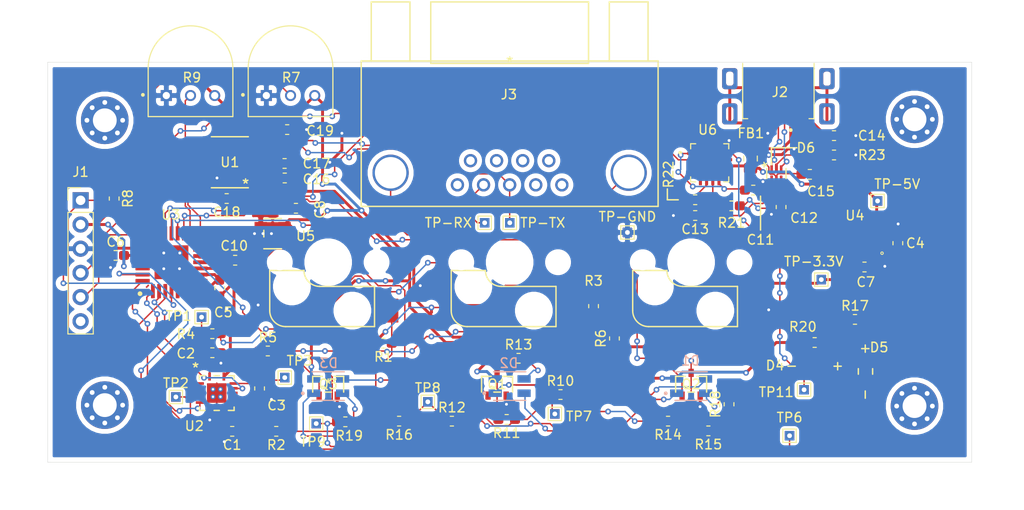
<source format=kicad_pcb>
(kicad_pcb (version 20171130) (host pcbnew 5.1.6-c6e7f7d~87~ubuntu20.04.1)
  (layers (0 Front signal) (1 In1.Cu signal hide) (2 In2.Cu signal hide) (31 Back signal) (34 B.Paste user) (35 F.Paste user hide) (36 B.SilkS user hide) (37 F.SilkS user) (38 B.Mask user hide) (39 F.Mask user) (44 Edge.Cuts user))
  (net 0 "")
  (net 1 GND)
  (net 2 +3V3)
  (net 3 +5V)
  (net 4 "Net-(C11-Pad1)")
  (net 5 "Net-(R1-Pad1)")
  (net 6 "Net-(R3-Pad2)")
  (net 7 "Net-(R5-Pad2)")
  (net 8 "Net-(D2-Pad4)")
  (net 9 "Net-(D3-Pad4)")
  (net 10 "Net-(D3-Pad3)")
  (net 11 "Net-(D2-Pad3)")
  (net 12 "Net-(U2-Pad15)")
  (net 13 "Net-(D2-Pad1)")
  (net 14 "Net-(D3-Pad1)")
  (net 15 "Net-(D5-Pad2)")
  (net 16 "Net-(J1-PadNC)")
  (net 17 "Net-(J2-Pad4)")
  (net 18 "Net-(J3-Pad1)")
  (net 19 "Net-(J3-Pad4)")
  (net 20 "Net-(J3-Pad5)")
  (net 21 "Net-(J3-Pad6)")
  (net 22 "Net-(J3-Pad7)")
  (net 23 "Net-(J3-Pad8)")
  (net 24 "Net-(J3-Pad9)")
  (net 25 "Net-(U2-Pad4)")
  (net 26 "Net-(U2-Pad11)")
  (net 27 "Net-(U3-PadRA2)")
  (net 28 "Net-(U3-PadRA3)")
  (net 29 "Net-(U3-PadRA4)")
  (net 30 "Net-(U4-Pad4)")
  (net 31 "Net-(U3-PadRA1)")
  (net 32 "Net-(U3-PadRB10)")
  (net 33 "Net-(C13-Pad1)")
  (net 34 "Net-(J3-Pad10)")
  (net 35 "Net-(R21-Pad1)")
  (net 36 "Net-(R22-Pad1)")
  (net 37 "Net-(C1-Pad1)")
  (net 38 "Net-(C2-Pad2)")
  (net 39 "Net-(C3-Pad2)")
  (net 40 "Net-(C12-Pad2)")
  (net 41 "/USB to UART/VUSB")
  (net 42 "Net-(C16-Pad2)")
  (net 43 "Net-(C16-Pad1)")
  (net 44 "Net-(C17-Pad2)")
  (net 45 "Net-(C17-Pad1)")
  (net 46 "Net-(C18-Pad1)")
  (net 47 "Net-(C19-Pad1)")
  (net 48 "Net-(D1-Pad4)")
  (net 49 "Net-(D1-Pad3)")
  (net 50 "Net-(D1-Pad1)")
  (net 51 "Net-(D4-Pad+)")
  (net 52 "/USB to UART/3V@20mA")
  (net 53 /Status)
  (net 54 /PGC)
  (net 55 /PGD)
  (net 56 /Brightness)
  (net 57 "Net-(U1-Pad14)")
  (net 58 "Net-(U1-Pad13)")
  (net 59 "Net-(U1-Pad12)")
  (net 60 "Net-(U1-Pad11)")
  (net 61 "Net-(U2-Pad10)")
  (net 62 "Net-(U2-Pad9)")
  (net 63 "Net-(U2-Pad8)")
  (net 64 "Net-(U2-Pad3)")
  (net 65 "Net-(U5-Pad2)")
  (net 66 "Net-(U6-Pad16)")
  (net 67 "Net-(U6-Pad14)")
  (net 68 "Net-(U6-Pad11)")
  (net 69 "Net-(U6-Pad5)")
  (net 70 "Net-(U6-Pad4)")
  (net 71 "/USB to UART/Shield")
  (net 72 "/USB to UART/D-")
  (net 73 "/USB to UART/D+")
  (net 74 /MCLR)
  (net 75 "/TTL to RS232 Converter/RS232-TX")
  (net 76 "/TTL to RS232 Converter/RS232-RX")
  (net 77 /Green)
  (net 78 /Red)
  (net 79 /Blue)
  (net 80 /Hue)
  (net 81 /OSCO)
  (net 82 /Serial-Port-TX)
  (net 83 /RX-Serial-Port)
  (net 84 /S2)
  (net 85 /S1)
  (net 86 /S3)
  (net 87 /UART-TX)
  (net 88 /UART-RX)
  (net 89 /TX-Serial-Port)
  (net 90 /Backlight/2V@60mA)
  (net 91 /Backlight/3.1V@60mA)
  (module footprints:VAOL-S8WR4 (layer Front) (at 172.0535 101.7093 90)
    (fp_text reference D5 (at 2.5223 1.4285 180) (layer F.SilkS))
    (fp_text value LED_VCCLITE_0805_VCC hide)
    (fp_text user + (at 2.3953 -0.0955 90) (layer F.SilkS))
    (fp_text user - (at -2.4307 -0.0955 90) (layer F.SilkS))
    (fp_line (start -0.5461 -0.5715) (end 0.5461 -0.5715) (layer Front) (width 0.1524))
    (fp_line (start 0.5461 -0.5715) (end 0.5461 0.5715) (layer Front) (width 0.1524))
    (fp_line (start 0.5461 0.5715) (end -0.5461 0.5715) (layer Front) (width 0.1524))
    (fp_line (start -0.5461 0.5715) (end -0.5461 -0.5715) (layer Front) (width 0.1524))
    (pad 2 smd rect (at 1.0287 0 90) (size 0.8636 1.2446) (layers Front F.Paste F.Mask) (net 15 "Net-(D5-Pad2)"))
    (pad 1 smd rect (at -1.0287 0 90) (size 0.8636 1.2446) (layers Front F.Paste F.Mask) (net 53 /Status))
  )
  (module footprints:DIOC200X125X110 (layer Front) (at 166.7195 101.087)
    (fp_text reference D4 (at -4.1595 0.005 180) (layer F.SilkS))
    (fp_text value LTST-C171KSKT)
    (fp_text user + (at 2.413 0) (layer F.SilkS))
    (fp_text user - (at -2.413 0) (layer F.SilkS))
    (pad + smd rect (at 1.05 0) (size 1.2 1.2) (layers Front F.Paste F.Mask) (net 51 "Net-(D4-Pad+)"))
    (pad - smd rect (at -1.05 0) (size 1.2 1.2) (layers Front F.Paste F.Mask) (net 52 "/USB to UART/3V@20mA"))
  )
  (module footprints:Nexperia-SOT886-11_2018-0-MFG (layer Front) (at 162.7015 80.934501 270)
    (fp_text reference D6 (at -2.702501 -4.1765 180) (layer F.SilkS) (effects (justify right)))
    (fp_text value PRTR5V0U2F,115 hide)
    (fp_text user * (at -0.924501 0.9035 270) (layer F.SilkS))
    (pad 4 smd rect (at 0.3375 -0.5 270) (size 0.65 0.27) (drill (offset 0.2 0)) (layers Front F.Paste F.Mask) (net 40 "Net-(C12-Pad2)"))
    (pad 5 smd rect (at 0.3375 0 270) (size 0.65 0.27) (drill (offset 0.2 0)) (layers Front F.Paste F.Mask) (net 41 "/USB to UART/VUSB"))
    (pad 6 smd rect (at 0.3375 0.5 270) (size 0.65 0.27) (drill (offset 0.2 0)) (layers Front F.Paste F.Mask) (net 33 "Net-(C13-Pad1)"))
    (pad 1 smd rect (at -0.3375 0.5 270) (size 0.65 0.27) (drill (offset -0.2 0)) (layers Front F.Paste F.Mask) (net 73 "/USB to UART/D+"))
    (pad 2 smd rect (at -0.3375 0 270) (size 0.65 0.27) (drill (offset -0.2 0)) (layers Front F.Paste F.Mask) (net 71 "/USB to UART/Shield"))
    (pad 3 smd rect (at -0.3375 -0.5 270) (size 0.65 0.27) (drill (offset -0.2 0)) (layers Front F.Paste F.Mask) (net 72 "/USB to UART/D-"))
  )
  (module footprints:3-106505-2 (layer Front) (at 134.7015 69.247)
    (fp_text reference J3 (at -0.0815 3.397 180) (layer F.SilkS))
    (fp_text value "Serial Port" hide)
    (fp_text user * (at 0 0) (layer F.SilkS))
    (fp_text user * (at 0 0) (layer F.SilkS))
    (pad 11 thru_hole circle (at 12.4968 11.6078) (size 3.81 3.81) (drill 3.302) (layers *.Cu *.Mask) (net 34 "Net-(J3-Pad10)"))
    (pad 10 thru_hole circle (at -12.4968 11.6078) (size 3.81 3.81) (drill 3.302) (layers *.Cu *.Mask) (net 34 "Net-(J3-Pad10)"))
    (pad 9 thru_hole circle (at 4.109999 10.3378) (size 1.397 1.397) (drill 0.889) (layers *.Cu *.Mask) (net 24 "Net-(J3-Pad9)"))
    (pad 8 thru_hole circle (at 1.37 10.3378) (size 1.397 1.397) (drill 0.889) (layers *.Cu *.Mask) (net 23 "Net-(J3-Pad8)"))
    (pad 7 thru_hole circle (at -1.37 10.3378) (size 1.397 1.397) (drill 0.889) (layers *.Cu *.Mask) (net 22 "Net-(J3-Pad7)"))
    (pad 6 thru_hole circle (at -4.109999 10.3378) (size 1.397 1.397) (drill 0.889) (layers *.Cu *.Mask) (net 21 "Net-(J3-Pad6)"))
    (pad 5 thru_hole circle (at 5.479999 12.8778) (size 1.397 1.397) (drill 0.889) (layers *.Cu *.Mask) (net 20 "Net-(J3-Pad5)"))
    (pad 4 thru_hole circle (at 2.74 12.8778) (size 1.397 1.397) (drill 0.889) (layers *.Cu *.Mask) (net 19 "Net-(J3-Pad4)"))
    (pad 3 thru_hole circle (at 0 12.8778) (size 1.397 1.397) (drill 0.889) (layers *.Cu *.Mask) (net 75 "/TTL to RS232 Converter/RS232-TX"))
    (pad 2 thru_hole circle (at -2.74 12.8778) (size 1.397 1.397) (drill 0.889) (layers *.Cu *.Mask) (net 76 "/TTL to RS232 Converter/RS232-RX"))
    (pad 1 thru_hole circle (at -5.479999 12.8778) (size 1.397 1.397) (drill 0.889) (layers *.Cu *.Mask) (net 18 "Net-(J3-Pad1)"))
  )
  (module footprints:AMPHENOL_10103593-0001LF (layer Front) (at 162.9095 69.375 180)
    (fp_text reference J2 (at -0.1585 -3.015) (layer F.SilkS))
    (fp_text value 10103593-0001LF)
    (fp_poly (pts (xy 5.5 -1.6) (xy 5.5 -2.05) (xy 5.499589 -2.065701) (xy 5.498357 -2.081359) (xy 5.496307 -2.09693) (xy 5.493444 -2.112374) (xy 5.489778 -2.127646) (xy 5.485317 -2.142705) (xy 5.480074 -2.15751) (xy 5.474064 -2.172021) (xy 5.467302 -2.186197) (xy 5.459808 -2.2) (xy 5.451601 -2.213392) (xy 5.442705 -2.226336) (xy 5.433144 -2.238796) (xy 5.422943 -2.250739) (xy 5.412132 -2.262132) (xy 5.400739 -2.272943) (xy 5.388796 -2.283144) (xy 5.376336 -2.292705) (xy 5.363392 -2.301601) (xy 5.35 -2.309808) (xy 5.336197 -2.317302) (xy 5.322021 -2.324064) (xy 5.30751 -2.330074) (xy 5.292705 -2.335317) (xy 5.277646 -2.339778) (xy 5.262374 -2.343444) (xy 5.24693 -2.346307) (xy 5.231359 -2.348357) (xy 5.215701 -2.349589) (xy 5.2 -2.35) (xy 5 -2.35) (xy 4.984299 -2.349589) (xy 4.968641 -2.348357) (xy 4.95307 -2.346307) (xy 4.937626 -2.343444) (xy 4.922354 -2.339778) (xy 4.907295 -2.335317) (xy 4.89249 -2.330074) (xy 4.877979 -2.324064) (xy 4.863803 -2.317302) (xy 4.85 -2.309808) (xy 4.836608 -2.301601) (xy 4.823664 -2.292705) (xy 4.811204 -2.283144) (xy 4.799261 -2.272943) (xy 4.787868 -2.262132) (xy 4.777057 -2.250739) (xy 4.766856 -2.238796) (xy 4.757295 -2.226336) (xy 4.748399 -2.213392) (xy 4.740192 -2.2) (xy 4.732698 -2.186197) (xy 4.725936 -2.172021) (xy 4.719926 -2.15751) (xy 4.714683 -2.142705) (xy 4.710222 -2.127646) (xy 4.706556 -2.112374) (xy 4.703693 -2.09693) (xy 4.701643 -2.081359) (xy 4.700411 -2.065701) (xy 4.7 -2.05) (xy 4.7 -1.15) (xy 4.700411 -1.134299) (xy 4.701643 -1.118641) (xy 4.703693 -1.10307) (xy 4.706556 -1.087626) (xy 4.710222 -1.072354) (xy 4.714683 -1.057295) (xy 4.719926 -1.04249) (xy 4.725936 -1.027979) (xy 4.732698 -1.013803) (xy 4.740192 -1) (xy 4.748399 -0.986608) (xy 4.757295 -0.973664) (xy 4.766856 -0.961204) (xy 4.777057 -0.949261) (xy 4.787868 -0.937868) (xy 4.799261 -0.927057) (xy 4.811204 -0.916856) (xy 4.823664 -0.907295) (xy 4.836608 -0.898399) (xy 4.85 -0.890192) (xy 4.863803 -0.882698) (xy 4.877979 -0.875936) (xy 4.89249 -0.869926) (xy 4.907295 -0.864683) (xy 4.922354 -0.860222) (xy 4.937626 -0.856556) (xy 4.95307 -0.853693) (xy 4.968641 -0.851643) (xy 4.984299 -0.850411) (xy 5 -0.85) (xy 5.2 -0.85) (xy 5.215701 -0.850411) (xy 5.231359 -0.851643) (xy 5.24693 -0.853693) (xy 5.262374 -0.856556) (xy 5.277646 -0.860222) (xy 5.292705 -0.864683) (xy 5.30751 -0.869926) (xy 5.322021 -0.875936) (xy 5.336197 -0.882698) (xy 5.35 -0.890192) (xy 5.363392 -0.898399) (xy 5.376336 -0.907295) (xy 5.388796 -0.916856) (xy 5.400739 -0.927057) (xy 5.412132 -0.937868) (xy 5.422943 -0.949261) (xy 5.433144 -0.961204) (xy 5.442705 -0.973664) (xy 5.451601 -0.986608) (xy 5.459808 -1) (xy 5.467302 -1.013803) (xy 5.474064 -1.027979) (xy 5.480074 -1.04249) (xy 5.485317 -1.057295) (xy 5.489778 -1.072354) (xy 5.493444 -1.087626) (xy 5.496307 -1.10307) (xy 5.498357 -1.118641) (xy 5.499589 -1.134299) (xy 5.5 -1.15) (xy 5.5 -1.59) (xy 5.9 -1.59) (xy 5.9 -0.8) (xy 5.899589 -0.784299) (xy 5.898357 -0.768641) (xy 5.896307 -0.75307) (xy 5.893444 -0.737626) (xy 5.889778 -0.722354) (xy 5.885317 -0.707295) (xy 5.880074 -0.69249) (xy 5.874064 -0.677979) (xy 5.867302 -0.663803) (xy 5.859808 -0.65) (xy 5.851601 -0.636608) (xy 5.842705 -0.623664) (xy 5.833144 -0.611204) (xy 5.822943 -0.599261) (xy 5.812132 -0.587868) (xy 5.800739 -0.577057) (xy 5.788796 -0.566856) (xy 5.776336 -0.557295) (xy 5.763392 -0.548399) (xy 5.75 -0.540192) (xy 5.736197 -0.532698) (xy 5.722021 -0.525936) (xy 5.70751 -0.519926) (xy 5.692705 -0.514683) (xy 5.677646 -0.510222) (xy 5.662374 -0.506556) (xy 5.64693 -0.503693) (xy 5.631359 -0.501643) (xy 5.615701 -0.500411) (xy 5.6 -0.5) (xy 4.6 -0.5) (xy 4.584299 -0.500411) (xy 4.568641 -0.501643) (xy 4.55307 -0.503693) (xy 4.537626 -0.506556) (xy 4.522354 -0.510222) (xy 4.507295 -0.514683) (xy 4.49249 -0.519926) (xy 4.477979 -0.525936) (xy 4.463803 -0.532698) (xy 4.45 -0.540192) (xy 4.436608 -0.548399) (xy 4.423664 -0.557295) (xy 4.411204 -0.566856) (xy 4.399261 -0.577057) (xy 4.387868 -0.587868) (xy 4.377057 -0.599261) (xy 4.366856 -0.611204) (xy 4.357295 -0.623664) (xy 4.348399 -0.636608) (xy 4.340192 -0.65) (xy 4.332698 -0.663803) (xy 4.325936 -0.677979) (xy 4.319926 -0.69249) (xy 4.314683 -0.707295) (xy 4.310222 -0.722354) (xy 4.306556 -0.737626) (xy 4.303693 -0.75307) (xy 4.301643 -0.768641) (xy 4.300411 -0.784299) (xy 4.3 -0.8) (xy 4.3 -2.4) (xy 4.300411 -2.415701) (xy 4.301643 -2.431359) (xy 4.303693 -2.44693) (xy 4.306556 -2.462374) (xy 4.310222 -2.477646) (xy 4.314683 -2.492705) (xy 4.319926 -2.50751) (xy 4.325936 -2.522021) (xy 4.332698 -2.536197) (xy 4.340192 -2.55) (xy 4.348399 -2.563392) (xy 4.357295 -2.576336) (xy 4.366856 -2.588796) (xy 4.377057 -2.600739) (xy 4.387868 -2.612132) (xy 4.399261 -2.622943) (xy 4.411204 -2.633144) (xy 4.423664 -2.642705) (xy 4.436608 -2.651601) (xy 4.45 -2.659808) (xy 4.463803 -2.667302) (xy 4.477979 -2.674064) (xy 4.49249 -2.680074) (xy 4.507295 -2.685317) (xy 4.522354 -2.689778) (xy 4.537626 -2.693444) (xy 4.55307 -2.696307) (xy 4.568641 -2.698357) (xy 4.584299 -2.699589) (xy 4.6 -2.7) (xy 5.6 -2.7) (xy 5.615701 -2.699589) (xy 5.631359 -2.698357) (xy 5.64693 -2.696307) (xy 5.662374 -2.693444) (xy 5.677646 -2.689778) (xy 5.692705 -2.685317) (xy 5.70751 -2.680074) (xy 5.722021 -2.674064) (xy 5.736197 -2.667302) (xy 5.75 -2.659808) (xy 5.763392 -2.651601) (xy 5.776336 -2.642705) (xy 5.788796 -2.633144) (xy 5.800739 -2.622943) (xy 5.812132 -2.612132) (xy 5.822943 -2.600739) (xy 5.833144 -2.588796) (xy 5.842705 -2.576336) (xy 5.851601 -2.563392) (xy 5.859808 -2.55) (xy 5.867302 -2.536197) (xy 5.874064 -2.522021) (xy 5.880074 -2.50751) (xy 5.885317 -2.492705) (xy 5.889778 -2.477646) (xy 5.893444 -2.462374) (xy 5.896307 -2.44693) (xy 5.898357 -2.431359) (xy 5.899589 -2.415701) (xy 5.9 -2.4) (xy 5.9 -1.6) (xy 5.5 -1.6)) (layer Back) (width 0.01))
    (fp_poly (pts (xy 5.5 -1.6) (xy 5.5 -2.05) (xy 5.499589 -2.065701) (xy 5.498357 -2.081359) (xy 5.496307 -2.09693) (xy 5.493444 -2.112374) (xy 5.489778 -2.127646) (xy 5.485317 -2.142705) (xy 5.480074 -2.15751) (xy 5.474064 -2.172021) (xy 5.467302 -2.186197) (xy 5.459808 -2.2) (xy 5.451601 -2.213392) (xy 5.442705 -2.226336) (xy 5.433144 -2.238796) (xy 5.422943 -2.250739) (xy 5.412132 -2.262132) (xy 5.400739 -2.272943) (xy 5.388796 -2.283144) (xy 5.376336 -2.292705) (xy 5.363392 -2.301601) (xy 5.35 -2.309808) (xy 5.336197 -2.317302) (xy 5.322021 -2.324064) (xy 5.30751 -2.330074) (xy 5.292705 -2.335317) (xy 5.277646 -2.339778) (xy 5.262374 -2.343444) (xy 5.24693 -2.346307) (xy 5.231359 -2.348357) (xy 5.215701 -2.349589) (xy 5.2 -2.35) (xy 5 -2.35) (xy 4.984299 -2.349589) (xy 4.968641 -2.348357) (xy 4.95307 -2.346307) (xy 4.937626 -2.343444) (xy 4.922354 -2.339778) (xy 4.907295 -2.335317) (xy 4.89249 -2.330074) (xy 4.877979 -2.324064) (xy 4.863803 -2.317302) (xy 4.85 -2.309808) (xy 4.836608 -2.301601) (xy 4.823664 -2.292705) (xy 4.811204 -2.283144) (xy 4.799261 -2.272943) (xy 4.787868 -2.262132) (xy 4.777057 -2.250739) (xy 4.766856 -2.238796) (xy 4.757295 -2.226336) (xy 4.748399 -2.213392) (xy 4.740192 -2.2) (xy 4.732698 -2.186197) (xy 4.725936 -2.172021) (xy 4.719926 -2.15751) (xy 4.714683 -2.142705) (xy 4.710222 -2.127646) (xy 4.706556 -2.112374) (xy 4.703693 -2.09693) (xy 4.701643 -2.081359) (xy 4.700411 -2.065701) (xy 4.7 -2.05) (xy 4.7 -1.15) (xy 4.700411 -1.134299) (xy 4.701643 -1.118641) (xy 4.703693 -1.10307) (xy 4.706556 -1.087626) (xy 4.710222 -1.072354) (xy 4.714683 -1.057295) (xy 4.719926 -1.04249) (xy 4.725936 -1.027979) (xy 4.732698 -1.013803) (xy 4.740192 -1) (xy 4.748399 -0.986608) (xy 4.757295 -0.973664) (xy 4.766856 -0.961204) (xy 4.777057 -0.949261) (xy 4.787868 -0.937868) (xy 4.799261 -0.927057) (xy 4.811204 -0.916856) (xy 4.823664 -0.907295) (xy 4.836608 -0.898399) (xy 4.85 -0.890192) (xy 4.863803 -0.882698) (xy 4.877979 -0.875936) (xy 4.89249 -0.869926) (xy 4.907295 -0.864683) (xy 4.922354 -0.860222) (xy 4.937626 -0.856556) (xy 4.95307 -0.853693) (xy 4.968641 -0.851643) (xy 4.984299 -0.850411) (xy 5 -0.85) (xy 5.2 -0.85) (xy 5.215701 -0.850411) (xy 5.231359 -0.851643) (xy 5.24693 -0.853693) (xy 5.262374 -0.856556) (xy 5.277646 -0.860222) (xy 5.292705 -0.864683) (xy 5.30751 -0.869926) (xy 5.322021 -0.875936) (xy 5.336197 -0.882698) (xy 5.35 -0.890192) (xy 5.363392 -0.898399) (xy 5.376336 -0.907295) (xy 5.388796 -0.916856) (xy 5.400739 -0.927057) (xy 5.412132 -0.937868) (xy 5.422943 -0.949261) (xy 5.433144 -0.961204) (xy 5.442705 -0.973664) (xy 5.451601 -0.986608) (xy 5.459808 -1) (xy 5.467302 -1.013803) (xy 5.474064 -1.027979) (xy 5.480074 -1.04249) (xy 5.485317 -1.057295) (xy 5.489778 -1.072354) (xy 5.493444 -1.087626) (xy 5.496307 -1.10307) (xy 5.498357 -1.118641) (xy 5.499589 -1.134299) (xy 5.5 -1.15) (xy 5.5 -1.59) (xy 5.9 -1.59) (xy 5.9 -0.8) (xy 5.899589 -0.784299) (xy 5.898357 -0.768641) (xy 5.896307 -0.75307) (xy 5.893444 -0.737626) (xy 5.889778 -0.722354) (xy 5.885317 -0.707295) (xy 5.880074 -0.69249) (xy 5.874064 -0.677979) (xy 5.867302 -0.663803) (xy 5.859808 -0.65) (xy 5.851601 -0.636608) (xy 5.842705 -0.623664) (xy 5.833144 -0.611204) (xy 5.822943 -0.599261) (xy 5.812132 -0.587868) (xy 5.800739 -0.577057) (xy 5.788796 -0.566856) (xy 5.776336 -0.557295) (xy 5.763392 -0.548399) (xy 5.75 -0.540192) (xy 5.736197 -0.532698) (xy 5.722021 -0.525936) (xy 5.70751 -0.519926) (xy 5.692705 -0.514683) (xy 5.677646 -0.510222) (xy 5.662374 -0.506556) (xy 5.64693 -0.503693) (xy 5.631359 -0.501643) (xy 5.615701 -0.500411) (xy 5.6 -0.5) (xy 4.6 -0.5) (xy 4.584299 -0.500411) (xy 4.568641 -0.501643) (xy 4.55307 -0.503693) (xy 4.537626 -0.506556) (xy 4.522354 -0.510222) (xy 4.507295 -0.514683) (xy 4.49249 -0.519926) (xy 4.477979 -0.525936) (xy 4.463803 -0.532698) (xy 4.45 -0.540192) (xy 4.436608 -0.548399) (xy 4.423664 -0.557295) (xy 4.411204 -0.566856) (xy 4.399261 -0.577057) (xy 4.387868 -0.587868) (xy 4.377057 -0.599261) (xy 4.366856 -0.611204) (xy 4.357295 -0.623664) (xy 4.348399 -0.636608) (xy 4.340192 -0.65) (xy 4.332698 -0.663803) (xy 4.325936 -0.677979) (xy 4.319926 -0.69249) (xy 4.314683 -0.707295) (xy 4.310222 -0.722354) (xy 4.306556 -0.737626) (xy 4.303693 -0.75307) (xy 4.301643 -0.768641) (xy 4.300411 -0.784299) (xy 4.3 -0.8) (xy 4.3 -2.4) (xy 4.300411 -2.415701) (xy 4.301643 -2.431359) (xy 4.303693 -2.44693) (xy 4.306556 -2.462374) (xy 4.310222 -2.477646) (xy 4.314683 -2.492705) (xy 4.319926 -2.50751) (xy 4.325936 -2.522021) (xy 4.332698 -2.536197) (xy 4.340192 -2.55) (xy 4.348399 -2.563392) (xy 4.357295 -2.576336) (xy 4.366856 -2.588796) (xy 4.377057 -2.600739) (xy 4.387868 -2.612132) (xy 4.399261 -2.622943) (xy 4.411204 -2.633144) (xy 4.423664 -2.642705) (xy 4.436608 -2.651601) (xy 4.45 -2.659808) (xy 4.463803 -2.667302) (xy 4.477979 -2.674064) (xy 4.49249 -2.680074) (xy 4.507295 -2.685317) (xy 4.522354 -2.689778) (xy 4.537626 -2.693444) (xy 4.55307 -2.696307) (xy 4.568641 -2.698357) (xy 4.584299 -2.699589) (xy 4.6 -2.7) (xy 5.6 -2.7) (xy 5.615701 -2.699589) (xy 5.631359 -2.698357) (xy 5.64693 -2.696307) (xy 5.662374 -2.693444) (xy 5.677646 -2.689778) (xy 5.692705 -2.685317) (xy 5.70751 -2.680074) (xy 5.722021 -2.674064) (xy 5.736197 -2.667302) (xy 5.75 -2.659808) (xy 5.763392 -2.651601) (xy 5.776336 -2.642705) (xy 5.788796 -2.633144) (xy 5.800739 -2.622943) (xy 5.812132 -2.612132) (xy 5.822943 -2.600739) (xy 5.833144 -2.588796) (xy 5.842705 -2.576336) (xy 5.851601 -2.563392) (xy 5.859808 -2.55) (xy 5.867302 -2.536197) (xy 5.874064 -2.522021) (xy 5.880074 -2.50751) (xy 5.885317 -2.492705) (xy 5.889778 -2.477646) (xy 5.893444 -2.462374) (xy 5.896307 -2.44693) (xy 5.898357 -2.431359) (xy 5.899589 -2.415701) (xy 5.9 -2.4) (xy 5.9 -1.6) (xy 5.5 -1.6)) (layer Front) (width 0.01))
    (fp_poly (pts (xy -4.7 -1.6) (xy -4.7 -2.05) (xy -4.700411 -2.065701) (xy -4.701643 -2.081359) (xy -4.703693 -2.09693) (xy -4.706556 -2.112374) (xy -4.710222 -2.127646) (xy -4.714683 -2.142705) (xy -4.719926 -2.15751) (xy -4.725936 -2.172021) (xy -4.732698 -2.186197) (xy -4.740192 -2.2) (xy -4.748399 -2.213392) (xy -4.757295 -2.226336) (xy -4.766856 -2.238796) (xy -4.777057 -2.250739) (xy -4.787868 -2.262132) (xy -4.799261 -2.272943) (xy -4.811204 -2.283144) (xy -4.823664 -2.292705) (xy -4.836608 -2.301601) (xy -4.85 -2.309808) (xy -4.863803 -2.317302) (xy -4.877979 -2.324064) (xy -4.89249 -2.330074) (xy -4.907295 -2.335317) (xy -4.922354 -2.339778) (xy -4.937626 -2.343444) (xy -4.95307 -2.346307) (xy -4.968641 -2.348357) (xy -4.984299 -2.349589) (xy -5 -2.35) (xy -5.2 -2.35) (xy -5.215701 -2.349589) (xy -5.231359 -2.348357) (xy -5.24693 -2.346307) (xy -5.262374 -2.343444) (xy -5.277646 -2.339778) (xy -5.292705 -2.335317) (xy -5.30751 -2.330074) (xy -5.322021 -2.324064) (xy -5.336197 -2.317302) (xy -5.35 -2.309808) (xy -5.363392 -2.301601) (xy -5.376336 -2.292705) (xy -5.388796 -2.283144) (xy -5.400739 -2.272943) (xy -5.412132 -2.262132) (xy -5.422943 -2.250739) (xy -5.433144 -2.238796) (xy -5.442705 -2.226336) (xy -5.451601 -2.213392) (xy -5.459808 -2.2) (xy -5.467302 -2.186197) (xy -5.474064 -2.172021) (xy -5.480074 -2.15751) (xy -5.485317 -2.142705) (xy -5.489778 -2.127646) (xy -5.493444 -2.112374) (xy -5.496307 -2.09693) (xy -5.498357 -2.081359) (xy -5.499589 -2.065701) (xy -5.5 -2.05) (xy -5.5 -1.15) (xy -5.499589 -1.134299) (xy -5.498357 -1.118641) (xy -5.496307 -1.10307) (xy -5.493444 -1.087626) (xy -5.489778 -1.072354) (xy -5.485317 -1.057295) (xy -5.480074 -1.04249) (xy -5.474064 -1.027979) (xy -5.467302 -1.013803) (xy -5.459808 -1) (xy -5.451601 -0.986608) (xy -5.442705 -0.973664) (xy -5.433144 -0.961204) (xy -5.422943 -0.949261) (xy -5.412132 -0.937868) (xy -5.400739 -0.927057) (xy -5.388796 -0.916856) (xy -5.376336 -0.907295) (xy -5.363392 -0.898399) (xy -5.35 -0.890192) (xy -5.336197 -0.882698) (xy -5.322021 -0.875936) (xy -5.30751 -0.869926) (xy -5.292705 -0.864683) (xy -5.277646 -0.860222) (xy -5.262374 -0.856556) (xy -5.24693 -0.853693) (xy -5.231359 -0.851643) (xy -5.215701 -0.850411) (xy -5.2 -0.85) (xy -5 -0.85) (xy -4.984299 -0.850411) (xy -4.968641 -0.851643) (xy -4.95307 -0.853693) (xy -4.937626 -0.856556) (xy -4.922354 -0.860222) (xy -4.907295 -0.864683) (xy -4.89249 -0.869926) (xy -4.877979 -0.875936) (xy -4.863803 -0.882698) (xy -4.85 -0.890192) (xy -4.836608 -0.898399) (xy -4.823664 -0.907295) (xy -4.811204 -0.916856) (xy -4.799261 -0.927057) (xy -4.787868 -0.937868) (xy -4.777057 -0.949261) (xy -4.766856 -0.961204) (xy -4.757295 -0.973664) (xy -4.748399 -0.986608) (xy -4.740192 -1) (xy -4.732698 -1.013803) (xy -4.725936 -1.027979) (xy -4.719926 -1.04249) (xy -4.714683 -1.057295) (xy -4.710222 -1.072354) (xy -4.706556 -1.087626) (xy -4.703693 -1.10307) (xy -4.701643 -1.118641) (xy -4.700411 -1.134299) (xy -4.7 -1.15) (xy -4.7 -1.59) (xy -4.3 -1.59) (xy -4.3 -0.8) (xy -4.300411 -0.784299) (xy -4.301643 -0.768641) (xy -4.303693 -0.75307) (xy -4.306556 -0.737626) (xy -4.310222 -0.722354) (xy -4.314683 -0.707295) (xy -4.319926 -0.69249) (xy -4.325936 -0.677979) (xy -4.332698 -0.663803) (xy -4.340192 -0.65) (xy -4.348399 -0.636608) (xy -4.357295 -0.623664) (xy -4.366856 -0.611204) (xy -4.377057 -0.599261) (xy -4.387868 -0.587868) (xy -4.399261 -0.577057) (xy -4.411204 -0.566856) (xy -4.423664 -0.557295) (xy -4.436608 -0.548399) (xy -4.45 -0.540192) (xy -4.463803 -0.532698) (xy -4.477979 -0.525936) (xy -4.49249 -0.519926) (xy -4.507295 -0.514683) (xy -4.522354 -0.510222) (xy -4.537626 -0.506556) (xy -4.55307 -0.503693) (xy -4.568641 -0.501643) (xy -4.584299 -0.500411) (xy -4.6 -0.5) (xy -5.6 -0.5) (xy -5.615701 -0.500411) (xy -5.631359 -0.501643) (xy -5.64693 -0.503693) (xy -5.662374 -0.506556) (xy -5.677646 -0.510222) (xy -5.692705 -0.514683) (xy -5.70751 -0.519926) (xy -5.722021 -0.525936) (xy -5.736197 -0.532698) (xy -5.75 -0.540192) (xy -5.763392 -0.548399) (xy -5.776336 -0.557295) (xy -5.788796 -0.566856) (xy -5.800739 -0.577057) (xy -5.812132 -0.587868) (xy -5.822943 -0.599261) (xy -5.833144 -0.611204) (xy -5.842705 -0.623664) (xy -5.851601 -0.636608) (xy -5.859808 -0.65) (xy -5.867302 -0.663803) (xy -5.874064 -0.677979) (xy -5.880074 -0.69249) (xy -5.885317 -0.707295) (xy -5.889778 -0.722354) (xy -5.893444 -0.737626) (xy -5.896307 -0.75307) (xy -5.898357 -0.768641) (xy -5.899589 -0.784299) (xy -5.9 -0.8) (xy -5.9 -2.4) (xy -5.899589 -2.415701) (xy -5.898357 -2.431359) (xy -5.896307 -2.44693) (xy -5.893444 -2.462374) (xy -5.889778 -2.477646) (xy -5.885317 -2.492705) (xy -5.880074 -2.50751) (xy -5.874064 -2.522021) (xy -5.867302 -2.536197) (xy -5.859808 -2.55) (xy -5.851601 -2.563392) (xy -5.842705 -2.576336) (xy -5.833144 -2.588796) (xy -5.822943 -2.600739) (xy -5.812132 -2.612132) (xy -5.800739 -2.622943) (xy -5.788796 -2.633144) (xy -5.776336 -2.642705) (xy -5.763392 -2.651601) (xy -5.75 -2.659808) (xy -5.736197 -2.667302) (xy -5.722021 -2.674064) (xy -5.70751 -2.680074) (xy -5.692705 -2.685317) (xy -5.677646 -2.689778) (xy -5.662374 -2.693444) (xy -5.64693 -2.696307) (xy -5.631359 -2.698357) (xy -5.615701 -2.699589) (xy -5.6 -2.7) (xy -4.6 -2.7) (xy -4.584299 -2.699589) (xy -4.568641 -2.698357) (xy -4.55307 -2.696307) (xy -4.537626 -2.693444) (xy -4.522354 -2.689778) (xy -4.507295 -2.685317) (xy -4.49249 -2.680074) (xy -4.477979 -2.674064) (xy -4.463803 -2.667302) (xy -4.45 -2.659808) (xy -4.436608 -2.651601) (xy -4.423664 -2.642705) (xy -4.411204 -2.633144) (xy -4.399261 -2.622943) (xy -4.387868 -2.612132) (xy -4.377057 -2.600739) (xy -4.366856 -2.588796) (xy -4.357295 -2.576336) (xy -4.348399 -2.563392) (xy -4.340192 -2.55) (xy -4.332698 -2.536197) (xy -4.325936 -2.522021) (xy -4.319926 -2.50751) (xy -4.314683 -2.492705) (xy -4.310222 -2.477646) (xy -4.306556 -2.462374) (xy -4.303693 -2.44693) (xy -4.301643 -2.431359) (xy -4.300411 -2.415701) (xy -4.3 -2.4) (xy -4.3 -1.6) (xy -4.7 -1.6)) (layer Back) (width 0.01))
    (fp_poly (pts (xy -4.7 -1.6) (xy -4.7 -2.05) (xy -4.700411 -2.065701) (xy -4.701643 -2.081359) (xy -4.703693 -2.09693) (xy -4.706556 -2.112374) (xy -4.710222 -2.127646) (xy -4.714683 -2.142705) (xy -4.719926 -2.15751) (xy -4.725936 -2.172021) (xy -4.732698 -2.186197) (xy -4.740192 -2.2) (xy -4.748399 -2.213392) (xy -4.757295 -2.226336) (xy -4.766856 -2.238796) (xy -4.777057 -2.250739) (xy -4.787868 -2.262132) (xy -4.799261 -2.272943) (xy -4.811204 -2.283144) (xy -4.823664 -2.292705) (xy -4.836608 -2.301601) (xy -4.85 -2.309808) (xy -4.863803 -2.317302) (xy -4.877979 -2.324064) (xy -4.89249 -2.330074) (xy -4.907295 -2.335317) (xy -4.922354 -2.339778) (xy -4.937626 -2.343444) (xy -4.95307 -2.346307) (xy -4.968641 -2.348357) (xy -4.984299 -2.349589) (xy -5 -2.35) (xy -5.2 -2.35) (xy -5.215701 -2.349589) (xy -5.231359 -2.348357) (xy -5.24693 -2.346307) (xy -5.262374 -2.343444) (xy -5.277646 -2.339778) (xy -5.292705 -2.335317) (xy -5.30751 -2.330074) (xy -5.322021 -2.324064) (xy -5.336197 -2.317302) (xy -5.35 -2.309808) (xy -5.363392 -2.301601) (xy -5.376336 -2.292705) (xy -5.388796 -2.283144) (xy -5.400739 -2.272943) (xy -5.412132 -2.262132) (xy -5.422943 -2.250739) (xy -5.433144 -2.238796) (xy -5.442705 -2.226336) (xy -5.451601 -2.213392) (xy -5.459808 -2.2) (xy -5.467302 -2.186197) (xy -5.474064 -2.172021) (xy -5.480074 -2.15751) (xy -5.485317 -2.142705) (xy -5.489778 -2.127646) (xy -5.493444 -2.112374) (xy -5.496307 -2.09693) (xy -5.498357 -2.081359) (xy -5.499589 -2.065701) (xy -5.5 -2.05) (xy -5.5 -1.15) (xy -5.499589 -1.134299) (xy -5.498357 -1.118641) (xy -5.496307 -1.10307) (xy -5.493444 -1.087626) (xy -5.489778 -1.072354) (xy -5.485317 -1.057295) (xy -5.480074 -1.04249) (xy -5.474064 -1.027979) (xy -5.467302 -1.013803) (xy -5.459808 -1) (xy -5.451601 -0.986608) (xy -5.442705 -0.973664) (xy -5.433144 -0.961204) (xy -5.422943 -0.949261) (xy -5.412132 -0.937868) (xy -5.400739 -0.927057) (xy -5.388796 -0.916856) (xy -5.376336 -0.907295) (xy -5.363392 -0.898399) (xy -5.35 -0.890192) (xy -5.336197 -0.882698) (xy -5.322021 -0.875936) (xy -5.30751 -0.869926) (xy -5.292705 -0.864683) (xy -5.277646 -0.860222) (xy -5.262374 -0.856556) (xy -5.24693 -0.853693) (xy -5.231359 -0.851643) (xy -5.215701 -0.850411) (xy -5.2 -0.85) (xy -5 -0.85) (xy -4.984299 -0.850411) (xy -4.968641 -0.851643) (xy -4.95307 -0.853693) (xy -4.937626 -0.856556) (xy -4.922354 -0.860222) (xy -4.907295 -0.864683) (xy -4.89249 -0.869926) (xy -4.877979 -0.875936) (xy -4.863803 -0.882698) (xy -4.85 -0.890192) (xy -4.836608 -0.898399) (xy -4.823664 -0.907295) (xy -4.811204 -0.916856) (xy -4.799261 -0.927057) (xy -4.787868 -0.937868) (xy -4.777057 -0.949261) (xy -4.766856 -0.961204) (xy -4.757295 -0.973664) (xy -4.748399 -0.986608) (xy -4.740192 -1) (xy -4.732698 -1.013803) (xy -4.725936 -1.027979) (xy -4.719926 -1.04249) (xy -4.714683 -1.057295) (xy -4.710222 -1.072354) (xy -4.706556 -1.087626) (xy -4.703693 -1.10307) (xy -4.701643 -1.118641) (xy -4.700411 -1.134299) (xy -4.7 -1.15) (xy -4.7 -1.59) (xy -4.3 -1.59) (xy -4.3 -0.8) (xy -4.300411 -0.784299) (xy -4.301643 -0.768641) (xy -4.303693 -0.75307) (xy -4.306556 -0.737626) (xy -4.310222 -0.722354) (xy -4.314683 -0.707295) (xy -4.319926 -0.69249) (xy -4.325936 -0.677979) (xy -4.332698 -0.663803) (xy -4.340192 -0.65) (xy -4.348399 -0.636608) (xy -4.357295 -0.623664) (xy -4.366856 -0.611204) (xy -4.377057 -0.599261) (xy -4.387868 -0.587868) (xy -4.399261 -0.577057) (xy -4.411204 -0.566856) (xy -4.423664 -0.557295) (xy -4.436608 -0.548399) (xy -4.45 -0.540192) (xy -4.463803 -0.532698) (xy -4.477979 -0.525936) (xy -4.49249 -0.519926) (xy -4.507295 -0.514683) (xy -4.522354 -0.510222) (xy -4.537626 -0.506556) (xy -4.55307 -0.503693) (xy -4.568641 -0.501643) (xy -4.584299 -0.500411) (xy -4.6 -0.5) (xy -5.6 -0.5) (xy -5.615701 -0.500411) (xy -5.631359 -0.501643) (xy -5.64693 -0.503693) (xy -5.662374 -0.506556) (xy -5.677646 -0.510222) (xy -5.692705 -0.514683) (xy -5.70751 -0.519926) (xy -5.722021 -0.525936) (xy -5.736197 -0.532698) (xy -5.75 -0.540192) (xy -5.763392 -0.548399) (xy -5.776336 -0.557295) (xy -5.788796 -0.566856) (xy -5.800739 -0.577057) (xy -5.812132 -0.587868) (xy -5.822943 -0.599261) (xy -5.833144 -0.611204) (xy -5.842705 -0.623664) (xy -5.851601 -0.636608) (xy -5.859808 -0.65) (xy -5.867302 -0.663803) (xy -5.874064 -0.677979) (xy -5.880074 -0.69249) (xy -5.885317 -0.707295) (xy -5.889778 -0.722354) (xy -5.893444 -0.737626) (xy -5.896307 -0.75307) (xy -5.898357 -0.768641) (xy -5.899589 -0.784299) (xy -5.9 -0.8) (xy -5.9 -2.4) (xy -5.899589 -2.415701) (xy -5.898357 -2.431359) (xy -5.896307 -2.44693) (xy -5.893444 -2.462374) (xy -5.889778 -2.477646) (xy -5.885317 -2.492705) (xy -5.880074 -2.50751) (xy -5.874064 -2.522021) (xy -5.867302 -2.536197) (xy -5.859808 -2.55) (xy -5.851601 -2.563392) (xy -5.842705 -2.576336) (xy -5.833144 -2.588796) (xy -5.822943 -2.600739) (xy -5.812132 -2.612132) (xy -5.800739 -2.622943) (xy -5.788796 -2.633144) (xy -5.776336 -2.642705) (xy -5.763392 -2.651601) (xy -5.75 -2.659808) (xy -5.736197 -2.667302) (xy -5.722021 -2.674064) (xy -5.70751 -2.680074) (xy -5.692705 -2.685317) (xy -5.677646 -2.689778) (xy -5.662374 -2.693444) (xy -5.64693 -2.696307) (xy -5.631359 -2.698357) (xy -5.615701 -2.699589) (xy -5.6 -2.7) (xy -4.6 -2.7) (xy -4.584299 -2.699589) (xy -4.568641 -2.698357) (xy -4.55307 -2.696307) (xy -4.537626 -2.693444) (xy -4.522354 -2.689778) (xy -4.507295 -2.685317) (xy -4.49249 -2.680074) (xy -4.477979 -2.674064) (xy -4.463803 -2.667302) (xy -4.45 -2.659808) (xy -4.436608 -2.651601) (xy -4.423664 -2.642705) (xy -4.411204 -2.633144) (xy -4.399261 -2.622943) (xy -4.387868 -2.612132) (xy -4.377057 -2.600739) (xy -4.366856 -2.588796) (xy -4.357295 -2.576336) (xy -4.348399 -2.563392) (xy -4.340192 -2.55) (xy -4.332698 -2.536197) (xy -4.325936 -2.522021) (xy -4.319926 -2.50751) (xy -4.314683 -2.492705) (xy -4.310222 -2.477646) (xy -4.306556 -2.462374) (xy -4.303693 -2.44693) (xy -4.301643 -2.431359) (xy -4.300411 -2.415701) (xy -4.3 -2.4) (xy -4.3 -1.6) (xy -4.7 -1.6)) (layer Front) (width 0.01))
    (fp_poly (pts (xy 5.5 -5.3) (xy 5.5 -5.75) (xy 5.499589 -5.765701) (xy 5.498357 -5.781359) (xy 5.496307 -5.79693) (xy 5.493444 -5.812374) (xy 5.489778 -5.827646) (xy 5.485317 -5.842705) (xy 5.480074 -5.85751) (xy 5.474064 -5.872021) (xy 5.467302 -5.886197) (xy 5.459808 -5.9) (xy 5.451601 -5.913392) (xy 5.442705 -5.926336) (xy 5.433144 -5.938796) (xy 5.422943 -5.950739) (xy 5.412132 -5.962132) (xy 5.400739 -5.972943) (xy 5.388796 -5.983144) (xy 5.376336 -5.992705) (xy 5.363392 -6.001601) (xy 5.35 -6.009808) (xy 5.336197 -6.017302) (xy 5.322021 -6.024064) (xy 5.30751 -6.030074) (xy 5.292705 -6.035317) (xy 5.277646 -6.039778) (xy 5.262374 -6.043444) (xy 5.24693 -6.046307) (xy 5.231359 -6.048357) (xy 5.215701 -6.049589) (xy 5.2 -6.05) (xy 5 -6.05) (xy 4.984299 -6.049589) (xy 4.968641 -6.048357) (xy 4.95307 -6.046307) (xy 4.937626 -6.043444) (xy 4.922354 -6.039778) (xy 4.907295 -6.035317) (xy 4.89249 -6.030074) (xy 4.877979 -6.024064) (xy 4.863803 -6.017302) (xy 4.85 -6.009808) (xy 4.836608 -6.001601) (xy 4.823664 -5.992705) (xy 4.811204 -5.983144) (xy 4.799261 -5.972943) (xy 4.787868 -5.962132) (xy 4.777057 -5.950739) (xy 4.766856 -5.938796) (xy 4.757295 -5.926336) (xy 4.748399 -5.913392) (xy 4.740192 -5.9) (xy 4.732698 -5.886197) (xy 4.725936 -5.872021) (xy 4.719926 -5.85751) (xy 4.714683 -5.842705) (xy 4.710222 -5.827646) (xy 4.706556 -5.812374) (xy 4.703693 -5.79693) (xy 4.701643 -5.781359) (xy 4.700411 -5.765701) (xy 4.7 -5.75) (xy 4.7 -4.85) (xy 4.700411 -4.834299) (xy 4.701643 -4.818641) (xy 4.703693 -4.80307) (xy 4.706556 -4.787626) (xy 4.710222 -4.772354) (xy 4.714683 -4.757295) (xy 4.719926 -4.74249) (xy 4.725936 -4.727979) (xy 4.732698 -4.713803) (xy 4.740192 -4.7) (xy 4.748399 -4.686608) (xy 4.757295 -4.673664) (xy 4.766856 -4.661204) (xy 4.777057 -4.649261) (xy 4.787868 -4.637868) (xy 4.799261 -4.627057) (xy 4.811204 -4.616856) (xy 4.823664 -4.607295) (xy 4.836608 -4.598399) (xy 4.85 -4.590192) (xy 4.863803 -4.582698) (xy 4.877979 -4.575936) (xy 4.89249 -4.569926) (xy 4.907295 -4.564683) (xy 4.922354 -4.560222) (xy 4.937626 -4.556556) (xy 4.95307 -4.553693) (xy 4.968641 -4.551643) (xy 4.984299 -4.550411) (xy 5 -4.55) (xy 5.2 -4.55) (xy 5.215701 -4.550411) (xy 5.231359 -4.551643) (xy 5.24693 -4.553693) (xy 5.262374 -4.556556) (xy 5.277646 -4.560222) (xy 5.292705 -4.564683) (xy 5.30751 -4.569926) (xy 5.322021 -4.575936) (xy 5.336197 -4.582698) (xy 5.35 -4.590192) (xy 5.363392 -4.598399) (xy 5.376336 -4.607295) (xy 5.388796 -4.616856) (xy 5.400739 -4.627057) (xy 5.412132 -4.637868) (xy 5.422943 -4.649261) (xy 5.433144 -4.661204) (xy 5.442705 -4.673664) (xy 5.451601 -4.686608) (xy 5.459808 -4.7) (xy 5.467302 -4.713803) (xy 5.474064 -4.727979) (xy 5.480074 -4.74249) (xy 5.485317 -4.757295) (xy 5.489778 -4.772354) (xy 5.493444 -4.787626) (xy 5.496307 -4.80307) (xy 5.498357 -4.818641) (xy 5.499589 -4.834299) (xy 5.5 -4.85) (xy 5.5 -5.29) (xy 5.9 -5.29) (xy 5.9 -4.5) (xy 5.899589 -4.484299) (xy 5.898357 -4.468641) (xy 5.896307 -4.45307) (xy 5.893444 -4.437626) (xy 5.889778 -4.422354) (xy 5.885317 -4.407295) (xy 5.880074 -4.39249) (xy 5.874064 -4.377979) (xy 5.867302 -4.363803) (xy 5.859808 -4.35) (xy 5.851601 -4.336608) (xy 5.842705 -4.323664) (xy 5.833144 -4.311204) (xy 5.822943 -4.299261) (xy 5.812132 -4.287868) (xy 5.800739 -4.277057) (xy 5.788796 -4.266856) (xy 5.776336 -4.257295) (xy 5.763392 -4.248399) (xy 5.75 -4.240192) (xy 5.736197 -4.232698) (xy 5.722021 -4.225936) (xy 5.70751 -4.219926) (xy 5.692705 -4.214683) (xy 5.677646 -4.210222) (xy 5.662374 -4.206556) (xy 5.64693 -4.203693) (xy 5.631359 -4.201643) (xy 5.615701 -4.200411) (xy 5.6 -4.2) (xy 4.6 -4.2) (xy 4.584299 -4.200411) (xy 4.568641 -4.201643) (xy 4.55307 -4.203693) (xy 4.537626 -4.206556) (xy 4.522354 -4.210222) (xy 4.507295 -4.214683) (xy 4.49249 -4.219926) (xy 4.477979 -4.225936) (xy 4.463803 -4.232698) (xy 4.45 -4.240192) (xy 4.436608 -4.248399) (xy 4.423664 -4.257295) (xy 4.411204 -4.266856) (xy 4.399261 -4.277057) (xy 4.387868 -4.287868) (xy 4.377057 -4.299261) (xy 4.366856 -4.311204) (xy 4.357295 -4.323664) (xy 4.348399 -4.336608) (xy 4.340192 -4.35) (xy 4.332698 -4.363803) (xy 4.325936 -4.377979) (xy 4.319926 -4.39249) (xy 4.314683 -4.407295) (xy 4.310222 -4.422354) (xy 4.306556 -4.437626) (xy 4.303693 -4.45307) (xy 4.301643 -4.468641) (xy 4.300411 -4.484299) (xy 4.3 -4.5) (xy 4.3 -6.1) (xy 4.300411 -6.115701) (xy 4.301643 -6.131359) (xy 4.303693 -6.14693) (xy 4.306556 -6.162374) (xy 4.310222 -6.177646) (xy 4.314683 -6.192705) (xy 4.319926 -6.20751) (xy 4.325936 -6.222021) (xy 4.332698 -6.236197) (xy 4.340192 -6.25) (xy 4.348399 -6.263392) (xy 4.357295 -6.276336) (xy 4.366856 -6.288796) (xy 4.377057 -6.300739) (xy 4.387868 -6.312132) (xy 4.399261 -6.322943) (xy 4.411204 -6.333144) (xy 4.423664 -6.342705) (xy 4.436608 -6.351601) (xy 4.45 -6.359808) (xy 4.463803 -6.367302) (xy 4.477979 -6.374064) (xy 4.49249 -6.380074) (xy 4.507295 -6.385317) (xy 4.522354 -6.389778) (xy 4.537626 -6.393444) (xy 4.55307 -6.396307) (xy 4.568641 -6.398357) (xy 4.584299 -6.399589) (xy 4.6 -6.4) (xy 5.6 -6.4) (xy 5.615701 -6.399589) (xy 5.631359 -6.398357) (xy 5.64693 -6.396307) (xy 5.662374 -6.393444) (xy 5.677646 -6.389778) (xy 5.692705 -6.385317) (xy 5.70751 -6.380074) (xy 5.722021 -6.374064) (xy 5.736197 -6.367302) (xy 5.75 -6.359808) (xy 5.763392 -6.351601) (xy 5.776336 -6.342705) (xy 5.788796 -6.333144) (xy 5.800739 -6.322943) (xy 5.812132 -6.312132) (xy 5.822943 -6.300739) (xy 5.833144 -6.288796) (xy 5.842705 -6.276336) (xy 5.851601 -6.263392) (xy 5.859808 -6.25) (xy 5.867302 -6.236197) (xy 5.874064 -6.222021) (xy 5.880074 -6.20751) (xy 5.885317 -6.192705) (xy 5.889778 -6.177646) (xy 5.893444 -6.162374) (xy 5.896307 -6.14693) (xy 5.898357 -6.131359) (xy 5.899589 -6.115701) (xy 5.9 -6.1) (xy 5.9 -5.3) (xy 5.5 -5.3)) (layer Back) (width 0.01))
    (fp_poly (pts (xy 5.5 -5.3) (xy 5.5 -5.75) (xy 5.499589 -5.765701) (xy 5.498357 -5.781359) (xy 5.496307 -5.79693) (xy 5.493444 -5.812374) (xy 5.489778 -5.827646) (xy 5.485317 -5.842705) (xy 5.480074 -5.85751) (xy 5.474064 -5.872021) (xy 5.467302 -5.886197) (xy 5.459808 -5.9) (xy 5.451601 -5.913392) (xy 5.442705 -5.926336) (xy 5.433144 -5.938796) (xy 5.422943 -5.950739) (xy 5.412132 -5.962132) (xy 5.400739 -5.972943) (xy 5.388796 -5.983144) (xy 5.376336 -5.992705) (xy 5.363392 -6.001601) (xy 5.35 -6.009808) (xy 5.336197 -6.017302) (xy 5.322021 -6.024064) (xy 5.30751 -6.030074) (xy 5.292705 -6.035317) (xy 5.277646 -6.039778) (xy 5.262374 -6.043444) (xy 5.24693 -6.046307) (xy 5.231359 -6.048357) (xy 5.215701 -6.049589) (xy 5.2 -6.05) (xy 5 -6.05) (xy 4.984299 -6.049589) (xy 4.968641 -6.048357) (xy 4.95307 -6.046307) (xy 4.937626 -6.043444) (xy 4.922354 -6.039778) (xy 4.907295 -6.035317) (xy 4.89249 -6.030074) (xy 4.877979 -6.024064) (xy 4.863803 -6.017302) (xy 4.85 -6.009808) (xy 4.836608 -6.001601) (xy 4.823664 -5.992705) (xy 4.811204 -5.983144) (xy 4.799261 -5.972943) (xy 4.787868 -5.962132) (xy 4.777057 -5.950739) (xy 4.766856 -5.938796) (xy 4.757295 -5.926336) (xy 4.748399 -5.913392) (xy 4.740192 -5.9) (xy 4.732698 -5.886197) (xy 4.725936 -5.872021) (xy 4.719926 -5.85751) (xy 4.714683 -5.842705) (xy 4.710222 -5.827646) (xy 4.706556 -5.812374) (xy 4.703693 -5.79693) (xy 4.701643 -5.781359) (xy 4.700411 -5.765701) (xy 4.7 -5.75) (xy 4.7 -4.85) (xy 4.700411 -4.834299) (xy 4.701643 -4.818641) (xy 4.703693 -4.80307) (xy 4.706556 -4.787626) (xy 4.710222 -4.772354) (xy 4.714683 -4.757295) (xy 4.719926 -4.74249) (xy 4.725936 -4.727979) (xy 4.732698 -4.713803) (xy 4.740192 -4.7) (xy 4.748399 -4.686608) (xy 4.757295 -4.673664) (xy 4.766856 -4.661204) (xy 4.777057 -4.649261) (xy 4.787868 -4.637868) (xy 4.799261 -4.627057) (xy 4.811204 -4.616856) (xy 4.823664 -4.607295) (xy 4.836608 -4.598399) (xy 4.85 -4.590192) (xy 4.863803 -4.582698) (xy 4.877979 -4.575936) (xy 4.89249 -4.569926) (xy 4.907295 -4.564683) (xy 4.922354 -4.560222) (xy 4.937626 -4.556556) (xy 4.95307 -4.553693) (xy 4.968641 -4.551643) (xy 4.984299 -4.550411) (xy 5 -4.55) (xy 5.2 -4.55) (xy 5.215701 -4.550411) (xy 5.231359 -4.551643) (xy 5.24693 -4.553693) (xy 5.262374 -4.556556) (xy 5.277646 -4.560222) (xy 5.292705 -4.564683) (xy 5.30751 -4.569926) (xy 5.322021 -4.575936) (xy 5.336197 -4.582698) (xy 5.35 -4.590192) (xy 5.363392 -4.598399) (xy 5.376336 -4.607295) (xy 5.388796 -4.616856) (xy 5.400739 -4.627057) (xy 5.412132 -4.637868) (xy 5.422943 -4.649261) (xy 5.433144 -4.661204) (xy 5.442705 -4.673664) (xy 5.451601 -4.686608) (xy 5.459808 -4.7) (xy 5.467302 -4.713803) (xy 5.474064 -4.727979) (xy 5.480074 -4.74249) (xy 5.485317 -4.757295) (xy 5.489778 -4.772354) (xy 5.493444 -4.787626) (xy 5.496307 -4.80307) (xy 5.498357 -4.818641) (xy 5.499589 -4.834299) (xy 5.5 -4.85) (xy 5.5 -5.29) (xy 5.9 -5.29) (xy 5.9 -4.5) (xy 5.899589 -4.484299) (xy 5.898357 -4.468641) (xy 5.896307 -4.45307) (xy 5.893444 -4.437626) (xy 5.889778 -4.422354) (xy 5.885317 -4.407295) (xy 5.880074 -4.39249) (xy 5.874064 -4.377979) (xy 5.867302 -4.363803) (xy 5.859808 -4.35) (xy 5.851601 -4.336608) (xy 5.842705 -4.323664) (xy 5.833144 -4.311204) (xy 5.822943 -4.299261) (xy 5.812132 -4.287868) (xy 5.800739 -4.277057) (xy 5.788796 -4.266856) (xy 5.776336 -4.257295) (xy 5.763392 -4.248399) (xy 5.75 -4.240192) (xy 5.736197 -4.232698) (xy 5.722021 -4.225936) (xy 5.70751 -4.219926) (xy 5.692705 -4.214683) (xy 5.677646 -4.210222) (xy 5.662374 -4.206556) (xy 5.64693 -4.203693) (xy 5.631359 -4.201643) (xy 5.615701 -4.200411) (xy 5.6 -4.2) (xy 4.6 -4.2) (xy 4.584299 -4.200411) (xy 4.568641 -4.201643) (xy 4.55307 -4.203693) (xy 4.537626 -4.206556) (xy 4.522354 -4.210222) (xy 4.507295 -4.214683) (xy 4.49249 -4.219926) (xy 4.477979 -4.225936) (xy 4.463803 -4.232698) (xy 4.45 -4.240192) (xy 4.436608 -4.248399) (xy 4.423664 -4.257295) (xy 4.411204 -4.266856) (xy 4.399261 -4.277057) (xy 4.387868 -4.287868) (xy 4.377057 -4.299261) (xy 4.366856 -4.311204) (xy 4.357295 -4.323664) (xy 4.348399 -4.336608) (xy 4.340192 -4.35) (xy 4.332698 -4.363803) (xy 4.325936 -4.377979) (xy 4.319926 -4.39249) (xy 4.314683 -4.407295) (xy 4.310222 -4.422354) (xy 4.306556 -4.437626) (xy 4.303693 -4.45307) (xy 4.301643 -4.468641) (xy 4.300411 -4.484299) (xy 4.3 -4.5) (xy 4.3 -6.1) (xy 4.300411 -6.115701) (xy 4.301643 -6.131359) (xy 4.303693 -6.14693) (xy 4.306556 -6.162374) (xy 4.310222 -6.177646) (xy 4.314683 -6.192705) (xy 4.319926 -6.20751) (xy 4.325936 -6.222021) (xy 4.332698 -6.236197) (xy 4.340192 -6.25) (xy 4.348399 -6.263392) (xy 4.357295 -6.276336) (xy 4.366856 -6.288796) (xy 4.377057 -6.300739) (xy 4.387868 -6.312132) (xy 4.399261 -6.322943) (xy 4.411204 -6.333144) (xy 4.423664 -6.342705) (xy 4.436608 -6.351601) (xy 4.45 -6.359808) (xy 4.463803 -6.367302) (xy 4.477979 -6.374064) (xy 4.49249 -6.380074) (xy 4.507295 -6.385317) (xy 4.522354 -6.389778) (xy 4.537626 -6.393444) (xy 4.55307 -6.396307) (xy 4.568641 -6.398357) (xy 4.584299 -6.399589) (xy 4.6 -6.4) (xy 5.6 -6.4) (xy 5.615701 -6.399589) (xy 5.631359 -6.398357) (xy 5.64693 -6.396307) (xy 5.662374 -6.393444) (xy 5.677646 -6.389778) (xy 5.692705 -6.385317) (xy 5.70751 -6.380074) (xy 5.722021 -6.374064) (xy 5.736197 -6.367302) (xy 5.75 -6.359808) (xy 5.763392 -6.351601) (xy 5.776336 -6.342705) (xy 5.788796 -6.333144) (xy 5.800739 -6.322943) (xy 5.812132 -6.312132) (xy 5.822943 -6.300739) (xy 5.833144 -6.288796) (xy 5.842705 -6.276336) (xy 5.851601 -6.263392) (xy 5.859808 -6.25) (xy 5.867302 -6.236197) (xy 5.874064 -6.222021) (xy 5.880074 -6.20751) (xy 5.885317 -6.192705) (xy 5.889778 -6.177646) (xy 5.893444 -6.162374) (xy 5.896307 -6.14693) (xy 5.898357 -6.131359) (xy 5.899589 -6.115701) (xy 5.9 -6.1) (xy 5.9 -5.3) (xy 5.5 -5.3)) (layer Front) (width 0.01))
    (fp_poly (pts (xy -4.7 -5.3) (xy -4.7 -5.75) (xy -4.700411 -5.765701) (xy -4.701643 -5.781359) (xy -4.703693 -5.79693) (xy -4.706556 -5.812374) (xy -4.710222 -5.827646) (xy -4.714683 -5.842705) (xy -4.719926 -5.85751) (xy -4.725936 -5.872021) (xy -4.732698 -5.886197) (xy -4.740192 -5.9) (xy -4.748399 -5.913392) (xy -4.757295 -5.926336) (xy -4.766856 -5.938796) (xy -4.777057 -5.950739) (xy -4.787868 -5.962132) (xy -4.799261 -5.972943) (xy -4.811204 -5.983144) (xy -4.823664 -5.992705) (xy -4.836608 -6.001601) (xy -4.85 -6.009808) (xy -4.863803 -6.017302) (xy -4.877979 -6.024064) (xy -4.89249 -6.030074) (xy -4.907295 -6.035317) (xy -4.922354 -6.039778) (xy -4.937626 -6.043444) (xy -4.95307 -6.046307) (xy -4.968641 -6.048357) (xy -4.984299 -6.049589) (xy -5 -6.05) (xy -5.2 -6.05) (xy -5.215701 -6.049589) (xy -5.231359 -6.048357) (xy -5.24693 -6.046307) (xy -5.262374 -6.043444) (xy -5.277646 -6.039778) (xy -5.292705 -6.035317) (xy -5.30751 -6.030074) (xy -5.322021 -6.024064) (xy -5.336197 -6.017302) (xy -5.35 -6.009808) (xy -5.363392 -6.001601) (xy -5.376336 -5.992705) (xy -5.388796 -5.983144) (xy -5.400739 -5.972943) (xy -5.412132 -5.962132) (xy -5.422943 -5.950739) (xy -5.433144 -5.938796) (xy -5.442705 -5.926336) (xy -5.451601 -5.913392) (xy -5.459808 -5.9) (xy -5.467302 -5.886197) (xy -5.474064 -5.872021) (xy -5.480074 -5.85751) (xy -5.485317 -5.842705) (xy -5.489778 -5.827646) (xy -5.493444 -5.812374) (xy -5.496307 -5.79693) (xy -5.498357 -5.781359) (xy -5.499589 -5.765701) (xy -5.5 -5.75) (xy -5.5 -4.85) (xy -5.499589 -4.834299) (xy -5.498357 -4.818641) (xy -5.496307 -4.80307) (xy -5.493444 -4.787626) (xy -5.489778 -4.772354) (xy -5.485317 -4.757295) (xy -5.480074 -4.74249) (xy -5.474064 -4.727979) (xy -5.467302 -4.713803) (xy -5.459808 -4.7) (xy -5.451601 -4.686608) (xy -5.442705 -4.673664) (xy -5.433144 -4.661204) (xy -5.422943 -4.649261) (xy -5.412132 -4.637868) (xy -5.400739 -4.627057) (xy -5.388796 -4.616856) (xy -5.376336 -4.607295) (xy -5.363392 -4.598399) (xy -5.35 -4.590192) (xy -5.336197 -4.582698) (xy -5.322021 -4.575936) (xy -5.30751 -4.569926) (xy -5.292705 -4.564683) (xy -5.277646 -4.560222) (xy -5.262374 -4.556556) (xy -5.24693 -4.553693) (xy -5.231359 -4.551643) (xy -5.215701 -4.550411) (xy -5.2 -4.55) (xy -5 -4.55) (xy -4.984299 -4.550411) (xy -4.968641 -4.551643) (xy -4.95307 -4.553693) (xy -4.937626 -4.556556) (xy -4.922354 -4.560222) (xy -4.907295 -4.564683) (xy -4.89249 -4.569926) (xy -4.877979 -4.575936) (xy -4.863803 -4.582698) (xy -4.85 -4.590192) (xy -4.836608 -4.598399) (xy -4.823664 -4.607295) (xy -4.811204 -4.616856) (xy -4.799261 -4.627057) (xy -4.787868 -4.637868) (xy -4.777057 -4.649261) (xy -4.766856 -4.661204) (xy -4.757295 -4.673664) (xy -4.748399 -4.686608) (xy -4.740192 -4.7) (xy -4.732698 -4.713803) (xy -4.725936 -4.727979) (xy -4.719926 -4.74249) (xy -4.714683 -4.757295) (xy -4.710222 -4.772354) (xy -4.706556 -4.787626) (xy -4.703693 -4.80307) (xy -4.701643 -4.818641) (xy -4.700411 -4.834299) (xy -4.7 -4.85) (xy -4.7 -5.29) (xy -4.3 -5.29) (xy -4.3 -4.5) (xy -4.300411 -4.484299) (xy -4.301643 -4.468641) (xy -4.303693 -4.45307) (xy -4.306556 -4.437626) (xy -4.310222 -4.422354) (xy -4.314683 -4.407295) (xy -4.319926 -4.39249) (xy -4.325936 -4.377979) (xy -4.332698 -4.363803) (xy -4.340192 -4.35) (xy -4.348399 -4.336608) (xy -4.357295 -4.323664) (xy -4.366856 -4.311204) (xy -4.377057 -4.299261) (xy -4.387868 -4.287868) (xy -4.399261 -4.277057) (xy -4.411204 -4.266856) (xy -4.423664 -4.257295) (xy -4.436608 -4.248399) (xy -4.45 -4.240192) (xy -4.463803 -4.232698) (xy -4.477979 -4.225936) (xy -4.49249 -4.219926) (xy -4.507295 -4.214683) (xy -4.522354 -4.210222) (xy -4.537626 -4.206556) (xy -4.55307 -4.203693) (xy -4.568641 -4.201643) (xy -4.584299 -4.200411) (xy -4.6 -4.2) (xy -5.6 -4.2) (xy -5.615701 -4.200411) (xy -5.631359 -4.201643) (xy -5.64693 -4.203693) (xy -5.662374 -4.206556) (xy -5.677646 -4.210222) (xy -5.692705 -4.214683) (xy -5.70751 -4.219926) (xy -5.722021 -4.225936) (xy -5.736197 -4.232698) (xy -5.75 -4.240192) (xy -5.763392 -4.248399) (xy -5.776336 -4.257295) (xy -5.788796 -4.266856) (xy -5.800739 -4.277057) (xy -5.812132 -4.287868) (xy -5.822943 -4.299261) (xy -5.833144 -4.311204) (xy -5.842705 -4.323664) (xy -5.851601 -4.336608) (xy -5.859808 -4.35) (xy -5.867302 -4.363803) (xy -5.874064 -4.377979) (xy -5.880074 -4.39249) (xy -5.885317 -4.407295) (xy -5.889778 -4.422354) (xy -5.893444 -4.437626) (xy -5.896307 -4.45307) (xy -5.898357 -4.468641) (xy -5.899589 -4.484299) (xy -5.9 -4.5) (xy -5.9 -6.1) (xy -5.899589 -6.115701) (xy -5.898357 -6.131359) (xy -5.896307 -6.14693) (xy -5.893444 -6.162374) (xy -5.889778 -6.177646) (xy -5.885317 -6.192705) (xy -5.880074 -6.20751) (xy -5.874064 -6.222021) (xy -5.867302 -6.236197) (xy -5.859808 -6.25) (xy -5.851601 -6.263392) (xy -5.842705 -6.276336) (xy -5.833144 -6.288796) (xy -5.822943 -6.300739) (xy -5.812132 -6.312132) (xy -5.800739 -6.322943) (xy -5.788796 -6.333144) (xy -5.776336 -6.342705) (xy -5.763392 -6.351601) (xy -5.75 -6.359808) (xy -5.736197 -6.367302) (xy -5.722021 -6.374064) (xy -5.70751 -6.380074) (xy -5.692705 -6.385317) (xy -5.677646 -6.389778) (xy -5.662374 -6.393444) (xy -5.64693 -6.396307) (xy -5.631359 -6.398357) (xy -5.615701 -6.399589) (xy -5.6 -6.4) (xy -4.6 -6.4) (xy -4.584299 -6.399589) (xy -4.568641 -6.398357) (xy -4.55307 -6.396307) (xy -4.537626 -6.393444) (xy -4.522354 -6.389778) (xy -4.507295 -6.385317) (xy -4.49249 -6.380074) (xy -4.477979 -6.374064) (xy -4.463803 -6.367302) (xy -4.45 -6.359808) (xy -4.436608 -6.351601) (xy -4.423664 -6.342705) (xy -4.411204 -6.333144) (xy -4.399261 -6.322943) (xy -4.387868 -6.312132) (xy -4.377057 -6.300739) (xy -4.366856 -6.288796) (xy -4.357295 -6.276336) (xy -4.348399 -6.263392) (xy -4.340192 -6.25) (xy -4.332698 -6.236197) (xy -4.325936 -6.222021) (xy -4.319926 -6.20751) (xy -4.314683 -6.192705) (xy -4.310222 -6.177646) (xy -4.306556 -6.162374) (xy -4.303693 -6.14693) (xy -4.301643 -6.131359) (xy -4.300411 -6.115701) (xy -4.3 -6.1) (xy -4.3 -5.3) (xy -4.7 -5.3)) (layer Back) (width 0.01))
    (fp_poly (pts (xy -4.7 -5.3) (xy -4.7 -5.75) (xy -4.700411 -5.765701) (xy -4.701643 -5.781359) (xy -4.703693 -5.79693) (xy -4.706556 -5.812374) (xy -4.710222 -5.827646) (xy -4.714683 -5.842705) (xy -4.719926 -5.85751) (xy -4.725936 -5.872021) (xy -4.732698 -5.886197) (xy -4.740192 -5.9) (xy -4.748399 -5.913392) (xy -4.757295 -5.926336) (xy -4.766856 -5.938796) (xy -4.777057 -5.950739) (xy -4.787868 -5.962132) (xy -4.799261 -5.972943) (xy -4.811204 -5.983144) (xy -4.823664 -5.992705) (xy -4.836608 -6.001601) (xy -4.85 -6.009808) (xy -4.863803 -6.017302) (xy -4.877979 -6.024064) (xy -4.89249 -6.030074) (xy -4.907295 -6.035317) (xy -4.922354 -6.039778) (xy -4.937626 -6.043444) (xy -4.95307 -6.046307) (xy -4.968641 -6.048357) (xy -4.984299 -6.049589) (xy -5 -6.05) (xy -5.2 -6.05) (xy -5.215701 -6.049589) (xy -5.231359 -6.048357) (xy -5.24693 -6.046307) (xy -5.262374 -6.043444) (xy -5.277646 -6.039778) (xy -5.292705 -6.035317) (xy -5.30751 -6.030074) (xy -5.322021 -6.024064) (xy -5.336197 -6.017302) (xy -5.35 -6.009808) (xy -5.363392 -6.001601) (xy -5.376336 -5.992705) (xy -5.388796 -5.983144) (xy -5.400739 -5.972943) (xy -5.412132 -5.962132) (xy -5.422943 -5.950739) (xy -5.433144 -5.938796) (xy -5.442705 -5.926336) (xy -5.451601 -5.913392) (xy -5.459808 -5.9) (xy -5.467302 -5.886197) (xy -5.474064 -5.872021) (xy -5.480074 -5.85751) (xy -5.485317 -5.842705) (xy -5.489778 -5.827646) (xy -5.493444 -5.812374) (xy -5.496307 -5.79693) (xy -5.498357 -5.781359) (xy -5.499589 -5.765701) (xy -5.5 -5.75) (xy -5.5 -4.85) (xy -5.499589 -4.834299) (xy -5.498357 -4.818641) (xy -5.496307 -4.80307) (xy -5.493444 -4.787626) (xy -5.489778 -4.772354) (xy -5.485317 -4.757295) (xy -5.480074 -4.74249) (xy -5.474064 -4.727979) (xy -5.467302 -4.713803) (xy -5.459808 -4.7) (xy -5.451601 -4.686608) (xy -5.442705 -4.673664) (xy -5.433144 -4.661204) (xy -5.422943 -4.649261) (xy -5.412132 -4.637868) (xy -5.400739 -4.627057) (xy -5.388796 -4.616856) (xy -5.376336 -4.607295) (xy -5.363392 -4.598399) (xy -5.35 -4.590192) (xy -5.336197 -4.582698) (xy -5.322021 -4.575936) (xy -5.30751 -4.569926) (xy -5.292705 -4.564683) (xy -5.277646 -4.560222) (xy -5.262374 -4.556556) (xy -5.24693 -4.553693) (xy -5.231359 -4.551643) (xy -5.215701 -4.550411) (xy -5.2 -4.55) (xy -5 -4.55) (xy -4.984299 -4.550411) (xy -4.968641 -4.551643) (xy -4.95307 -4.553693) (xy -4.937626 -4.556556) (xy -4.922354 -4.560222) (xy -4.907295 -4.564683) (xy -4.89249 -4.569926) (xy -4.877979 -4.575936) (xy -4.863803 -4.582698) (xy -4.85 -4.590192) (xy -4.836608 -4.598399) (xy -4.823664 -4.607295) (xy -4.811204 -4.616856) (xy -4.799261 -4.627057) (xy -4.787868 -4.637868) (xy -4.777057 -4.649261) (xy -4.766856 -4.661204) (xy -4.757295 -4.673664) (xy -4.748399 -4.686608) (xy -4.740192 -4.7) (xy -4.732698 -4.713803) (xy -4.725936 -4.727979) (xy -4.719926 -4.74249) (xy -4.714683 -4.757295) (xy -4.710222 -4.772354) (xy -4.706556 -4.787626) (xy -4.703693 -4.80307) (xy -4.701643 -4.818641) (xy -4.700411 -4.834299) (xy -4.7 -4.85) (xy -4.7 -5.29) (xy -4.3 -5.29) (xy -4.3 -4.5) (xy -4.300411 -4.484299) (xy -4.301643 -4.468641) (xy -4.303693 -4.45307) (xy -4.306556 -4.437626) (xy -4.310222 -4.422354) (xy -4.314683 -4.407295) (xy -4.319926 -4.39249) (xy -4.325936 -4.377979) (xy -4.332698 -4.363803) (xy -4.340192 -4.35) (xy -4.348399 -4.336608) (xy -4.357295 -4.323664) (xy -4.366856 -4.311204) (xy -4.377057 -4.299261) (xy -4.387868 -4.287868) (xy -4.399261 -4.277057) (xy -4.411204 -4.266856) (xy -4.423664 -4.257295) (xy -4.436608 -4.248399) (xy -4.45 -4.240192) (xy -4.463803 -4.232698) (xy -4.477979 -4.225936) (xy -4.49249 -4.219926) (xy -4.507295 -4.214683) (xy -4.522354 -4.210222) (xy -4.537626 -4.206556) (xy -4.55307 -4.203693) (xy -4.568641 -4.201643) (xy -4.584299 -4.200411) (xy -4.6 -4.2) (xy -5.6 -4.2) (xy -5.615701 -4.200411) (xy -5.631359 -4.201643) (xy -5.64693 -4.203693) (xy -5.662374 -4.206556) (xy -5.677646 -4.210222) (xy -5.692705 -4.214683) (xy -5.70751 -4.219926) (xy -5.722021 -4.225936) (xy -5.736197 -4.232698) (xy -5.75 -4.240192) (xy -5.763392 -4.248399) (xy -5.776336 -4.257295) (xy -5.788796 -4.266856) (xy -5.800739 -4.277057) (xy -5.812132 -4.287868) (xy -5.822943 -4.299261) (xy -5.833144 -4.311204) (xy -5.842705 -4.323664) (xy -5.851601 -4.336608) (xy -5.859808 -4.35) (xy -5.867302 -4.363803) (xy -5.874064 -4.377979) (xy -5.880074 -4.39249) (xy -5.885317 -4.407295) (xy -5.889778 -4.422354) (xy -5.893444 -4.437626) (xy -5.896307 -4.45307) (xy -5.898357 -4.468641) (xy -5.899589 -4.484299) (xy -5.9 -4.5) (xy -5.9 -6.1) (xy -5.899589 -6.115701) (xy -5.898357 -6.131359) (xy -5.896307 -6.14693) (xy -5.893444 -6.162374) (xy -5.889778 -6.177646) (xy -5.885317 -6.192705) (xy -5.880074 -6.20751) (xy -5.874064 -6.222021) (xy -5.867302 -6.236197) (xy -5.859808 -6.25) (xy -5.851601 -6.263392) (xy -5.842705 -6.276336) (xy -5.833144 -6.288796) (xy -5.822943 -6.300739) (xy -5.812132 -6.312132) (xy -5.800739 -6.322943) (xy -5.788796 -6.333144) (xy -5.776336 -6.342705) (xy -5.763392 -6.351601) (xy -5.75 -6.359808) (xy -5.736197 -6.367302) (xy -5.722021 -6.374064) (xy -5.70751 -6.380074) (xy -5.692705 -6.385317) (xy -5.677646 -6.389778) (xy -5.662374 -6.393444) (xy -5.64693 -6.396307) (xy -5.631359 -6.398357) (xy -5.615701 -6.399589) (xy -5.6 -6.4) (xy -4.6 -6.4) (xy -4.584299 -6.399589) (xy -4.568641 -6.398357) (xy -4.55307 -6.396307) (xy -4.537626 -6.393444) (xy -4.522354 -6.389778) (xy -4.507295 -6.385317) (xy -4.49249 -6.380074) (xy -4.477979 -6.374064) (xy -4.463803 -6.367302) (xy -4.45 -6.359808) (xy -4.436608 -6.351601) (xy -4.423664 -6.342705) (xy -4.411204 -6.333144) (xy -4.399261 -6.322943) (xy -4.387868 -6.312132) (xy -4.377057 -6.300739) (xy -4.366856 -6.288796) (xy -4.357295 -6.276336) (xy -4.348399 -6.263392) (xy -4.340192 -6.25) (xy -4.332698 -6.236197) (xy -4.325936 -6.222021) (xy -4.319926 -6.20751) (xy -4.314683 -6.192705) (xy -4.310222 -6.177646) (xy -4.306556 -6.162374) (xy -4.303693 -6.14693) (xy -4.301643 -6.131359) (xy -4.300411 -6.115701) (xy -4.3 -6.1) (xy -4.3 -5.3) (xy -4.7 -5.3)) (layer Front) (width 0.01))
    (pad S6 smd rect (at 5.1 -2.55 180) (size 0.2 0.2) (layers Front) (net 71 "/USB to UART/Shield"))
    (pad S5 smd rect (at -5.1 -2.55 180) (size 0.2 0.2) (layers Front) (net 71 "/USB to UART/Shield"))
    (pad S4 smd rect (at 5.1 -6.25 180) (size 0.2 0.2) (layers Front) (net 71 "/USB to UART/Shield"))
    (pad S3 smd rect (at -5.1 -6.25 180) (size 0.2 0.2) (layers Front) (net 71 "/USB to UART/Shield"))
    (pad S2 smd rect (at 2.325 -5.55 180) (size 1.15 1.5) (layers Front F.Paste F.Mask) (net 71 "/USB to UART/Shield"))
    (pad S1 smd rect (at -2.325 -5.55 180) (size 1.15 1.5) (layers Front F.Paste F.Mask) (net 71 "/USB to UART/Shield"))
    (pad 1 smd rect (at -1.3 -5.55 180) (size 0.4 1.5) (layers Front F.Paste F.Mask) (net 41 "/USB to UART/VUSB"))
    (pad 2 smd rect (at -0.65 -5.55 180) (size 0.4 1.5) (layers Front F.Paste F.Mask) (net 72 "/USB to UART/D-"))
    (pad 3 smd rect (at 0 -5.55 180) (size 0.4 1.5) (layers Front F.Paste F.Mask) (net 73 "/USB to UART/D+"))
    (pad 4 smd rect (at 0.65 -5.55 180) (size 0.4 1.5) (layers Front F.Paste F.Mask) (net 17 "Net-(J2-Pad4)"))
    (pad 5 smd rect (at 1.3 -5.55 180) (size 0.4 1.5) (layers Front F.Paste F.Mask) (net 1 GND))
  )
  (module TestPoint:TestPoint_THTPad_1.0x1.0mm_Drill0.5mm (layer Front) (at 147.066 87.122)
    (fp_text reference TP-GND (at 0 -1.651) (layer F.SilkS))
    (fp_text value TestPoint)
    (pad 1 thru_hole rect (at 0 0) (size 1 1) (drill 0.5) (layers *.Cu *.Mask) (net 1 GND))
  )
  (module TestPoint:TestPoint_THTPad_1.0x1.0mm_Drill0.5mm (layer Front) (at 173.3235 83.815)
    (fp_text reference TP-5V (at 2.0635 -1.773) (layer F.SilkS))
    (fp_text value TestPoint)
    (pad 1 thru_hole rect (at 0 0) (size 1 1) (drill 0.5) (layers *.Cu *.Mask) (net 3 +5V))
  )
  (module TestPoint:TestPoint_THTPad_1.0x1.0mm_Drill0.5mm (layer Front) (at 167.418 92.07)
    (fp_text reference TP-3.3V (at -0.794 -1.9) (layer F.SilkS))
    (fp_text value TestPoint)
    (pad 1 thru_hole rect (at 0 0) (size 1 1) (drill 0.5) (layers *.Cu *.Mask) (net 2 +3V3))
  )
  (module TestPoint:TestPoint_THTPad_1.0x1.0mm_Drill0.5mm (layer Front) (at 134.7155 86.106)
    (fp_text reference TP-TX (at 3.4605 0) (layer F.SilkS))
    (fp_text value TestPoint)
    (pad 1 thru_hole rect (at 0 0) (size 1 1) (drill 0.5) (layers *.Cu *.Mask) (net 75 "/TTL to RS232 Converter/RS232-TX"))
  )
  (module TestPoint:TestPoint_THTPad_1.0x1.0mm_Drill0.5mm (layer Front) (at 132.08 86.106)
    (fp_text reference TP-RX (at -3.81 0) (layer F.SilkS))
    (fp_text value TestPoint)
    (pad 1 thru_hole rect (at 0 0) (size 1 1) (drill 0.5) (layers *.Cu *.Mask) (net 76 "/TTL to RS232 Converter/RS232-RX"))
  )
  (module TestPoint:TestPoint_THTPad_1.0x1.0mm_Drill0.5mm (layer Front) (at 165.608 103.632)
    (fp_text reference TP11 (at -2.921 0.254) (layer F.SilkS))
    (fp_text value TestPoint)
    (pad 1 thru_hole rect (at 0 0) (size 1 1) (drill 0.5) (layers *.Cu *.Mask) (net 52 "/USB to UART/3V@20mA"))
  )
  (module TestPoint:TestPoint_THTPad_1.0x1.0mm_Drill0.5mm (layer Front) (at 114.3955 107.183)
    (fp_text reference TP9 (at -0.3495 1.91) (layer F.SilkS))
    (fp_text value TestPoint)
    (pad 1 thru_hole rect (at 0 0) (size 1 1) (drill 0.5) (layers *.Cu *.Mask) (net 90 /Backlight/2V@60mA))
  )
  (module TestPoint:TestPoint_THTPad_1.0x1.0mm_Drill0.5mm (layer Front) (at 126.111 104.902)
    (fp_text reference TP8 (at 0 -1.448) (layer F.SilkS))
    (fp_text value TestPoint)
    (pad 1 thru_hole rect (at 0 0) (size 1 1) (drill 0.5) (layers *.Cu *.Mask) (net 91 /Backlight/3.1V@60mA))
  )
  (module TestPoint:TestPoint_THTPad_1.0x1.0mm_Drill0.5mm (layer Front) (at 139.446 106.172)
    (fp_text reference TP7 (at 2.54 0.254 180) (layer F.SilkS))
    (fp_text value TestPoint)
    (pad 1 thru_hole rect (at 0 0) (size 1 1) (drill 0.5) (layers *.Cu *.Mask) (net 90 /Backlight/2V@60mA))
  )
  (module TestPoint:TestPoint_THTPad_1.0x1.0mm_Drill0.5mm (layer Front) (at 164.084 108.458)
    (fp_text reference TP6 (at 0 -1.905) (layer F.SilkS))
    (fp_text value TestPoint)
    (pad 1 thru_hole rect (at 0 0) (size 1 1) (drill 0.5) (layers *.Cu *.Mask) (net 53 /Status))
  )
  (module TestPoint:TestPoint_THTPad_1.0x1.0mm_Drill0.5mm (layer Front) (at 111.0935 102.357)
    (fp_text reference TP3 (at 1.5555 -1.773) (layer F.SilkS))
    (fp_text value TestPoint)
    (pad 1 thru_hole rect (at 0 0) (size 1 1) (drill 0.5) (layers *.Cu *.Mask) (net 39 "Net-(C3-Pad2)"))
  )
  (module TestPoint:TestPoint_THTPad_1.0x1.0mm_Drill0.5mm (layer Front) (at 99.6635 104.389)
    (fp_text reference TP2 (at 0 -1.448) (layer F.SilkS))
    (fp_text value TestPoint)
    (pad 1 thru_hole rect (at 0 0) (size 1 1) (drill 0.5) (layers *.Cu *.Mask) (net 37 "Net-(C1-Pad1)"))
  )
  (module TestPoint:TestPoint_THTPad_1.0x1.0mm_Drill0.5mm (layer Front) (at 102.362 96.012)
    (fp_text reference TP1 (at -2.413 -0.127) (layer F.SilkS))
    (fp_text value TestPoint)
    (pad 1 thru_hole rect (at 0 0) (size 1 1) (drill 0.5) (layers *.Cu *.Mask) (net 38 "Net-(C2-Pad2)"))
  )
  (module footprints:SOL150P350X210-4N (layer Back) (at 115.6515 103.247)
    (fp_text reference D3 (at 0.0455 -2.409) (layer B.SilkS) (effects (justify mirror)))
    (fp_text value LED)
    (pad 4 smd rect (at 1.515 0.75) (size 1.39 0.79) (layers Back B.Paste B.Mask) (net 9 "Net-(D3-Pad4)"))
    (pad 3 smd rect (at 1.515 -0.75) (size 1.39 0.79) (layers Back B.Paste B.Mask) (net 10 "Net-(D3-Pad3)"))
    (pad 2 smd rect (at -1.515 -0.75) (size 1.39 0.79) (layers Back B.Paste B.Mask) (net 3 +5V))
    (pad 1 smd rect (at -1.515 0.75) (size 1.39 0.79) (layers Back B.Paste B.Mask) (net 14 "Net-(D3-Pad1)"))
  )
  (module footprints:SOL150P350X210-4N (layer Back) (at 134.7015 103.247)
    (fp_text reference D2 (at -0.0815 -2.409) (layer B.SilkS) (effects (justify mirror)))
    (fp_text value LED)
    (pad 4 smd rect (at 1.515 0.75) (size 1.39 0.79) (layers Back B.Paste B.Mask) (net 8 "Net-(D2-Pad4)"))
    (pad 3 smd rect (at 1.515 -0.75) (size 1.39 0.79) (layers Back B.Paste B.Mask) (net 11 "Net-(D2-Pad3)"))
    (pad 2 smd rect (at -1.515 -0.75) (size 1.39 0.79) (layers Back B.Paste B.Mask) (net 3 +5V))
    (pad 1 smd rect (at -1.515 0.75) (size 1.39 0.79) (layers Back B.Paste B.Mask) (net 13 "Net-(D2-Pad1)"))
  )
  (module footprints:SOL150P350X210-4N (layer Back) (at 153.7515 103.247)
    (fp_text reference D1 (at -0.0815 -2.663) (layer B.SilkS) (effects (justify mirror)))
    (fp_text value LED)
    (pad 4 smd rect (at 1.515 0.75) (size 1.39 0.79) (layers Back B.Paste B.Mask) (net 48 "Net-(D1-Pad4)"))
    (pad 3 smd rect (at 1.515 -0.75) (size 1.39 0.79) (layers Back B.Paste B.Mask) (net 49 "Net-(D1-Pad3)"))
    (pad 2 smd rect (at -1.515 -0.75) (size 1.39 0.79) (layers Back B.Paste B.Mask) (net 3 +5V))
    (pad 1 smd rect (at -1.515 0.75) (size 1.39 0.79) (layers Back B.Paste B.Mask) (net 50 "Net-(D1-Pad1)"))
  )
  (module footprints:TRIM_3352T-1-103LF (layer Front) (at 101.2015 69.877)
    (fp_text reference R9 (at 0.1445 0.989) (layer F.SilkS))
    (fp_text value 3352T-1-103LF)
    (pad 3 thru_hole circle (at 2.54 2.87) (size 1.16 1.16) (drill 0.76) (layers *.Cu *.Mask) (net 2 +3V3))
    (pad 2 thru_hole circle (at 0 2.87) (size 1.16 1.16) (drill 0.76) (layers *.Cu *.Mask) (net 80 /Hue))
    (pad 1 thru_hole rect (at -2.54 2.87) (size 1.16 1.16) (drill 0.76) (layers *.Cu *.Mask) (net 1 GND))
  )
  (module Resistor_SMD:R_0805_2012Metric_Pad1.15x1.40mm_HandSolder (layer Front) (at 159.9885 79.361 270)
    (fp_text reference FB1 (at -2.653 -0.0315 180) (layer F.SilkS))
    (fp_text value Ferrite_Bead_Small)
    (pad 2 smd roundrect (at 1.025 0 270) (size 1.15 1.4) (layers Front F.Paste F.Mask) (roundrect_rratio 0.217391) (net 3 +5V))
    (pad 1 smd roundrect (at -1.025 0 270) (size 1.15 1.4) (layers Front F.Paste F.Mask) (roundrect_rratio 0.217391) (net 41 "/USB to UART/VUSB"))
  )
  (module footprints:‎DSPIC33CK32MP102 (layer Front) (at 99.2015 90.247 90)
    (fp_text reference U3 (at 4.395 -1.1575 180) (layer F.SilkS) (effects (justify left bottom)))
    (fp_text value DSPIC33CK64MP102)
    (pad PAD smd rect (at 0 0 90) (size 3.55 3.55) (layers Front F.Mask) (net 1 GND))
    (pad R4 smd roundrect (at 2.5 -2.5 45) (size 0.17 0.4) (layers Front F.Mask) (roundrect_rratio 0.125))
    (pad R3 smd roundrect (at 2.525 2.525 315) (size 0.17 0.4) (layers Front F.Mask) (roundrect_rratio 0.125))
    (pad R2 smd roundrect (at -2.525 2.525 225) (size 0.17 0.4) (layers Front F.Mask) (roundrect_rratio 0.125))
    (pad R1 smd roundrect (at -2.525 -2.525 135) (size 0.17 0.4) (layers Front F.Mask) (roundrect_rratio 0.125))
    (pad RB13 smd roundrect (at -1.95 -3.031) (size 1.5 0.4) (layers Front F.Mask) (roundrect_rratio 0.125) (net 85 /S1))
    (pad RB12 smd roundrect (at -1.3 -3.031) (size 1.5 0.4) (layers Front F.Mask) (roundrect_rratio 0.125) (net 53 /Status))
    (pad RB11 smd roundrect (at -0.65 -3.031) (size 1.5 0.4) (layers Front F.Mask) (roundrect_rratio 0.125) (net 89 /TX-Serial-Port))
    (pad RB10 smd roundrect (at 0 -3.031) (size 1.5 0.4) (layers Front F.Mask) (roundrect_rratio 0.125) (net 32 "Net-(U3-PadRB10)"))
    (pad VDD smd roundrect (at 0.65 -3.031) (size 1.5 0.4) (layers Front F.Mask) (roundrect_rratio 0.125) (net 2 +3V3))
    (pad VSS smd roundrect (at 1.3 -3.031) (size 1.5 0.4) (layers Front F.Mask) (roundrect_rratio 0.125) (net 1 GND))
    (pad RB9 smd roundrect (at 1.95 -3.031) (size 1.5 0.4) (layers Front F.Mask) (roundrect_rratio 0.125) (net 54 /PGC))
    (pad RB8 smd roundrect (at 3.031 -1.95 270) (size 1.5 0.4) (layers Front F.Mask) (roundrect_rratio 0.125) (net 55 /PGD))
    (pad RB7 smd roundrect (at 3.031 -1.3 270) (size 1.5 0.4) (layers Front F.Mask) (roundrect_rratio 0.125) (net 87 /UART-TX))
    (pad RB6 smd roundrect (at 3.031 -0.65 270) (size 1.5 0.4) (layers Front F.Mask) (roundrect_rratio 0.125) (net 88 /UART-RX))
    (pad RB5 smd roundrect (at 3.031 0 270) (size 1.5 0.4) (layers Front F.Mask) (roundrect_rratio 0.125) (net 79 /Blue))
    (pad RB4 smd roundrect (at 3.031 0.65 270) (size 1.5 0.4) (layers Front F.Mask) (roundrect_rratio 0.125) (net 77 /Green))
    (pad RB3 smd roundrect (at 3.031 1.3 270) (size 1.5 0.4) (layers Front F.Mask) (roundrect_rratio 0.125) (net 78 /Red))
    (pad RB2 smd roundrect (at 3.031 1.95 270) (size 1.5 0.4) (layers Front F.Mask) (roundrect_rratio 0.125) (net 80 /Hue))
    (pad RB1 smd roundrect (at 1.95 3.031 180) (size 1.5 0.4) (layers Front F.Mask) (roundrect_rratio 0.125) (net 83 /RX-Serial-Port))
    (pad RB0 smd roundrect (at 1.3 3.031 180) (size 1.5 0.4) (layers Front F.Mask) (roundrect_rratio 0.125) (net 81 /OSCO))
    (pad VSS smd roundrect (at 0.65 3.031 180) (size 1.5 0.4) (layers Front F.Mask) (roundrect_rratio 0.125) (net 1 GND))
    (pad VDD smd roundrect (at 0 3.031 180) (size 1.5 0.4) (layers Front F.Mask) (roundrect_rratio 0.125) (net 2 +3V3))
    (pad AVSS smd roundrect (at -0.65 3.031 180) (size 1.5 0.4) (layers Front F.Mask) (roundrect_rratio 0.125) (net 1 GND))
    (pad AVDD smd roundrect (at -1.3 3.031 180) (size 1.5 0.4) (layers Front F.Mask) (roundrect_rratio 0.125) (net 2 +3V3))
    (pad RA4 smd roundrect (at -1.95 3.031 180) (size 1.5 0.4) (layers Front F.Mask) (roundrect_rratio 0.125) (net 29 "Net-(U3-PadRA4)"))
    (pad RA3 smd roundrect (at -3.031 1.95 90) (size 1.5 0.4) (layers Front F.Mask) (roundrect_rratio 0.125) (net 28 "Net-(U3-PadRA3)"))
    (pad RA2 smd roundrect (at -3.031 1.3 90) (size 1.5 0.4) (layers Front F.Mask) (roundrect_rratio 0.125) (net 27 "Net-(U3-PadRA2)"))
    (pad RA1 smd roundrect (at -3.031 0.65 90) (size 1.5 0.4) (layers Front F.Mask) (roundrect_rratio 0.125) (net 31 "Net-(U3-PadRA1)"))
    (pad RA0 smd roundrect (at -3.031 0 90) (size 1.5 0.4) (layers Front F.Mask) (roundrect_rratio 0.125) (net 56 /Brightness))
    (pad MCLR smd roundrect (at -3.031 -0.65 90) (size 1.5 0.4) (layers Front F.Mask) (roundrect_rratio 0.125) (net 74 /MCLR))
    (pad RB15 smd roundrect (at -3.031 -1.3 90) (size 1.5 0.4) (layers Front F.Mask) (roundrect_rratio 0.125) (net 84 /S2))
    (pad RB14 smd roundrect (at -3.031 -1.95 90) (size 1.5 0.4) (layers Front F.Mask) (roundrect_rratio 0.125) (net 86 /S3))
  )
  (module footprints:MIC5504 (layer Front) (at 172.0915 87.797 180)
    (fp_text reference U4 (at 1.1495 2.453) (layer F.SilkS))
    (fp_text value MIC5504-3.3YM5-TR)
    (pad 5 smd rect (at 1.14 -0.95 180) (size 1.14 0.6) (layers Front F.Paste F.Mask) (net 2 +3V3))
    (pad 4 smd rect (at 1.14 0.95 180) (size 1.14 0.6) (layers Front F.Paste F.Mask) (net 30 "Net-(U4-Pad4)"))
    (pad 3 smd rect (at -1.14 0.95 180) (size 1.14 0.6) (layers Front F.Paste F.Mask) (net 3 +5V))
    (pad 2 smd rect (at -1.14 0 180) (size 1.14 0.6) (layers Front F.Paste F.Mask) (net 1 GND))
    (pad 1 smd rect (at -1.14 -0.95 180) (size 1.14 0.6) (layers Front F.Paste F.Mask) (net 3 +5V))
  )
  (module Capacitor_SMD:C_0603_1608Metric_Pad1.05x0.95mm_HandSolder (layer Front) (at 171.9515 90.747)
    (fp_text reference C7 (at 0.1335 1.582) (layer F.SilkS))
    (fp_text value 1UF)
    (pad 2 smd roundrect (at 0.875 0) (size 1.05 0.95) (layers Front F.Paste F.Mask) (net 1 GND))
    (pad 1 smd roundrect (at -0.875 0) (size 1.05 0.95) (layers Front F.Paste F.Mask) (net 2 +3V3))
  )
  (module Capacitor_SMD:C_0603_1608Metric_Pad1.05x0.95mm_HandSolder (layer Front) (at 175.4515 88.247 90)
    (fp_text reference C4 (at 0 1.8405 180) (layer F.SilkS))
    (fp_text value 1UF)
    (pad 2 smd roundrect (at 0.875 0 90) (size 1.05 0.95) (layers Front F.Paste F.Mask) (net 1 GND))
    (pad 1 smd roundrect (at -0.875 0 90) (size 1.05 0.95) (layers Front F.Paste F.Mask) (net 3 +5V))
  )
  (module footprints:FT230XQ (layer Front) (at 155.7015 79.8095)
    (fp_text reference U6 (at -0.21808 -3.46754) (layer F.SilkS))
    (fp_text value FT230XQ-R)
    (pad 17 smd rect (at 0 0) (size 2.1 2.1) (layers Front F.Mask) (net 1 GND))
    (pad 16 smd rect (at -0.975 -1.95) (size 0.32 0.81) (layers Front F.Paste F.Mask) (net 66 "Net-(U6-Pad16)"))
    (pad 15 smd rect (at -0.325 -1.95) (size 0.32 0.81) (layers Front F.Paste F.Mask) (net 87 /UART-TX))
    (pad 14 smd rect (at 0.325 -1.95) (size 0.32 0.81) (layers Front F.Paste F.Mask) (net 67 "Net-(U6-Pad14)"))
    (pad 13 smd rect (at 0.975 -1.95) (size 0.32 0.81) (layers Front F.Paste F.Mask) (net 1 GND))
    (pad 12 smd rect (at 1.95 -0.975) (size 0.81 0.32) (layers Front F.Paste F.Mask) (net 52 "/USB to UART/3V@20mA"))
    (pad 11 smd rect (at 1.95 -0.325) (size 0.81 0.32) (layers Front F.Paste F.Mask) (net 68 "Net-(U6-Pad11)"))
    (pad 10 smd rect (at 1.95 0.325) (size 0.81 0.32) (layers Front F.Paste F.Mask) (net 3 +5V))
    (pad 9 smd rect (at 1.95 0.975) (size 0.81 0.32) (layers Front F.Paste F.Mask) (net 4 "Net-(C11-Pad1)"))
    (pad 8 smd rect (at 0.975 1.95) (size 0.32 0.81) (layers Front F.Paste F.Mask) (net 4 "Net-(C11-Pad1)"))
    (pad 7 smd rect (at 0.325 1.95) (size 0.32 0.81) (layers Front F.Paste F.Mask) (net 35 "Net-(R21-Pad1)"))
    (pad 6 smd rect (at -0.325 1.95) (size 0.32 0.81) (layers Front F.Paste F.Mask) (net 36 "Net-(R22-Pad1)"))
    (pad 5 smd rect (at -0.975 1.95) (size 0.32 0.81) (layers Front F.Paste F.Mask) (net 69 "Net-(U6-Pad5)"))
    (pad 4 smd rect (at -1.95 0.975) (size 0.81 0.32) (layers Front F.Paste F.Mask) (net 70 "Net-(U6-Pad4)"))
    (pad 3 smd rect (at -1.95 0.325) (size 0.81 0.32) (layers Front F.Paste F.Mask) (net 1 GND))
    (pad 2 smd rect (at -1.95 -0.325) (size 0.81 0.32) (layers Front F.Paste F.Mask) (net 88 /UART-RX))
    (pad 1 smd rect (at -1.95 -0.975) (size 0.81 0.32) (layers Front F.Paste F.Mask) (net 4 "Net-(C11-Pad1)"))
  )
  (module footprints:SIT2001BI-S2-33S-100.000000D (layer Front) (at 109.8235 87.244 180)
    (fp_text reference U5 (at -3.4605 -0.259) (layer F.SilkS))
    (fp_text value SOT_SiT1630-S hide)
    (pad 1 smd rect (at -1.25 -0.950001 180) (size 1.3 0.55) (layers Front F.Paste F.Mask) (net 1 GND))
    (pad 2 smd rect (at -1.25 0 180) (size 1.3 0.55) (layers Front F.Paste F.Mask) (net 65 "Net-(U5-Pad2)"))
    (pad 3 smd rect (at -1.25 0.950001 180) (size 1.3 0.55) (layers Front F.Paste F.Mask) (net 2 +3V3))
    (pad 4 smd rect (at 1.25 0.950001 180) (size 1.3 0.55) (layers Front F.Paste F.Mask) (net 2 +3V3))
    (pad 5 smd rect (at 1.25 -0.950001 180) (size 1.3 0.55) (layers Front F.Paste F.Mask) (net 81 /OSCO))
  )
  (module footprints:SN74AHC14RGYR (layer Front) (at 103.9515 103.977999)
    (fp_text reference U2 (at -2.3515 3.464001) (layer F.SilkS))
    (fp_text value RGY14_2P05X2P05 hide)
    (fp_text user * (at -2.2245 -2.631999) (layer F.SilkS))
    (fp_line (start 0 -1.025) (end 0 -1.025) (layer Front) (width 0.1524))
    (fp_line (start 0 -1.025) (end 0 -1.025) (layer Front) (width 0.1524))
    (fp_line (start 0 -1.025) (end 0 -1.025) (layer Front) (width 0.1524))
    (fp_line (start 0 -1.025) (end 0 -1.025) (layer Front) (width 0.1524))
    (fp_line (start 0 -1.025) (end 0 -1.025) (layer Front) (width 0.1524))
    (fp_line (start 0 -1.025) (end 0 -1.025) (layer Front) (width 0.1524))
    (fp_line (start 0 -1.025) (end 0 -1.025) (layer Front) (width 0.1524))
    (fp_line (start 0 -1.025) (end 0 -1.025) (layer Front) (width 0.1524))
    (fp_line (start 0 1.025) (end 0 1.025) (layer Front) (width 0.1524))
    (fp_line (start 0 1.025) (end 0 1.025) (layer Front) (width 0.1524))
    (fp_line (start 0 1.025) (end 0 1.025) (layer Front) (width 0.1524))
    (fp_line (start 0 1.025) (end 0 1.025) (layer Front) (width 0.1524))
    (fp_line (start 0 1.025) (end 0 1.025) (layer Front) (width 0.1524))
    (fp_line (start 0 1.025) (end 0 1.025) (layer Front) (width 0.1524))
    (fp_line (start 0 1.025) (end 0 1.025) (layer Front) (width 0.1524))
    (fp_line (start 0 1.025) (end 0 1.025) (layer Front) (width 0.1524))
    (pad V thru_hole circle (at 0.3937 -0.3937) (size 0.508 0.508) (drill 0.254) (layers *.Cu *.Mask))
    (pad V thru_hole circle (at 0.3937 0.3937) (size 0.508 0.508) (drill 0.254) (layers *.Cu *.Mask))
    (pad V thru_hole circle (at -0.3937 -0.3937) (size 0.508 0.508) (drill 0.254) (layers *.Cu *.Mask))
    (pad V thru_hole circle (at -0.3937 0.3937) (size 0.508 0.508) (drill 0.254) (layers *.Cu *.Mask))
    (pad 15 smd rect (at 0 0) (size 2.05 2.05) (layers Front F.Paste F.Mask) (net 12 "Net-(U2-Pad15)"))
    (pad 14 smd rect (at 0.750001 -1.731) (size 0.28 0.85) (layers Front F.Paste F.Mask) (net 2 +3V3))
    (pad 13 smd rect (at 1.769001 -1.000001 90) (size 0.28 0.85) (layers Front F.Paste F.Mask) (net 39 "Net-(C3-Pad2)"))
    (pad 12 smd rect (at 1.769001 -0.499999 90) (size 0.28 0.85) (layers Front F.Paste F.Mask) (net 84 /S2))
    (pad 11 smd rect (at 1.769001 0 90) (size 0.28 0.85) (layers Front F.Paste F.Mask) (net 26 "Net-(U2-Pad11)"))
    (pad 10 smd rect (at 1.769001 0.499999 90) (size 0.28 0.85) (layers Front F.Paste F.Mask) (net 61 "Net-(U2-Pad10)"))
    (pad 9 smd rect (at 1.769001 1.000001 90) (size 0.28 0.85) (layers Front F.Paste F.Mask) (net 62 "Net-(U2-Pad9)"))
    (pad 8 smd rect (at 0.750001 1.731) (size 0.28 0.85) (layers Front F.Paste F.Mask) (net 63 "Net-(U2-Pad8)"))
    (pad 7 smd rect (at -0.750001 1.731) (size 0.28 0.85) (layers Front F.Paste F.Mask) (net 1 GND))
    (pad 6 smd rect (at -1.769001 1.000001 90) (size 0.28 0.85) (layers Front F.Paste F.Mask) (net 85 /S1))
    (pad 5 smd rect (at -1.769001 0.499999 90) (size 0.28 0.85) (layers Front F.Paste F.Mask) (net 37 "Net-(C1-Pad1)"))
    (pad 4 smd rect (at -1.769001 0 90) (size 0.28 0.85) (layers Front F.Paste F.Mask) (net 25 "Net-(U2-Pad4)"))
    (pad 3 smd rect (at -1.769001 -0.499999 90) (size 0.28 0.85) (layers Front F.Paste F.Mask) (net 64 "Net-(U2-Pad3)"))
    (pad 2 smd rect (at -1.769001 -1.000001 90) (size 0.28 0.85) (layers Front F.Paste F.Mask) (net 86 /S3))
    (pad 1 smd rect (at -0.750001 -1.731) (size 0.28 0.85) (layers Front F.Paste F.Mask) (net 38 "Net-(C2-Pad2)"))
  )
  (module footprints:MAX232ECPWR (layer Front) (at 105.3299 79.751 180)
    (fp_text reference U1 (at 0 0) (layer F.SilkS))
    (fp_text value MAX232 hide)
    (fp_text user * (at -1.651 -2.291) (layer F.SilkS))
    (pad 16 smd rect (at 2.921 -2.274999 180) (size 1.4732 0.3556) (layers Front F.Paste F.Mask) (net 3 +5V))
    (pad 15 smd rect (at 2.921 -1.624998 180) (size 1.4732 0.3556) (layers Front F.Paste F.Mask) (net 1 GND))
    (pad 14 smd rect (at 2.921 -0.974999 180) (size 1.4732 0.3556) (layers Front F.Paste F.Mask) (net 57 "Net-(U1-Pad14)"))
    (pad 13 smd rect (at 2.921 -0.324998 180) (size 1.4732 0.3556) (layers Front F.Paste F.Mask) (net 58 "Net-(U1-Pad13)"))
    (pad 12 smd rect (at 2.921 0.325001 180) (size 1.4732 0.3556) (layers Front F.Paste F.Mask) (net 59 "Net-(U1-Pad12)"))
    (pad 11 smd rect (at 2.921 0.974999 180) (size 1.4732 0.3556) (layers Front F.Paste F.Mask) (net 60 "Net-(U1-Pad11)"))
    (pad 10 smd rect (at 2.921 1.625001 180) (size 1.4732 0.3556) (layers Front F.Paste F.Mask) (net 82 /Serial-Port-TX))
    (pad 9 smd rect (at 2.921 2.274999 180) (size 1.4732 0.3556) (layers Front F.Paste F.Mask) (net 83 /RX-Serial-Port))
    (pad 8 smd rect (at -2.921 2.274999 180) (size 1.4732 0.3556) (layers Front F.Paste F.Mask) (net 75 "/TTL to RS232 Converter/RS232-TX"))
    (pad 7 smd rect (at -2.921 1.624998 180) (size 1.4732 0.3556) (layers Front F.Paste F.Mask) (net 76 "/TTL to RS232 Converter/RS232-RX"))
    (pad 6 smd rect (at -2.921 0.974999 180) (size 1.4732 0.3556) (layers Front F.Paste F.Mask) (net 47 "Net-(C19-Pad1)"))
    (pad 5 smd rect (at -2.921 0.324998 180) (size 1.4732 0.3556) (layers Front F.Paste F.Mask) (net 45 "Net-(C17-Pad1)"))
    (pad 4 smd rect (at -2.921 -0.325001 180) (size 1.4732 0.3556) (layers Front F.Paste F.Mask) (net 44 "Net-(C17-Pad2)"))
    (pad 3 smd rect (at -2.921 -0.974999 180) (size 1.4732 0.3556) (layers Front F.Paste F.Mask) (net 43 "Net-(C16-Pad1)"))
    (pad 2 smd rect (at -2.921 -1.625001 180) (size 1.4732 0.3556) (layers Front F.Paste F.Mask) (net 46 "Net-(C18-Pad1)"))
    (pad 1 smd rect (at -2.921 -2.274999 180) (size 1.4732 0.3556) (layers Front F.Paste F.Mask) (net 42 "Net-(C16-Pad2)"))
  )
  (module Resistor_SMD:R_0603_1608Metric_Pad1.05x0.95mm_HandSolder (layer Front) (at 168.7515 78.989)
    (fp_text reference R23 (at 3.9685 0.005) (layer F.SilkS))
    (fp_text value 1M)
    (pad 2 smd roundrect (at 0.875 0) (size 1.05 0.95) (layers Front F.Paste F.Mask) (net 1 GND))
    (pad 1 smd roundrect (at -0.875 0) (size 1.05 0.95) (layers Front F.Paste F.Mask) (net 71 "/USB to UART/Shield"))
  )
  (module Resistor_SMD:R_0603_1608Metric_Pad1.05x0.95mm_HandSolder (layer Front) (at 154.178 83.688)
    (fp_text reference R22 (at -2.794 -2.662 270) (layer F.SilkS))
    (fp_text value 27)
    (pad 2 smd roundrect (at 0.875 0) (size 1.05 0.95) (layers Front F.Paste F.Mask) (net 33 "Net-(C13-Pad1)"))
    (pad 1 smd roundrect (at -0.875 0) (size 1.05 0.95) (layers Front F.Paste F.Mask) (net 36 "Net-(R22-Pad1)"))
  )
  (module Resistor_SMD:R_0603_1608Metric_Pad1.05x0.95mm_HandSolder (layer Front) (at 157.988 84.328)
    (fp_text reference R21 (at 0 1.778) (layer F.SilkS))
    (fp_text value 27)
    (pad 2 smd roundrect (at 0.875 0) (size 1.05 0.95) (layers Front F.Paste F.Mask) (net 40 "Net-(C12-Pad2)"))
    (pad 1 smd roundrect (at -0.875 0) (size 1.05 0.95) (layers Front F.Paste F.Mask) (net 35 "Net-(R21-Pad1)"))
  )
  (module Resistor_SMD:R_0603_1608Metric_Pad1.05x0.95mm_HandSolder (layer Front) (at 166.7195 98.674)
    (fp_text reference R20 (at -1.2385 -1.646) (layer F.SilkS))
    (fp_text value 150)
    (pad 2 smd roundrect (at 0.875 0) (size 1.05 0.95) (layers Front F.Paste F.Mask) (net 51 "Net-(D4-Pad+)"))
    (pad 1 smd roundrect (at -0.875 0) (size 1.05 0.95) (layers Front F.Paste F.Mask) (net 3 +5V))
  )
  (module Resistor_SMD:R_0603_1608Metric_Pad1.05x0.95mm_HandSolder (layer Front) (at 117.4515 106.997)
    (fp_text reference R19 (at 0.4045 1.461) (layer F.SilkS))
    (fp_text value 100)
    (pad 2 smd roundrect (at 0.875 0) (size 1.05 0.95) (layers Front F.Paste F.Mask) (net 9 "Net-(D3-Pad4)"))
    (pad 1 smd roundrect (at -0.875 0) (size 1.05 0.95) (layers Front F.Paste F.Mask) (net 90 /Backlight/2V@60mA))
  )
  (module Resistor_SMD:R_0603_1608Metric_Pad1.05x0.95mm_HandSolder (layer Front) (at 157.734 105.156 90)
    (fp_text reference R18 (at 0 -1.43 90) (layer F.SilkS))
    (fp_text value 100)
    (pad 2 smd roundrect (at 0.875 0 90) (size 1.05 0.95) (layers Front F.Paste F.Mask) (net 48 "Net-(D1-Pad4)"))
    (pad 1 smd roundrect (at -0.875 0 90) (size 1.05 0.95) (layers Front F.Paste F.Mask) (net 90 /Backlight/2V@60mA))
  )
  (module Resistor_SMD:R_0603_1608Metric_Pad1.05x0.95mm_HandSolder (layer Front) (at 170.9515 96.247)
    (fp_text reference R17 (at 0 -1.43) (layer F.SilkS))
    (fp_text value 133)
    (pad 2 smd roundrect (at 0.875 0) (size 1.05 0.95) (layers Front F.Paste F.Mask) (net 15 "Net-(D5-Pad2)"))
    (pad 1 smd roundrect (at -0.875 0) (size 1.05 0.95) (layers Front F.Paste F.Mask) (net 3 +5V))
  )
  (module Resistor_SMD:R_0603_1608Metric_Pad1.05x0.95mm_HandSolder (layer Front) (at 123.09775 106.929 180)
    (fp_text reference R16 (at 0 -1.43) (layer F.SilkS))
    (fp_text value 155)
    (pad 2 smd roundrect (at 0.875 0 180) (size 1.05 0.95) (layers Front F.Paste F.Mask) (net 14 "Net-(D3-Pad1)"))
    (pad 1 smd roundrect (at -0.875 0 180) (size 1.05 0.95) (layers Front F.Paste F.Mask) (net 91 /Backlight/3.1V@60mA))
  )
  (module Resistor_SMD:R_0603_1608Metric_Pad1.05x0.95mm_HandSolder (layer Front) (at 155.561 107.95 180)
    (fp_text reference R15 (at 0 -1.43) (layer F.SilkS))
    (fp_text value 100)
    (pad 2 smd roundrect (at 0.875 0 180) (size 1.05 0.95) (layers Front F.Paste F.Mask) (net 8 "Net-(D2-Pad4)"))
    (pad 1 smd roundrect (at -0.875 0 180) (size 1.05 0.95) (layers Front F.Paste F.Mask) (net 90 /Backlight/2V@60mA))
  )
  (module Resistor_SMD:R_0603_1608Metric_Pad1.05x0.95mm_HandSolder (layer Front) (at 151.329 106.929 180)
    (fp_text reference R14 (at 0 -1.43) (layer F.SilkS))
    (fp_text value 155)
    (pad 2 smd roundrect (at 0.875 0 180) (size 1.05 0.95) (layers Front F.Paste F.Mask) (net 13 "Net-(D2-Pad1)"))
    (pad 1 smd roundrect (at -0.875 0 180) (size 1.05 0.95) (layers Front F.Paste F.Mask) (net 91 /Backlight/3.1V@60mA))
  )
  (module Resistor_SMD:R_0603_1608Metric_Pad1.05x0.95mm_HandSolder (layer Front) (at 135.636 100.33)
    (fp_text reference R13 (at 0 -1.43) (layer F.SilkS))
    (fp_text value 100)
    (pad 2 smd roundrect (at 0.875 0) (size 1.05 0.95) (layers Front F.Paste F.Mask) (net 11 "Net-(D2-Pad3)"))
    (pad 1 smd roundrect (at -0.875 0) (size 1.05 0.95) (layers Front F.Paste F.Mask) (net 90 /Backlight/2V@60mA))
  )
  (module Resistor_SMD:R_0603_1608Metric_Pad1.05x0.95mm_HandSolder (layer Front) (at 128.637 106.929)
    (fp_text reference R12 (at 0 -1.43) (layer F.SilkS))
    (fp_text value 155)
    (pad 2 smd roundrect (at 0.875 0) (size 1.05 0.95) (layers Front F.Paste F.Mask) (net 50 "Net-(D1-Pad1)"))
    (pad 1 smd roundrect (at -0.875 0) (size 1.05 0.95) (layers Front F.Paste F.Mask) (net 91 /Backlight/3.1V@60mA))
  )
  (module Resistor_SMD:R_0603_1608Metric_Pad1.05x0.95mm_HandSolder (layer Front) (at 134.39025 106.747 180)
    (fp_text reference R11 (at 0 -1.43) (layer F.SilkS))
    (fp_text value 100)
    (pad 2 smd roundrect (at 0.875 0 180) (size 1.05 0.95) (layers Front F.Paste F.Mask) (net 10 "Net-(D3-Pad3)"))
    (pad 1 smd roundrect (at -0.875 0 180) (size 1.05 0.95) (layers Front F.Paste F.Mask) (net 90 /Backlight/2V@60mA))
  )
  (module Resistor_SMD:R_0603_1608Metric_Pad1.05x0.95mm_HandSolder (layer Front) (at 140.0365 104.135)
    (fp_text reference R10 (at 0 -1.43) (layer F.SilkS))
    (fp_text value 100)
    (pad 2 smd roundrect (at 0.875 0) (size 1.05 0.95) (layers Front F.Paste F.Mask) (net 49 "Net-(D1-Pad3)"))
    (pad 1 smd roundrect (at -0.875 0) (size 1.05 0.95) (layers Front F.Paste F.Mask) (net 90 /Backlight/2V@60mA))
  )
  (module Resistor_SMD:R_0603_1608Metric_Pad1.05x0.95mm_HandSolder (layer Front) (at 93.1865 83.561 270)
    (fp_text reference R8 (at 0 -1.43 90) (layer F.SilkS))
    (fp_text value 10k)
    (pad 2 smd roundrect (at 0.875 0 270) (size 1.05 0.95) (layers Front F.Paste F.Mask) (net 2 +3V3))
    (pad 1 smd roundrect (at -0.875 0 270) (size 1.05 0.95) (layers Front F.Paste F.Mask) (net 74 /MCLR))
  )
  (module footprints:TRIM_3352T-1-103LF (layer Front) (at 111.7015 69.877)
    (fp_text reference R7 (at 0.0585 0.989) (layer F.SilkS))
    (fp_text value 3352T-1-103LF)
    (pad 3 thru_hole circle (at 2.54 2.87) (size 1.16 1.16) (drill 0.76) (layers *.Cu *.Mask) (net 2 +3V3))
    (pad 2 thru_hole circle (at 0 2.87) (size 1.16 1.16) (drill 0.76) (layers *.Cu *.Mask) (net 56 /Brightness))
    (pad 1 thru_hole rect (at -2.54 2.87) (size 1.16 1.16) (drill 0.76) (layers *.Cu *.Mask) (net 1 GND))
  )
  (module Resistor_SMD:R_0603_1608Metric_Pad1.05x0.95mm_HandSolder (layer Front) (at 145.7015 98.247 90)
    (fp_text reference R6 (at 0 -1.43 90) (layer F.SilkS))
    (fp_text value 10k)
    (pad 2 smd roundrect (at 0.875 0 90) (size 1.05 0.95) (layers Front F.Paste F.Mask) (net 7 "Net-(R5-Pad2)"))
    (pad 1 smd roundrect (at -0.875 0 90) (size 1.05 0.95) (layers Front F.Paste F.Mask) (net 2 +3V3))
  )
  (module Resistor_SMD:R_0603_1608Metric_Pad1.05x0.95mm_HandSolder (layer Front) (at 109.3155 99.563)
    (fp_text reference R5 (at 0 -1.43) (layer F.SilkS))
    (fp_text value 10k)
    (pad 2 smd roundrect (at 0.875 0) (size 1.05 0.95) (layers Front F.Paste F.Mask) (net 7 "Net-(R5-Pad2)"))
    (pad 1 smd roundrect (at -0.875 0) (size 1.05 0.95) (layers Front F.Paste F.Mask) (net 39 "Net-(C3-Pad2)"))
  )
  (module Resistor_SMD:R_0603_1608Metric_Pad1.05x0.95mm_HandSolder (layer Front) (at 103.491 97.747 180)
    (fp_text reference R4 (at 2.78 -0.043) (layer F.SilkS))
    (fp_text value 10k)
    (pad 2 smd roundrect (at 0.875 0 180) (size 1.05 0.95) (layers Front F.Paste F.Mask) (net 38 "Net-(C2-Pad2)"))
    (pad 1 smd roundrect (at -0.875 0 180) (size 1.05 0.95) (layers Front F.Paste F.Mask) (net 6 "Net-(R3-Pad2)"))
  )
  (module Resistor_SMD:R_0603_1608Metric_Pad1.05x0.95mm_HandSolder (layer Front) (at 143.51 94.855 270)
    (fp_text reference R3 (at -2.653 0) (layer F.SilkS))
    (fp_text value 10k)
    (pad 2 smd roundrect (at 0.875 0 270) (size 1.05 0.95) (layers Front F.Paste F.Mask) (net 6 "Net-(R3-Pad2)"))
    (pad 1 smd roundrect (at -0.875 0 270) (size 1.05 0.95) (layers Front F.Paste F.Mask) (net 2 +3V3))
  )
  (module Resistor_SMD:R_0603_1608Metric_Pad1.05x0.95mm_HandSolder (layer Front) (at 110.2015 107.997 180)
    (fp_text reference R2 (at 0 -1.43) (layer F.SilkS))
    (fp_text value 10k)
    (pad 2 smd roundrect (at 0.875 0 180) (size 1.05 0.95) (layers Front F.Paste F.Mask) (net 37 "Net-(C1-Pad1)"))
    (pad 1 smd roundrect (at -0.875 0 180) (size 1.05 0.95) (layers Front F.Paste F.Mask) (net 5 "Net-(R1-Pad1)"))
  )
  (module Resistor_SMD:R_0603_1608Metric_Pad1.05x0.95mm_HandSolder (layer Front) (at 121.4515 98.747 180)
    (fp_text reference R1 (at 0 -1.43) (layer F.SilkS))
    (fp_text value 10k)
    (pad 2 smd roundrect (at 0.875 0 180) (size 1.05 0.95) (layers Front F.Paste F.Mask) (net 2 +3V3))
    (pad 1 smd roundrect (at -0.875 0 180) (size 1.05 0.95) (layers Front F.Paste F.Mask) (net 5 "Net-(R1-Pad1)"))
  )
  (module footprints:PICKITv3 (layer Front) (at 89.662 83.747)
    (fp_text reference J1 (at 0 -2.975) (layer F.SilkS))
    (fp_text value "PICKIT V3 Header")
    (pad NC thru_hole oval (at 0 12.7) (size 1.7 1.7) (drill 1) (layers *.Cu *.Mask) (net 16 "Net-(J1-PadNC)"))
    (pad PGC thru_hole oval (at 0 10.16) (size 1.7 1.7) (drill 1) (layers *.Cu *.Mask) (net 54 /PGC))
    (pad PGD thru_hole oval (at 0 7.62) (size 1.7 1.7) (drill 1) (layers *.Cu *.Mask) (net 55 /PGD))
    (pad GND thru_hole oval (at 0 5.08) (size 1.7 1.7) (drill 1) (layers *.Cu *.Mask) (net 1 GND))
    (pad VCC thru_hole oval (at 0 2.54) (size 1.7 1.7) (drill 1) (layers *.Cu *.Mask) (net 2 +3V3))
    (pad MCLR thru_hole rect (at 0 0) (size 1.7 1.7) (drill 1) (layers *.Cu *.Mask) (net 74 /MCLR))
  )
  (module Capacitor_SMD:C_0603_1608Metric_Pad1.05x0.95mm_HandSolder (layer Front) (at 111.3475 76.322)
    (fp_text reference C19 (at 3.4605 0.132) (layer F.SilkS))
    (fp_text value 1uF)
    (pad 2 smd roundrect (at 0.875 0) (size 1.05 0.95) (layers Front F.Paste F.Mask) (net 1 GND))
    (pad 1 smd roundrect (at -0.875 0) (size 1.05 0.95) (layers Front F.Paste F.Mask) (net 47 "Net-(C19-Pad1)"))
  )
  (module Capacitor_SMD:C_0603_1608Metric_Pad1.05x0.95mm_HandSolder (layer Front) (at 104.9975 83.561 180)
    (fp_text reference C18 (at 0 -1.43) (layer F.SilkS))
    (fp_text value 1uF)
    (pad 2 smd roundrect (at 0.875 0 180) (size 1.05 0.95) (layers Front F.Paste F.Mask) (net 3 +5V))
    (pad 1 smd roundrect (at -0.875 0 180) (size 1.05 0.95) (layers Front F.Paste F.Mask) (net 46 "Net-(C18-Pad1)"))
  )
  (module Capacitor_SMD:C_0603_1608Metric_Pad1.05x0.95mm_HandSolder (layer Front) (at 111.0773 79.878)
    (fp_text reference C17 (at 3.3497 0.005) (layer F.SilkS))
    (fp_text value 1uF)
    (pad 2 smd roundrect (at 0.875 0) (size 1.05 0.95) (layers Front F.Paste F.Mask) (net 44 "Net-(C17-Pad2)"))
    (pad 1 smd roundrect (at -0.875 0) (size 1.05 0.95) (layers Front F.Paste F.Mask) (net 45 "Net-(C17-Pad1)"))
  )
  (module Capacitor_SMD:C_0603_1608Metric_Pad1.05x0.95mm_HandSolder (layer Front) (at 111.0935 81.402)
    (fp_text reference C16 (at 3.3335 0.132) (layer F.SilkS))
    (fp_text value 1uF)
    (pad 2 smd roundrect (at 0.875 0) (size 1.05 0.95) (layers Front F.Paste F.Mask) (net 42 "Net-(C16-Pad2)"))
    (pad 1 smd roundrect (at -0.875 0) (size 1.05 0.95) (layers Front F.Paste F.Mask) (net 43 "Net-(C16-Pad1)"))
  )
  (module Capacitor_SMD:C_0603_1608Metric_Pad1.05x0.95mm_HandSolder (layer Front) (at 166.2115 81.021 180)
    (fp_text reference C15 (at -1.1745 -1.783) (layer F.SilkS))
    (fp_text value 10nF)
    (pad 2 smd roundrect (at 0.875 0 180) (size 1.05 0.95) (layers Front F.Paste F.Mask) (net 41 "/USB to UART/VUSB"))
    (pad 1 smd roundrect (at -0.875 0 180) (size 1.05 0.95) (layers Front F.Paste F.Mask) (net 1 GND))
  )
  (module Capacitor_SMD:C_0603_1608Metric_Pad1.05x0.95mm_HandSolder (layer Front) (at 168.7515 76.957 180)
    (fp_text reference C14 (at -3.9685 -0.005) (layer F.SilkS))
    (fp_text value 4.7nF)
    (pad 2 smd roundrect (at 0.875 0 180) (size 1.05 0.95) (layers Front F.Paste F.Mask) (net 71 "/USB to UART/Shield"))
    (pad 1 smd roundrect (at -0.875 0 180) (size 1.05 0.95) (layers Front F.Paste F.Mask) (net 1 GND))
  )
  (module Capacitor_SMD:C_0603_1608Metric_Pad1.05x0.95mm_HandSolder (layer Front) (at 154.178 85.344 180)
    (fp_text reference C13 (at 0 -1.43) (layer F.SilkS))
    (fp_text value 47pF)
    (pad 2 smd roundrect (at 0.875 0 180) (size 1.05 0.95) (layers Front F.Paste F.Mask) (net 1 GND))
    (pad 1 smd roundrect (at -0.875 0 180) (size 1.05 0.95) (layers Front F.Paste F.Mask) (net 33 "Net-(C13-Pad1)"))
  )
  (module Capacitor_SMD:C_0603_1608Metric_Pad1.05x0.95mm_HandSolder (layer Front) (at 163.195 84.455 90)
    (fp_text reference C12 (at -1.143 2.413 180) (layer F.SilkS))
    (fp_text value 47pF)
    (pad 2 smd roundrect (at 0.875 0 90) (size 1.05 0.95) (layers Front F.Paste F.Mask) (net 40 "Net-(C12-Pad2)"))
    (pad 1 smd roundrect (at -0.875 0 90) (size 1.05 0.95) (layers Front F.Paste F.Mask) (net 1 GND))
  )
  (module Capacitor_SMD:C_0603_1608Metric_Pad1.05x0.95mm_HandSolder (layer Front) (at 160.274 82.677)
    (fp_text reference C11 (at 0.762 5.207 180) (layer F.SilkS))
    (fp_text value 0.1uF)
    (pad 2 smd roundrect (at 0.875 0) (size 1.05 0.95) (layers Front F.Paste F.Mask) (net 1 GND))
    (pad 1 smd roundrect (at -0.875 0) (size 1.05 0.95) (layers Front F.Paste F.Mask) (net 4 "Net-(C11-Pad1)"))
  )
  (module Capacitor_SMD:C_0603_1608Metric_Pad1.05x0.95mm_HandSolder (layer Front) (at 105.8865 90.038 180)
    (fp_text reference C10 (at 0.0955 1.519) (layer F.SilkS))
    (fp_text value 0.1UF)
    (pad 2 smd roundrect (at 0.875 0 180) (size 1.05 0.95) (layers Front F.Paste F.Mask) (net 2 +3V3))
    (pad 1 smd roundrect (at -0.875 0 180) (size 1.05 0.95) (layers Front F.Paste F.Mask) (net 1 GND))
  )
  (module Capacitor_SMD:C_0603_1608Metric_Pad1.05x0.95mm_HandSolder (layer Front) (at 112.268 84.582 180)
    (fp_text reference C8 (at -2.54 -0.127 90) (layer F.SilkS))
    (fp_text value 0.1UF)
    (pad 2 smd roundrect (at 0.875 0 180) (size 1.05 0.95) (layers Front F.Paste F.Mask) (net 2 +3V3))
    (pad 1 smd roundrect (at -0.875 0 180) (size 1.05 0.95) (layers Front F.Paste F.Mask) (net 1 GND))
  )
  (module Capacitor_SMD:C_0603_1608Metric_Pad1.05x0.95mm_HandSolder (layer Front) (at 93.345 89.53)
    (fp_text reference C6 (at 0 -1.43) (layer F.SilkS))
    (fp_text value 0.1UF)
    (pad 2 smd roundrect (at 0.875 0) (size 1.05 0.95) (layers Front F.Paste F.Mask) (net 2 +3V3))
    (pad 1 smd roundrect (at -0.875 0) (size 1.05 0.95) (layers Front F.Paste F.Mask) (net 1 GND))
  )
  (module Capacitor_SMD:C_0603_1608Metric_Pad1.05x0.95mm_HandSolder (layer Front) (at 104.267 92.964 90)
    (fp_text reference C5 (at -2.54 0.381 180) (layer F.SilkS))
    (fp_text value 0.1UF)
    (pad 2 smd roundrect (at 0.875 0 90) (size 1.05 0.95) (layers Front F.Paste F.Mask) (net 2 +3V3))
    (pad 1 smd roundrect (at -0.875 0 90) (size 1.05 0.95) (layers Front F.Paste F.Mask) (net 1 GND))
  )
  (module Capacitor_SMD:C_0603_1608Metric_Pad1.05x0.95mm_HandSolder (layer Front) (at 108.4515 103.497 90)
    (fp_text reference C3 (at -1.786 1.7845 180) (layer F.SilkS))
    (fp_text value 0.1UF)
    (pad 2 smd roundrect (at 0.875 0 90) (size 1.05 0.95) (layers Front F.Paste F.Mask) (net 39 "Net-(C3-Pad2)"))
    (pad 1 smd roundrect (at -0.875 0 90) (size 1.05 0.95) (layers Front F.Paste F.Mask) (net 1 GND))
  )
  (module Capacitor_SMD:C_0603_1608Metric_Pad1.05x0.95mm_HandSolder (layer Front) (at 103.491 99.747 180)
    (fp_text reference C2 (at 2.78 -0.075 180) (layer F.SilkS))
    (fp_text value 0.1UF)
    (pad 2 smd roundrect (at 0.875 0 180) (size 1.05 0.95) (layers Front F.Paste F.Mask) (net 38 "Net-(C2-Pad2)"))
    (pad 1 smd roundrect (at -0.875 0 180) (size 1.05 0.95) (layers Front F.Paste F.Mask) (net 1 GND))
  )
  (module Capacitor_SMD:C_0603_1608Metric_Pad1.05x0.95mm_HandSolder (layer Front) (at 105.5765 107.997 180)
    (fp_text reference C1 (at 0 -1.43) (layer F.SilkS))
    (fp_text value 0.1UF)
    (pad 2 smd roundrect (at 0.875 0 180) (size 1.05 0.95) (layers Front F.Paste F.Mask) (net 1 GND))
    (pad 1 smd roundrect (at -0.875 0 180) (size 1.05 0.95) (layers Front F.Paste F.Mask) (net 37 "Net-(C1-Pad1)"))
  )
  (module MountingHole:MountingHole_2.5mm_Pad_Via (layer Front) (at 92.2015 75.347)
    (fp_text reference H3 hide)
    (fp_text value MountingHole)
    (pad 1 thru_hole circle (at 1.325825 -1.325825) (size 0.8 0.8) (drill 0.5) (layers *.Cu *.Mask))
    (pad 1 thru_hole circle (at 0 -1.875) (size 0.8 0.8) (drill 0.5) (layers *.Cu *.Mask))
    (pad 1 thru_hole circle (at -1.325825 -1.325825) (size 0.8 0.8) (drill 0.5) (layers *.Cu *.Mask))
    (pad 1 thru_hole circle (at -1.875 0) (size 0.8 0.8) (drill 0.5) (layers *.Cu *.Mask))
    (pad 1 thru_hole circle (at -1.325825 1.325825) (size 0.8 0.8) (drill 0.5) (layers *.Cu *.Mask))
    (pad 1 thru_hole circle (at 0 1.875) (size 0.8 0.8) (drill 0.5) (layers *.Cu *.Mask))
    (pad 1 thru_hole circle (at 1.325825 1.325825) (size 0.8 0.8) (drill 0.5) (layers *.Cu *.Mask))
    (pad 1 thru_hole circle (at 1.875 0) (size 0.8 0.8) (drill 0.5) (layers *.Cu *.Mask))
    (pad 1 thru_hole circle (at 0 0) (size 5 5) (drill 2.5) (layers *.Cu *.Mask))
  )
  (module MountingHole:MountingHole_2.5mm_Pad_Via (layer Front) (at 92.2015 105.247)
    (fp_text reference H4 hide)
    (fp_text value MountingHole)
    (pad 1 thru_hole circle (at 1.325825 -1.325825) (size 0.8 0.8) (drill 0.5) (layers *.Cu *.Mask))
    (pad 1 thru_hole circle (at 0 -1.875) (size 0.8 0.8) (drill 0.5) (layers *.Cu *.Mask))
    (pad 1 thru_hole circle (at -1.325825 -1.325825) (size 0.8 0.8) (drill 0.5) (layers *.Cu *.Mask))
    (pad 1 thru_hole circle (at -1.875 0) (size 0.8 0.8) (drill 0.5) (layers *.Cu *.Mask))
    (pad 1 thru_hole circle (at -1.325825 1.325825) (size 0.8 0.8) (drill 0.5) (layers *.Cu *.Mask))
    (pad 1 thru_hole circle (at 0 1.875) (size 0.8 0.8) (drill 0.5) (layers *.Cu *.Mask))
    (pad 1 thru_hole circle (at 1.325825 1.325825) (size 0.8 0.8) (drill 0.5) (layers *.Cu *.Mask))
    (pad 1 thru_hole circle (at 1.875 0) (size 0.8 0.8) (drill 0.5) (layers *.Cu *.Mask))
    (pad 1 thru_hole circle (at 0 0) (size 5 5) (drill 2.5) (layers *.Cu *.Mask))
  )
  (module MountingHole:MountingHole_2.5mm_Pad_Via (layer Front) (at 177.2015 75.247)
    (fp_text reference H2 hide)
    (fp_text value MountingHole)
    (pad 1 thru_hole circle (at 1.325825 -1.325825) (size 0.8 0.8) (drill 0.5) (layers *.Cu *.Mask))
    (pad 1 thru_hole circle (at 0 -1.875) (size 0.8 0.8) (drill 0.5) (layers *.Cu *.Mask))
    (pad 1 thru_hole circle (at -1.325825 -1.325825) (size 0.8 0.8) (drill 0.5) (layers *.Cu *.Mask))
    (pad 1 thru_hole circle (at -1.875 0) (size 0.8 0.8) (drill 0.5) (layers *.Cu *.Mask))
    (pad 1 thru_hole circle (at -1.325825 1.325825) (size 0.8 0.8) (drill 0.5) (layers *.Cu *.Mask))
    (pad 1 thru_hole circle (at 0 1.875) (size 0.8 0.8) (drill 0.5) (layers *.Cu *.Mask))
    (pad 1 thru_hole circle (at 1.325825 1.325825) (size 0.8 0.8) (drill 0.5) (layers *.Cu *.Mask))
    (pad 1 thru_hole circle (at 1.875 0) (size 0.8 0.8) (drill 0.5) (layers *.Cu *.Mask))
    (pad 1 thru_hole circle (at 0 0) (size 5 5) (drill 2.5) (layers *.Cu *.Mask))
  )
  (module MountingHole:MountingHole_2.5mm_Pad_Via (layer Front) (at 177.2015 105.347)
    (fp_text reference H1 hide)
    (fp_text value MountingHole)
    (pad 1 thru_hole circle (at 1.325825 -1.325825) (size 0.8 0.8) (drill 0.5) (layers *.Cu *.Mask))
    (pad 1 thru_hole circle (at 0 -1.875) (size 0.8 0.8) (drill 0.5) (layers *.Cu *.Mask))
    (pad 1 thru_hole circle (at -1.325825 -1.325825) (size 0.8 0.8) (drill 0.5) (layers *.Cu *.Mask))
    (pad 1 thru_hole circle (at -1.875 0) (size 0.8 0.8) (drill 0.5) (layers *.Cu *.Mask))
    (pad 1 thru_hole circle (at -1.325825 1.325825) (size 0.8 0.8) (drill 0.5) (layers *.Cu *.Mask))
    (pad 1 thru_hole circle (at 0 1.875) (size 0.8 0.8) (drill 0.5) (layers *.Cu *.Mask))
    (pad 1 thru_hole circle (at 1.325825 1.325825) (size 0.8 0.8) (drill 0.5) (layers *.Cu *.Mask))
    (pad 1 thru_hole circle (at 1.875 0) (size 0.8 0.8) (drill 0.5) (layers *.Cu *.Mask))
    (pad 1 thru_hole circle (at 0 0) (size 5 5) (drill 2.5) (layers *.Cu *.Mask))
  )
  (module footprints:IRLML2060TRPBF (layer Front) (at 133.3807 103.0532)
    (fp_text reference Q1 (at 0 0) (layer F.SilkS))
    (fp_text value IRLML2060 hide)
    (pad 3 smd rect (at 0 -1.1938) (size 0.5588 0.8636) (layers Front F.Paste F.Mask) (net 90 /Backlight/2V@60mA))
    (pad 2 smd rect (at 0.9525 1.1938) (size 0.5588 0.8636) (layers Front F.Paste F.Mask) (net 1 GND))
    (pad 1 smd rect (at -0.9525 1.1938) (size 0.5588 0.8636) (layers Front F.Paste F.Mask) (net 77 /Green))
  )
  (module footprints:Kailh_MX_Socket (layer Front) (at 115.6515 90.247 180)
    (fp_text reference S1 hide)
    (fp_text value KAILH_HOT_SWAP hide)
    (pad "" np_thru_hole circle (at 5.08 0 180) (size 1.7 1.7) (drill 1.7) (layers *.Cu *.Mask))
    (pad "" np_thru_hole circle (at -5.08 0 180) (size 1.7 1.7) (drill 1.7) (layers *.Cu *.Mask))
    (pad 2 smd rect (at -6.09 -5.08 180) (size 2.55 2.5) (layers Front F.Paste F.Mask) (net 5 "Net-(R1-Pad1)"))
    (pad "" np_thru_hole circle (at 3.81 -2.54 180) (size 2.95 2.95) (drill 2.95) (layers *.Cu *.Mask))
    (pad "" np_thru_hole circle (at -2.54 -5.08 180) (size 2.95 2.95) (drill 2.95) (layers *.Cu *.Mask))
    (pad "" np_thru_hole circle (at 0 0 180) (size 3.98018 3.98018) (drill 3.98018) (layers *.Cu *.Mask))
    (pad 1 smd rect (at 7.36 -2.54 180) (size 2.55 2.5) (layers Front F.Paste F.Mask) (net 1 GND))
  )
  (module footprints:IRLML2060TRPBF (layer Front) (at 153.7515 103.0532)
    (fp_text reference Q2 (at 0 0) (layer F.SilkS))
    (fp_text value IRLML2060 hide)
    (pad 3 smd rect (at 0 -1.1938) (size 0.5588 0.8636) (layers Front F.Paste F.Mask) (net 91 /Backlight/3.1V@60mA))
    (pad 2 smd rect (at 0.9525 1.1938) (size 0.5588 0.8636) (layers Front F.Paste F.Mask) (net 1 GND))
    (pad 1 smd rect (at -0.9525 1.1938) (size 0.5588 0.8636) (layers Front F.Paste F.Mask) (net 78 /Red))
  )
  (module footprints:IRLML2060TRPBF (layer Front) (at 115.6515 103.0532)
    (fp_text reference Q3 (at 0 0) (layer F.SilkS))
    (fp_text value IRLML2060 hide)
    (fp_text user * (at 0 0) (layer F.SilkS))
    (pad 3 smd rect (at 0 -1.1938) (size 0.5588 0.8636) (layers Front F.Paste F.Mask) (net 90 /Backlight/2V@60mA))
    (pad 2 smd rect (at 0.9525 1.1938) (size 0.5588 0.8636) (layers Front F.Paste F.Mask) (net 1 GND))
    (pad 1 smd rect (at -0.9525 1.1938) (size 0.5588 0.8636) (layers Front F.Paste F.Mask) (net 79 /Blue))
  )
  (module footprints:Kailh_MX_Socket (layer Front) (at 153.7515 90.247 180)
    (fp_text reference S3 hide)
    (fp_text value KAILH_HOT_SWAP hide)
    (pad "" np_thru_hole circle (at 5.08 0 180) (size 1.7 1.7) (drill 1.7) (layers *.Cu *.Mask))
    (pad "" np_thru_hole circle (at -5.08 0 180) (size 1.7 1.7) (drill 1.7) (layers *.Cu *.Mask))
    (pad 2 smd rect (at -6.09 -5.08 180) (size 2.55 2.5) (layers Front F.Paste F.Mask) (net 1 GND))
    (pad "" np_thru_hole circle (at 3.81 -2.54 180) (size 2.95 2.95) (drill 2.95) (layers *.Cu *.Mask))
    (pad "" np_thru_hole circle (at -2.54 -5.08 180) (size 2.95 2.95) (drill 2.95) (layers *.Cu *.Mask))
    (pad "" np_thru_hole circle (at 0 0 180) (size 3.98018 3.98018) (drill 3.98018) (layers *.Cu *.Mask))
    (pad 1 smd rect (at 7.36 -2.54 180) (size 2.55 2.5) (layers Front F.Paste F.Mask) (net 7 "Net-(R5-Pad2)"))
  )
  (module footprints:Kailh_MX_Socket (layer Front) (at 134.7015 90.247 180)
    (fp_text reference S2 hide)
    (fp_text value KAILH_HOT_SWAP hide)
    (pad "" np_thru_hole circle (at 5.08 0 180) (size 1.7 1.7) (drill 1.7) (layers *.Cu *.Mask))
    (pad "" np_thru_hole circle (at -5.08 0 180) (size 1.7 1.7) (drill 1.7) (layers *.Cu *.Mask))
    (pad 2 smd rect (at -6.09 -5.08 180) (size 2.55 2.5) (layers Front F.Paste F.Mask) (net 6 "Net-(R3-Pad2)"))
    (pad "" np_thru_hole circle (at 3.81 -2.54 180) (size 2.95 2.95) (drill 2.95) (layers *.Cu *.Mask))
    (pad "" np_thru_hole circle (at -2.54 -5.08 180) (size 2.95 2.95) (drill 2.95) (layers *.Cu *.Mask))
    (pad "" np_thru_hole circle (at 0 0 180) (size 3.98018 3.98018) (drill 3.98018) (layers *.Cu *.Mask))
    (pad 1 smd rect (at 7.36 -2.54 180) (size 2.55 2.5) (layers Front F.Paste F.Mask) (net 1 GND))
  )
  (gr_line (start 162.179 78.232) (end 164.846 78.232) (layer F.SilkS) (width 0.1524))
  (gr_line (start 162.179 78.74) (end 162.179 78.232) (layer F.SilkS) (width 0.1524))
  (gr_line (start 151.257 83.693) (end 151.257 82.55) (layer F.SilkS) (width 0.1524))
  (gr_line (start 152.4 83.693) (end 151.257 83.693) (layer F.SilkS) (width 0.1524))
  (gr_line (start 162.179 80.01) (end 162.179 78.74) (layer F.SilkS) (width 0.1524))
  (gr_line (start 161.036 83.312) (end 161.036 86.868) (layer F.SilkS) (width 0.1524))
  (gr_line (start 183.2015 111.247) (end 86.2015 111.247) (layer Edge.Cuts) (width 0.0381))
  (gr_line (start 183.2015 69.247) (end 183.2015 111.247) (layer Edge.Cuts) (width 0.0381))
  (gr_line (start 86.2015 69.247) (end 183.2015 69.247) (layer Edge.Cuts) (width 0.0381))
  (gr_line (start 86.2015 111.247) (end 86.2015 69.247) (layer Edge.Cuts) (width 0.0381))
  (via (at 100.076 89.276) (size 0.6) (drill 0.3) (layers Front Back) (net 1))
  (via (at 98.3935 89.276) (size 0.6) (drill 0.3) (layers Front Back) (net 1))
  (via (at 100.0445 90.927) (size 0.6) (drill 0.3) (layers Front Back) (net 1))
  (via (at 98.3935 90.932) (size 0.6) (drill 0.3) (layers Front Back) (net 1))
  (segment (start 102.2325 90.897) (end 102.24571 90.88379) (width 0.3048) (layer Front) (net 1))
  (via (at 109.6965 87.244) (size 0.6) (drill 0.3) (layers Front Back) (net 1))
  (via (at 108.8075 87.244) (size 0.6) (drill 0.3) (layers Front Back) (net 1))
  (via (at 107.9185 87.244) (size 0.6) (drill 0.3) (layers Front Back) (net 1))
  (via (at 171.0375 76.957) (size 0.6) (drill 0.3) (layers Front Back) (net 1))
  (via (at 171.0375 78.989) (size 0.6) (drill 0.3) (layers Front Back) (net 1))
  (segment (start 169.6265 76.957) (end 171.0375 76.957) (width 0.3048) (layer Front) (net 1))
  (segment (start 169.6265 78.989) (end 171.0375 78.989) (width 0.3048) (layer Front) (net 1))
  (segment (start 175.0265 87.797) (end 175.4515 87.372) (width 0.3048) (layer Front) (net 1))
  (segment (start 173.2315 87.797) (end 175.0265 87.797) (width 0.3048) (layer Front) (net 1))
  (via (at 175.4825 86.228) (size 0.6) (drill 0.3) (layers Front Back) (net 1))
  (segment (start 175.4515 86.259) (end 175.4825 86.228) (width 0.3048) (layer Front) (net 1))
  (segment (start 175.4515 87.372) (end 175.4515 86.259) (width 0.3048) (layer Front) (net 1))
  (segment (start 175.4825 86.228) (end 172.6885 89.022) (width 0.3048) (layer Back) (net 1))
  (segment (start 172.6885 89.022) (end 172.6885 90.673) (width 0.3048) (layer Back) (net 1))
  (via (at 174.0855 90.673) (size 0.6) (drill 0.3) (layers Front Back) (net 1))
  (segment (start 174.0115 90.747) (end 174.0855 90.673) (width 0.3048) (layer Front) (net 1))
  (segment (start 172.8265 90.747) (end 174.0115 90.747) (width 0.3048) (layer Front) (net 1))
  (segment (start 110.001422 88.194001) (end 111.0735 88.194001) (width 0.3048) (layer Front) (net 1))
  (segment (start 108.157423 90.038) (end 110.001422 88.194001) (width 0.3048) (layer Front) (net 1))
  (segment (start 106.7615 90.038) (end 108.157423 90.038) (width 0.3048) (layer Front) (net 1))
  (via (at 113.3795 76.322) (size 0.6) (drill 0.3) (layers Front Back) (net 1))
  (segment (start 112.2225 76.322) (end 113.3795 76.322) (width 0.3048) (layer Front) (net 1))
  (via (at 103.2195 106.802) (size 0.6) (drill 0.3) (layers Front Back) (net 1))
  (segment (start 103.201499 106.783999) (end 103.2195 106.802) (width 0.3048) (layer Front) (net 1))
  (segment (start 103.201499 105.708999) (end 103.201499 106.783999) (width 0.3048) (layer Front) (net 1))
  (via (at 104.7435 109.088) (size 0.6) (drill 0.3) (layers Front Back) (net 1))
  (segment (start 104.7015 109.046) (end 104.7435 109.088) (width 0.3048) (layer Front) (net 1))
  (segment (start 104.7015 107.997) (end 104.7015 109.046) (width 0.3048) (layer Front) (net 1))
  (via (at 103.9815 81.402) (size 0.6) (drill 0.3) (layers Front Back) (net 1))
  (segment (start 103.955498 81.375998) (end 103.9815 81.402) (width 0.3048) (layer Front) (net 1))
  (segment (start 102.4089 81.375998) (end 103.955498 81.375998) (width 0.3048) (layer Front) (net 1))
  (via (at 153.7655 100.579) (size 0.6) (drill 0.3) (layers Front Back) (net 91))
  (via (at 125.3175 92.705) (size 0.6) (drill 0.3) (layers Front Back) (net 1))
  (segment (start 125.3995 92.787) (end 125.3175 92.705) (width 0.3048) (layer Front) (net 1))
  (segment (start 127.3415 92.787) (end 125.3995 92.787) (width 0.3048) (layer Front) (net 1))
  (via (at 108.2995 94.737) (size 0.6) (drill 0.3) (layers Front Back) (net 1))
  (segment (start 108.2915 94.729) (end 108.2995 94.737) (width 0.3048) (layer Front) (net 1))
  (segment (start 108.2915 92.787) (end 108.2915 94.729) (width 0.3048) (layer Front) (net 1))
  (via (at 161.8935 95.245) (size 0.6) (drill 0.3) (layers Front Back) (net 1))
  (segment (start 161.8115 95.327) (end 161.8935 95.245) (width 0.3048) (layer Front) (net 1))
  (segment (start 159.8415 95.327) (end 161.8115 95.327) (width 0.3048) (layer Front) (net 1))
  (segment (start 109.4255 104.372) (end 109.6965 104.643) (width 0.3048) (layer Front) (net 1))
  (via (at 109.6965 104.643) (size 0.6) (drill 0.3) (layers Front Back) (net 1))
  (segment (start 108.4515 104.372) (end 109.4255 104.372) (width 0.3048) (layer Front) (net 1))
  (via (at 104.394 100.838) (size 0.6) (drill 0.3) (layers Front Back) (net 1))
  (via (at 92.8055 90.8) (size 0.6) (drill 0.3) (layers Front Back) (net 1))
  (via (at 164.5605 78.354) (size 0.6) (drill 0.3) (layers Front Back) (net 1))
  (via (at 161.8935 78.989) (size 0.6) (drill 0.3) (layers Front Back) (net 1))
  (segment (start 163.889252 78.354) (end 164.5605 78.354) (width 0.3048) (layer Front) (net 1))
  (segment (start 163.292245 78.951007) (end 163.889252 78.354) (width 0.3048) (layer Front) (net 1))
  (segment (start 161.931493 78.951007) (end 163.292245 78.951007) (width 0.3048) (layer Front) (net 1))
  (segment (start 161.8935 78.989) (end 161.931493 78.951007) (width 0.3048) (layer Front) (net 1))
  (via (at 161.798 76.708) (size 0.6) (drill 0.3) (layers Front Back) (net 1))
  (segment (start 161.6095 76.5195) (end 161.798 76.708) (width 0.3048) (layer Front) (net 1))
  (segment (start 161.6095 74.925) (end 161.6095 76.5195) (width 0.3048) (layer Front) (net 1))
  (via (at 157.734 77.47) (size 0.6) (drill 0.3) (layers Front Back) (net 1))
  (segment (start 157.3445 77.8595) (end 157.734 77.47) (width 0.3048) (layer Front) (net 1))
  (segment (start 156.6765 77.8595) (end 157.3445 77.8595) (width 0.3048) (layer Front) (net 1))
  (via (at 161.29 81.788) (size 0.6) (drill 0.3) (layers Front Back) (net 1))
  (segment (start 167.5945 81.021) (end 169.6265 78.989) (width 0.3048) (layer Front) (net 1))
  (segment (start 167.0865 81.021) (end 167.5945 81.021) (width 0.3048) (layer Front) (net 1))
  (via (at 162.179 85.217) (size 0.6) (drill 0.3) (layers Front Back) (net 1))
  (segment (start 153.7515 100.593) (end 153.7655 100.579) (width 0.1524) (layer Front) (net 91))
  (segment (start 153.7515 101.8594) (end 153.7515 100.593) (width 0.1524) (layer Front) (net 91))
  (segment (start 92.8055 89.77) (end 92.5655 89.53) (width 0.3048) (layer Front) (net 1))
  (segment (start 92.8055 90.8) (end 92.8055 89.77) (width 0.3048) (layer Front) (net 1))
  (segment (start 155.3765 80.1345) (end 155.7015 79.8095) (width 0.3048) (layer Front) (net 1))
  (segment (start 153.7515 80.1345) (end 155.3765 80.1345) (width 0.3048) (layer Front) (net 1))
  (segment (start 156.6765 78.8345) (end 155.7015 79.8095) (width 0.3048) (layer Front) (net 1))
  (segment (start 156.6765 77.8595) (end 156.6765 78.8345) (width 0.3048) (layer Front) (net 1))
  (via (at 151.892 85.344) (size 0.6) (drill 0.3) (layers Front Back) (net 1))
  (segment (start 153.303 85.344) (end 151.892 85.344) (width 0.3048) (layer Front) (net 1))
  (segment (start 150.114 87.122) (end 151.892 85.344) (width 0.3048) (layer Front) (net 1))
  (segment (start 147.066 87.122) (end 150.114 87.122) (width 0.3048) (layer Front) (net 1))
  (via (at 114.3 84.836) (size 0.6) (drill 0.3) (layers Front Back) (net 1))
  (segment (start 95.24909 88.77559) (end 95.4205 88.947) (width 0.3048) (layer Front) (net 1))
  (segment (start 93.31991 88.77559) (end 95.24909 88.77559) (width 0.3048) (layer Front) (net 1))
  (segment (start 95.4205 88.947) (end 96.1705 88.947) (width 0.3048) (layer Front) (net 1))
  (segment (start 92.5655 89.53) (end 93.31991 88.77559) (width 0.3048) (layer Front) (net 1))
  (via (at 117.094 76.708) (size 0.6) (drill 0.3) (layers Front Back) (net 1))
  (via (at 115.824 79.756) (size 0.6) (drill 0.3) (layers Front Back) (net 1))
  (segment (start 117.094 78.486) (end 115.824 79.756) (width 0.3048) (layer Front) (net 1))
  (segment (start 117.094 76.708) (end 117.094 78.486) (width 0.3048) (layer Front) (net 1))
  (segment (start 113.397 84.836) (end 113.143 84.582) (width 0.3048) (layer Front) (net 1))
  (segment (start 114.3 84.836) (end 113.397 84.836) (width 0.3048) (layer Front) (net 1))
  (segment (start 104.394 99.775) (end 104.366 99.747) (width 0.3048) (layer Front) (net 1))
  (segment (start 104.394 100.838) (end 104.394 99.775) (width 0.3048) (layer Front) (net 1))
  (via (at 134.366 105.156) (size 0.6) (drill 0.3) (layers Front Back) (net 1))
  (segment (start 134.3332 105.1232) (end 134.366 105.156) (width 0.3048) (layer Front) (net 1))
  (segment (start 134.3332 104.247) (end 134.3332 105.1232) (width 0.3048) (layer Front) (net 1))
  (segment (start 108.5735 86.293999) (end 111.0735 86.293999) (width 0.3048) (layer Front) (net 2))
  (segment (start 108.5735 86.293999) (end 108.600501 86.293999) (width 0.3048) (layer Front) (net 2))
  (segment (start 171.0765 88.872) (end 170.9515 88.747) (width 0.3048) (layer Front) (net 2))
  (segment (start 171.0765 90.747) (end 171.0765 88.872) (width 0.3048) (layer Front) (net 2))
  (segment (start 104.7805 89.784) (end 105.0115 89.784) (width 0.3048) (layer Front) (net 2))
  (segment (start 104.8025 90.247) (end 105.0115 90.038) (width 0.3048) (layer Front) (net 2))
  (segment (start 102.2325 90.247) (end 104.8025 90.247) (width 0.3048) (layer Front) (net 2))
  (segment (start 104.701501 102.246999) (end 105.38091 101.56759) (width 0.3048) (layer Front) (net 2))
  (via (at 94.2025 90.673) (size 0.6) (drill 0.3) (layers Front Back) (net 2))
  (via (at 92.540886 86.28898) (size 0.6) (drill 0.3) (layers Front Back) (net 2))
  (segment (start 94.2025 87.950594) (end 92.540886 86.28898) (width 0.3048) (layer Back) (net 2))
  (segment (start 94.2025 90.673) (end 94.2025 87.950594) (width 0.3048) (layer Back) (net 2))
  (segment (start 145.7015 99.122) (end 148.782 99.122) (width 0.3048) (layer Front) (net 2))
  (segment (start 148.782 99.122) (end 155.448 92.456) (width 0.3048) (layer Front) (net 2))
  (segment (start 167.032 92.456) (end 167.418 92.07) (width 0.3048) (layer Front) (net 2))
  (segment (start 155.448 92.456) (end 167.032 92.456) (width 0.3048) (layer Front) (net 2))
  (segment (start 169.7535 92.07) (end 171.0765 90.747) (width 0.3048) (layer Front) (net 2))
  (segment (start 167.418 92.07) (end 169.7535 92.07) (width 0.3048) (layer Front) (net 2))
  (segment (start 96.1035 89.53) (end 96.1705 89.597) (width 0.3048) (layer Front) (net 2))
  (segment (start 94.3155 89.53) (end 96.1035 89.53) (width 0.3048) (layer Front) (net 2))
  (segment (start 94.2025 89.643) (end 94.3155 89.53) (width 0.3048) (layer Front) (net 2))
  (segment (start 94.2025 90.673) (end 94.2025 89.643) (width 0.3048) (layer Front) (net 2))
  (segment (start 92.538906 86.287) (end 92.540886 86.28898) (width 0.3048) (layer Front) (net 2))
  (segment (start 90.0115 86.287) (end 92.538906 86.287) (width 0.3048) (layer Front) (net 2))
  (segment (start 145.3265 98.747) (end 145.7015 99.122) (width 0.3048) (layer Front) (net 2))
  (via (at 115.062 82.042) (size 0.6) (drill 0.3) (layers Front Back) (net 2))
  (segment (start 110.998 84.5595) (end 111.2345 84.323) (width 0.3048) (layer Front) (net 2))
  (segment (start 91.3355 86.287) (end 93.1865 84.436) (width 0.3048) (layer Front) (net 2))
  (segment (start 90.0115 86.287) (end 91.3355 86.287) (width 0.3048) (layer Front) (net 2))
  (segment (start 103.7415 72.747) (end 105.1625 74.168) (width 0.3048) (layer Front) (net 2))
  (segment (start 112.8205 74.168) (end 114.2415 72.747) (width 0.3048) (layer Front) (net 2))
  (segment (start 105.1625 74.168) (end 112.8205 74.168) (width 0.3048) (layer Front) (net 2))
  (segment (start 93.1865 84.436) (end 97.028 80.5945) (width 0.3048) (layer Front) (net 2))
  (segment (start 97.028 80.5945) (end 97.028 72.39) (width 0.3048) (layer Front) (net 2))
  (segment (start 97.028 72.39) (end 98.044 71.374) (width 0.3048) (layer Front) (net 2))
  (segment (start 102.3685 71.374) (end 103.7415 72.747) (width 0.3048) (layer Front) (net 2))
  (segment (start 98.044 71.374) (end 102.3685 71.374) (width 0.3048) (layer Front) (net 2))
  (segment (start 115.062 73.5675) (end 115.062 82.042) (width 0.3048) (layer Front) (net 2))
  (segment (start 114.2415 72.747) (end 115.062 73.5675) (width 0.3048) (layer Front) (net 2))
  (segment (start 114.625401 85.780599) (end 115.57 84.836) (width 0.3048) (layer Front) (net 2))
  (segment (start 111.5869 85.780599) (end 114.625401 85.780599) (width 0.3048) (layer Front) (net 2))
  (segment (start 111.0735 86.293999) (end 111.5869 85.780599) (width 0.3048) (layer Front) (net 2))
  (via (at 119.154698 84.807302) (size 0.6) (drill 0.3) (layers Front Back) (net 2))
  (segment (start 124.63781 90.290414) (end 119.154698 84.807302) (width 0.3048) (layer Front) (net 2))
  (segment (start 124.63781 93.999324) (end 124.63781 90.290414) (width 0.3048) (layer Front) (net 2))
  (segment (start 116.389396 82.042) (end 119.154698 84.807302) (width 0.3048) (layer Back) (net 2))
  (segment (start 115.062 82.042) (end 116.389396 82.042) (width 0.3048) (layer Back) (net 2))
  (via (at 115.57 84.836) (size 0.6) (drill 0.3) (layers Front Back) (net 2))
  (segment (start 115.598698 84.807302) (end 115.57 84.836) (width 0.3048) (layer Back) (net 2))
  (segment (start 119.154698 84.807302) (end 115.598698 84.807302) (width 0.3048) (layer Back) (net 2))
  (via (at 121.666 97.536) (size 0.6) (drill 0.3) (layers Front Back) (net 2))
  (segment (start 120.5765 98.6255) (end 121.666 97.536) (width 0.3048) (layer Front) (net 2))
  (segment (start 120.5765 98.747) (end 120.5765 98.6255) (width 0.3048) (layer Front) (net 2))
  (via (at 126.492 94.996) (size 0.6) (drill 0.3) (layers Front Back) (net 2))
  (segment (start 124.206 94.996) (end 126.492 94.996) (width 0.1524) (layer Back) (net 2))
  (segment (start 121.666 97.536) (end 124.206 94.996) (width 0.1524) (layer Back) (net 2))
  (segment (start 126.492 95.504) (end 126.317243 95.678757) (width 0.3048) (layer Front) (net 2))
  (segment (start 126.492 94.996) (end 126.492 95.504) (width 0.3048) (layer Front) (net 2))
  (segment (start 126.317243 95.678757) (end 124.63781 93.999324) (width 0.3048) (layer Front) (net 2))
  (segment (start 132.334 94.996) (end 126.492 94.996) (width 0.1524) (layer Front) (net 2))
  (segment (start 134.366 92.964) (end 132.334 94.996) (width 0.1524) (layer Front) (net 2))
  (segment (start 142.494 92.964) (end 134.366 92.964) (width 0.1524) (layer Front) (net 2))
  (segment (start 143.51 93.98) (end 142.494 92.964) (width 0.1524) (layer Front) (net 2))
  (segment (start 128.753887 98.115401) (end 144.694901 98.115401) (width 0.3048) (layer Front) (net 2))
  (segment (start 144.694901 98.115401) (end 145.7015 99.122) (width 0.3048) (layer Front) (net 2))
  (segment (start 126.317243 95.678757) (end 128.753887 98.115401) (width 0.3048) (layer Front) (net 2))
  (segment (start 175.0765 88.747) (end 175.4515 89.122) (width 0.3048) (layer Front) (net 3))
  (segment (start 173.2315 88.747) (end 175.0765 88.747) (width 0.3048) (layer Front) (net 3))
  (segment (start 172.808578 88.747) (end 173.2315 88.747) (width 0.3048) (layer Front) (net 3))
  (segment (start 172.382099 88.320521) (end 172.808578 88.747) (width 0.3048) (layer Front) (net 3))
  (segment (start 172.382099 87.273479) (end 172.382099 88.320521) (width 0.3048) (layer Front) (net 3))
  (segment (start 172.808578 86.847) (end 172.382099 87.273479) (width 0.3048) (layer Front) (net 3))
  (segment (start 173.2315 86.847) (end 172.808578 86.847) (width 0.3048) (layer Front) (net 3))
  (segment (start 175.4515 92.587922) (end 175.4515 89.122) (width 0.3048) (layer Front) (net 3))
  (segment (start 172.546832 95.49259) (end 175.4515 92.587922) (width 0.3048) (layer Front) (net 3))
  (segment (start 170.83091 95.49259) (end 172.546832 95.49259) (width 0.3048) (layer Front) (net 3))
  (segment (start 170.0765 96.247) (end 170.83091 95.49259) (width 0.3048) (layer Front) (net 3))
  (segment (start 102.587499 82.025999) (end 104.1225 83.561) (width 0.3048) (layer Front) (net 3))
  (segment (start 102.4089 82.025999) (end 102.587499 82.025999) (width 0.3048) (layer Front) (net 3))
  (segment (start 168.2715 96.247) (end 165.8445 98.674) (width 0.3048) (layer Front) (net 3))
  (segment (start 170.0765 96.247) (end 168.2715 96.247) (width 0.3048) (layer Front) (net 3))
  (via (at 113.8875 101.214) (size 0.6) (drill 0.3) (layers Front Back) (net 3))
  (segment (start 113.8875 102.345899) (end 114.0386 102.496999) (width 0.3048) (layer Back) (net 3))
  (segment (start 113.8875 101.214) (end 113.8875 102.345899) (width 0.3048) (layer Back) (net 3))
  (via (at 131.2865 101.722) (size 0.6) (drill 0.3) (layers Front Back) (net 3))
  (segment (start 132.313601 101.722) (end 133.0886 102.496999) (width 0.3048) (layer Back) (net 3))
  (segment (start 131.2865 101.722) (end 132.313601 101.722) (width 0.3048) (layer Back) (net 3))
  (via (at 150.7175 102.4205) (size 0.6) (drill 0.3) (layers Front Back) (net 3))
  (segment (start 152.062101 102.4205) (end 152.1386 102.496999) (width 0.3048) (layer Back) (net 3))
  (segment (start 150.7175 102.4205) (end 152.062101 102.4205) (width 0.3048) (layer Back) (net 3))
  (segment (start 141.2825 102.4205) (end 150.7175 102.4205) (width 0.3048) (layer Front) (net 3))
  (segment (start 162.692 98.674) (end 165.8445 98.674) (width 0.3048) (layer Front) (net 3))
  (segment (start 159.737 80.1345) (end 159.9885 80.386) (width 0.3048) (layer Front) (net 3))
  (segment (start 157.6515 80.1345) (end 159.737 80.1345) (width 0.3048) (layer Front) (net 3))
  (via (at 161.29 80.772) (size 0.6) (drill 0.3) (layers Front Back) (net 3))
  (segment (start 160.904 80.386) (end 161.29 80.772) (width 0.3048) (layer Front) (net 3))
  (segment (start 159.9885 80.386) (end 160.904 80.386) (width 0.3048) (layer Front) (net 3))
  (via (at 165.354 82.042) (size 0.6) (drill 0.3) (layers Front Back) (net 3))
  (segment (start 164.084 80.772) (end 165.354 82.042) (width 0.3048) (layer Back) (net 3))
  (segment (start 161.29 80.772) (end 164.084 80.772) (width 0.3048) (layer Back) (net 3))
  (segment (start 171.5505 82.042) (end 173.3235 83.815) (width 0.3048) (layer Front) (net 3))
  (segment (start 165.354 82.042) (end 171.5505 82.042) (width 0.3048) (layer Front) (net 3))
  (segment (start 137.536 98.674) (end 141.2825 102.4205) (width 0.3048) (layer Front) (net 3))
  (segment (start 127.979514 98.674) (end 134.244 98.674) (width 0.3048) (layer Front) (net 3))
  (segment (start 124.206 94.900486) (end 127.979514 98.674) (width 0.3048) (layer Front) (net 3))
  (segment (start 107.43941 83.56859) (end 108.204 82.804) (width 0.3048) (layer Front) (net 3))
  (segment (start 107.40291 83.56859) (end 107.43941 83.56859) (width 0.3048) (layer Front) (net 3))
  (segment (start 108.204 82.804) (end 116.332 82.804) (width 0.3048) (layer Front) (net 3))
  (segment (start 106.65609 84.31541) (end 107.40291 83.56859) (width 0.3048) (layer Front) (net 3))
  (segment (start 104.1225 83.561) (end 104.87691 84.31541) (width 0.3048) (layer Front) (net 3))
  (segment (start 116.332 82.804) (end 124.206 90.678) (width 0.3048) (layer Front) (net 3))
  (segment (start 104.87691 84.31541) (end 106.65609 84.31541) (width 0.3048) (layer Front) (net 3))
  (via (at 121.666 92.202) (size 0.6) (drill 0.3) (layers Front Back) (net 3))
  (segment (start 124.206 90.678) (end 124.206 92.202) (width 0.3048) (layer Front) (net 3))
  (segment (start 124.206 92.202) (end 121.666 92.202) (width 0.3048) (layer Front) (net 3))
  (segment (start 124.206 92.202) (end 124.206 94.900486) (width 0.3048) (layer Front) (net 3))
  (via (at 118.872 92.202) (size 0.6) (drill 0.3) (layers Front Back) (net 3))
  (segment (start 121.666 92.202) (end 118.872 92.202) (width 0.3048) (layer Back) (net 3))
  (segment (start 113.8875 96.762236) (end 113.8875 101.214) (width 0.3048) (layer Front) (net 3))
  (segment (start 118.447736 92.202) (end 113.8875 96.762236) (width 0.3048) (layer Front) (net 3))
  (segment (start 118.872 92.202) (end 118.447736 92.202) (width 0.3048) (layer Front) (net 3))
  (segment (start 152.1386 102.496999) (end 152.849801 101.785798) (width 0.3048) (layer Back) (net 3))
  (via (at 159.512 101.854) (size 0.6) (drill 0.3) (layers Front Back) (net 3))
  (segment (start 159.443798 101.785798) (end 159.512 101.854) (width 0.3048) (layer Back) (net 3))
  (segment (start 152.849801 101.785798) (end 159.443798 101.785798) (width 0.3048) (layer Back) (net 3))
  (segment (start 159.512 101.854) (end 162.692 98.674) (width 0.3048) (layer Front) (net 3))
  (segment (start 134.244 98.7645) (end 134.244 98.674) (width 0.3048) (layer Front) (net 3))
  (segment (start 131.2865 101.722) (end 134.244 98.7645) (width 0.3048) (layer Front) (net 3))
  (segment (start 134.244 98.674) (end 137.536 98.674) (width 0.3048) (layer Front) (net 3))
  (segment (start 156.6765 81.7595) (end 157.6515 80.7845) (width 0.1524) (layer Front) (net 4))
  (via (at 152.654 78.994) (size 0.6) (drill 0.3) (layers Front Back) (net 4))
  (segment (start 152.8135 78.8345) (end 152.654 78.994) (width 0.1524) (layer Front) (net 4))
  (segment (start 153.7515 78.8345) (end 152.8135 78.8345) (width 0.1524) (layer Front) (net 4))
  (via (at 152.4 80.772) (size 0.6) (drill 0.3) (layers Front Back) (net 4))
  (segment (start 152.654 80.518) (end 152.4 80.772) (width 0.1524) (layer Back) (net 4))
  (segment (start 152.654 78.994) (end 152.654 80.518) (width 0.1524) (layer Back) (net 4))
  (via (at 153.924 82.296) (size 0.6) (drill 0.3) (layers Front Back) (net 4))
  (segment (start 152.4 80.772) (end 153.924 82.296) (width 0.1524) (layer Front) (net 4))
  (segment (start 156.972 82.296) (end 157.226 82.55) (width 0.1524) (layer Back) (net 4))
  (via (at 157.226 82.55) (size 0.6) (drill 0.3) (layers Front Back) (net 4))
  (segment (start 153.924 82.296) (end 156.972 82.296) (width 0.1524) (layer Back) (net 4))
  (segment (start 111.0765 107.997) (end 118.47476 107.997) (width 0.1524) (layer Front) (net 5))
  (segment (start 122.3265 95.912) (end 121.7415 95.327) (width 0.1524) (layer Front) (net 5))
  (segment (start 122.3265 98.747) (end 122.3265 95.912) (width 0.1524) (layer Front) (net 5))
  (segment (start 118.47476 107.997) (end 120.65 105.82176) (width 0.1524) (layer Front) (net 5))
  (segment (start 120.65 105.82176) (end 120.65 101.6) (width 0.1524) (layer Front) (net 5))
  (segment (start 122.3265 99.9235) (end 122.3265 98.747) (width 0.1524) (layer Front) (net 5))
  (segment (start 120.65 101.6) (end 122.3265 99.9235) (width 0.1524) (layer Front) (net 5))
  (segment (start 140.639 95.327) (end 140.7915 95.327) (width 0.1524) (layer Front) (net 6))
  (segment (start 143.107 95.327) (end 143.51 95.73) (width 0.1524) (layer Front) (net 6))
  (segment (start 140.7915 95.327) (end 143.107 95.327) (width 0.1524) (layer Front) (net 6))
  (segment (start 104.141 97.747) (end 104.366 97.747) (width 0.1524) (layer Front) (net 6))
  (segment (start 104.648 97.465) (end 104.366 97.747) (width 0.1524) (layer Front) (net 6))
  (segment (start 145.7015 93.477) (end 146.3915 92.787) (width 0.1524) (layer Front) (net 7))
  (segment (start 145.7015 97.372) (end 145.7015 93.477) (width 0.1524) (layer Front) (net 7))
  (via (at 113.03 99.568) (size 0.6) (drill 0.3) (layers Front Back) (net 7))
  (segment (start 113.025 99.563) (end 113.03 99.568) (width 0.1524) (layer Front) (net 7))
  (segment (start 110.1905 99.563) (end 113.025 99.563) (width 0.1524) (layer Front) (net 7))
  (via (at 115.316 99.568) (size 0.6) (drill 0.3) (layers Front Back) (net 7))
  (segment (start 113.03 99.568) (end 115.316 99.568) (width 0.1524) (layer Back) (net 7))
  (via (at 121.8233 99.633806) (size 0.6) (drill 0.3) (layers Front Back) (net 7))
  (segment (start 121.757494 99.568) (end 121.8233 99.633806) (width 0.1524) (layer Front) (net 7))
  (segment (start 115.316 99.568) (end 121.757494 99.568) (width 0.1524) (layer Front) (net 7))
  (via (at 124.46 99.568) (size 0.6) (drill 0.3) (layers Front Back) (net 7))
  (segment (start 124.394194 99.633806) (end 124.46 99.568) (width 0.1524) (layer Back) (net 7))
  (segment (start 121.8233 99.633806) (end 124.394194 99.633806) (width 0.1524) (layer Back) (net 7))
  (via (at 126.492 98.044) (size 0.6) (drill 0.3) (layers Front Back) (net 7))
  (segment (start 125.984 98.044) (end 126.492 98.044) (width 0.1524) (layer Front) (net 7))
  (segment (start 124.46 99.568) (end 125.984 98.044) (width 0.1524) (layer Front) (net 7))
  (via (at 129.032 97.536) (size 0.6) (drill 0.3) (layers Front Back) (net 7))
  (segment (start 128.524 98.044) (end 129.032 97.536) (width 0.1524) (layer Back) (net 7))
  (segment (start 126.492 98.044) (end 128.524 98.044) (width 0.1524) (layer Back) (net 7))
  (segment (start 145.5375 97.536) (end 145.7015 97.372) (width 0.1524) (layer Front) (net 7))
  (segment (start 129.032 97.536) (end 145.5375 97.536) (width 0.1524) (layer Front) (net 7))
  (segment (start 121.8233 99.633806) (end 121.8233 99.7253) (width 0.1524) (layer Front) (net 7))
  (via (at 138.43 107.696) (size 0.6) (drill 0.3) (layers Front Back) (net 8))
  (segment (start 138.684 107.95) (end 138.43 107.696) (width 0.1524) (layer Front) (net 8))
  (segment (start 154.686 107.95) (end 138.684 107.95) (width 0.1524) (layer Front) (net 8))
  (segment (start 136.3144 105.5804) (end 136.3144 103.997001) (width 0.1524) (layer Back) (net 8))
  (segment (start 138.43 107.696) (end 136.3144 105.5804) (width 0.1524) (layer Back) (net 8))
  (via (at 118.4595 105.659) (size 0.6) (drill 0.3) (layers Front Back) (net 9))
  (segment (start 118.3265 105.792) (end 118.4595 105.659) (width 0.1524) (layer Front) (net 9))
  (segment (start 118.3265 106.997) (end 118.3265 105.792) (width 0.1524) (layer Front) (net 9))
  (segment (start 118.4595 105.192101) (end 117.2644 103.997001) (width 0.1524) (layer Back) (net 9))
  (segment (start 118.4595 105.659) (end 118.4595 105.192101) (width 0.1524) (layer Back) (net 9))
  (via (at 121.158 102.616) (size 0.6) (drill 0.3) (layers Front Back) (net 10))
  (segment (start 129.38425 102.616) (end 121.158 102.616) (width 0.1524) (layer Front) (net 10))
  (segment (start 133.51525 106.747) (end 129.38425 102.616) (width 0.1524) (layer Front) (net 10))
  (segment (start 117.383401 102.616) (end 117.2644 102.496999) (width 0.1524) (layer Back) (net 10))
  (segment (start 121.158 102.616) (end 117.383401 102.616) (width 0.1524) (layer Back) (net 10))
  (via (at 137.668 101.6) (size 0.6) (drill 0.3) (layers Front Back) (net 11))
  (segment (start 136.511 100.443) (end 137.668 101.6) (width 0.1524) (layer Front) (net 11))
  (segment (start 136.511 100.33) (end 136.511 100.443) (width 0.1524) (layer Front) (net 11))
  (segment (start 137.211399 101.6) (end 136.3144 102.496999) (width 0.1524) (layer Back) (net 11))
  (segment (start 137.668 101.6) (end 137.211399 101.6) (width 0.1524) (layer Back) (net 11))
  (via (at 147.828 106.934) (size 0.6) (drill 0.3) (layers Front Back) (net 13))
  (segment (start 147.833 106.929) (end 147.828 106.934) (width 0.1524) (layer Front) (net 13))
  (segment (start 150.454 106.929) (end 147.833 106.929) (width 0.1524) (layer Front) (net 13))
  (segment (start 146.812 105.918) (end 145.034 105.918) (width 0.1524) (layer Back) (net 13))
  (via (at 145.034 105.918) (size 0.6) (drill 0.3) (layers Front Back) (net 13))
  (segment (start 147.828 106.934) (end 146.812 105.918) (width 0.1524) (layer Back) (net 13))
  (segment (start 141.54624 105.918) (end 139.954 104.32576) (width 0.1524) (layer Front) (net 13))
  (segment (start 145.034 105.918) (end 141.54624 105.918) (width 0.1524) (layer Front) (net 13))
  (via (at 134.62 103.124) (size 0.6) (drill 0.3) (layers Front Back) (net 13))
  (segment (start 139.318296 103.143536) (end 135.348422 103.143536) (width 0.1524) (layer Front) (net 13))
  (segment (start 133.942065 103.143536) (end 133.0886 103.997001) (width 0.1524) (layer Back) (net 13))
  (segment (start 139.954 103.77924) (end 139.954 104.32576) (width 0.1524) (layer Front) (net 13))
  (segment (start 139.318296 103.143536) (end 139.954 103.77924) (width 0.1524) (layer Front) (net 13))
  (via (at 113.03 108.5002) (size 0.6) (drill 0.3) (layers Front Back) (net 14))
  (segment (start 120.65155 108.5002) (end 113.03 108.5002) (width 0.1524) (layer Front) (net 14))
  (segment (start 122.22275 106.929) (end 120.65155 108.5002) (width 0.1524) (layer Front) (net 14))
  (segment (start 113.03 105.005601) (end 114.0386 103.997001) (width 0.1524) (layer Back) (net 14))
  (segment (start 113.03 108.5002) (end 113.03 105.005601) (width 0.1524) (layer Back) (net 14))
  (segment (start 172.0535 96.474) (end 171.8265 96.247) (width 0.1524) (layer Front) (net 15))
  (segment (start 172.0535 100.6806) (end 172.0535 96.474) (width 0.1524) (layer Front) (net 15))
  (segment (start 155.053 85.344) (end 155.053 83.688) (width 0.1524) (layer Front) (net 33))
  (segment (start 162.2015 82.13776) (end 162.2015 81.272001) (width 0.1524) (layer Front) (net 33))
  (segment (start 155.053 85.344) (end 158.99526 85.344) (width 0.1524) (layer Front) (net 33))
  (segment (start 122.2047 80.8548) (end 122.2047 85.6287) (width 0.1524) (layer Front) (net 34))
  (segment (start 122.2047 85.6287) (end 123.952 87.376) (width 0.1524) (layer Front) (net 34))
  (segment (start 140.6771 87.376) (end 147.1983 80.8548) (width 0.1524) (layer Front) (net 34))
  (segment (start 123.952 87.376) (end 140.6771 87.376) (width 0.1524) (layer Front) (net 34))
  (segment (start 156.0265 83.2415) (end 156.0265 81.7595) (width 0.1524) (layer Front) (net 35))
  (segment (start 157.113 84.328) (end 156.0265 83.2415) (width 0.1524) (layer Front) (net 35))
  (segment (start 155.3765 82.1395) (end 155.3765 81.7595) (width 0.1524) (layer Front) (net 36))
  (segment (start 153.828 83.688) (end 155.3765 82.1395) (width 0.1524) (layer Front) (net 36))
  (segment (start 153.303 83.688) (end 153.828 83.688) (width 0.1524) (layer Front) (net 36))
  (segment (start 101.605099 104.477998) (end 101.1875 104.895597) (width 0.1524) (layer Front) (net 37))
  (segment (start 102.182499 104.477998) (end 101.605099 104.477998) (width 0.1524) (layer Front) (net 37))
  (segment (start 104.501963 109.591201) (end 106.145299 109.591201) (width 0.1524) (layer Front) (net 37))
  (segment (start 101.1875 106.276738) (end 104.501963 109.591201) (width 0.1524) (layer Front) (net 37))
  (segment (start 106.4515 109.285) (end 106.4515 107.997) (width 0.1524) (layer Front) (net 37))
  (segment (start 106.145299 109.591201) (end 106.4515 109.285) (width 0.1524) (layer Front) (net 37))
  (segment (start 106.4515 107.997) (end 109.3265 107.997) (width 0.1524) (layer Front) (net 37))
  (segment (start 100.616 104.389) (end 101.1875 104.9605) (width 0.1524) (layer Front) (net 37))
  (segment (start 99.6635 104.389) (end 100.616 104.389) (width 0.1524) (layer Front) (net 37))
  (segment (start 101.1875 104.9605) (end 101.1875 106.276738) (width 0.1524) (layer Front) (net 37))
  (segment (start 101.1875 104.895597) (end 101.1875 104.9605) (width 0.1524) (layer Front) (net 37))
  (segment (start 102.7565 99.817) (end 102.8265 99.747) (width 0.1524) (layer Front) (net 38))
  (segment (start 102.8265 99.747) (end 102.8265 99.497) (width 0.1524) (layer Front) (net 38))
  (segment (start 103.201499 100.332499) (end 102.616 99.747) (width 0.1524) (layer Front) (net 38))
  (segment (start 103.201499 102.246999) (end 103.201499 100.332499) (width 0.1524) (layer Front) (net 38))
  (segment (start 102.616 99.747) (end 102.616 97.747) (width 0.1524) (layer Front) (net 38))
  (segment (start 108.095502 102.977998) (end 108.4515 102.622) (width 0.1524) (layer Front) (net 39))
  (segment (start 105.720501 102.977998) (end 108.095502 102.977998) (width 0.1524) (layer Front) (net 39))
  (segment (start 108.4515 99.574) (end 108.4405 99.563) (width 0.1524) (layer Front) (net 39))
  (segment (start 108.4515 102.622) (end 108.4515 99.574) (width 0.1524) (layer Front) (net 39))
  (segment (start 110.8285 102.622) (end 111.0935 102.357) (width 0.1524) (layer Front) (net 39))
  (segment (start 108.4515 102.622) (end 110.8285 102.622) (width 0.1524) (layer Front) (net 39))
  (segment (start 163.2015 81.272001) (end 163.2015 81.5595) (width 0.1524) (layer Front) (net 40))
  (via (at 160.782 84.582) (size 0.6) (drill 0.3) (layers Front Back) (net 40))
  (via (at 159.893 83.693) (size 0.6) (drill 0.3) (layers Front Back) (net 40))
  (segment (start 159.258 83.933) (end 158.863 84.328) (width 0.1524) (layer Front) (net 40))
  (segment (start 160.782 84.582) (end 159.766 83.566) (width 0.1524) (layer Back) (net 40))
  (segment (start 158.863 84.328) (end 159.004 84.328) (width 0.1524) (layer Front) (net 40))
  (segment (start 165.2593 80.9438) (end 165.3365 81.021) (width 0.3048) (layer Front) (net 41))
  (segment (start 162.903939 80.9438) (end 165.2593 80.9438) (width 0.1524) (layer Front) (net 41))
  (segment (start 159.9885 78.336) (end 163.3085 78.336) (width 0.3048) (layer Front) (net 41))
  (segment (start 164.2095 77.435) (end 164.2095 74.925) (width 0.3048) (layer Front) (net 41))
  (segment (start 163.3085 78.336) (end 164.2095 77.435) (width 0.3048) (layer Front) (net 41))
  (segment (start 111.9685 81.402) (end 111.9685 81.797) (width 0.1524) (layer Front) (net 42))
  (segment (start 108.305111 82.08021) (end 108.2509 82.025999) (width 0.1524) (layer Front) (net 42))
  (segment (start 111.68529 82.08021) (end 108.305111 82.08021) (width 0.1524) (layer Front) (net 42))
  (segment (start 111.9685 81.797) (end 111.68529 82.08021) (width 0.1524) (layer Front) (net 42))
  (segment (start 109.017499 80.725999) (end 109.6935 81.402) (width 0.1524) (layer Front) (net 43))
  (segment (start 109.6935 81.402) (end 110.2185 81.402) (width 0.1524) (layer Front) (net 43))
  (segment (start 108.2509 80.725999) (end 109.017499 80.725999) (width 0.1524) (layer Front) (net 43))
  (segment (start 111.27409 80.55621) (end 111.9523 79.878) (width 0.1524) (layer Front) (net 44))
  (segment (start 109.361273 80.55621) (end 111.27409 80.55621) (width 0.1524) (layer Front) (net 44))
  (segment (start 108.881064 80.076001) (end 109.361273 80.55621) (width 0.1524) (layer Front) (net 44))
  (segment (start 108.2509 80.076001) (end 108.881064 80.076001) (width 0.1524) (layer Front) (net 44))
  (segment (start 109.750302 79.426002) (end 110.2023 79.878) (width 0.1524) (layer Front) (net 45))
  (segment (start 108.2509 79.426002) (end 109.750302 79.426002) (width 0.1524) (layer Front) (net 45))
  (segment (start 107.483576 81.376001) (end 108.2509 81.376001) (width 0.1524) (layer Front) (net 46))
  (segment (start 105.8725 82.987077) (end 107.483576 81.376001) (width 0.1524) (layer Front) (net 46))
  (segment (start 105.8725 83.561) (end 105.8725 82.987077) (width 0.1524) (layer Front) (net 46))
  (segment (start 107.483577 78.776001) (end 108.2509 78.776001) (width 0.1524) (layer Front) (net 47))
  (segment (start 107.234899 78.527323) (end 107.483577 78.776001) (width 0.1524) (layer Front) (net 47))
  (segment (start 107.234899 77.07468) (end 107.234899 78.527323) (width 0.1524) (layer Front) (net 47))
  (segment (start 107.987579 76.322) (end 107.234899 77.07468) (width 0.1524) (layer Front) (net 47))
  (segment (start 110.4725 76.322) (end 107.987579 76.322) (width 0.1524) (layer Front) (net 47))
  (via (at 156.21 105.41) (size 0.6) (drill 0.3) (layers Front Back) (net 48))
  (segment (start 157.339 104.281) (end 156.21 105.41) (width 0.1524) (layer Front) (net 48))
  (segment (start 157.734 104.281) (end 157.339 104.281) (width 0.1524) (layer Front) (net 48))
  (segment (start 155.3644 104.5644) (end 155.3644 103.997001) (width 0.1524) (layer Back) (net 48))
  (segment (start 156.21 105.41) (end 155.3644 104.5644) (width 0.1524) (layer Back) (net 48))
  (via (at 150.114 103.632) (size 0.6) (drill 0.3) (layers Front Back) (net 49))
  (segment (start 149.611 104.135) (end 150.114 103.632) (width 0.1524) (layer Front) (net 49))
  (segment (start 140.9115 104.135) (end 149.611 104.135) (width 0.1524) (layer Front) (net 49))
  (segment (start 154.529398 103.332001) (end 155.3644 102.496999) (width 0.1524) (layer Back) (net 49))
  (segment (start 150.413999 103.332001) (end 154.529398 103.332001) (width 0.1524) (layer Back) (net 49))
  (segment (start 150.114 103.632) (end 150.413999 103.332001) (width 0.1524) (layer Back) (net 49))
  (via (at 132.334 107.442) (size 0.6) (drill 0.3) (layers Front Back) (net 50))
  (segment (start 131.821 106.929) (end 132.334 107.442) (width 0.1524) (layer Front) (net 50))
  (segment (start 129.512 106.929) (end 131.821 106.929) (width 0.1524) (layer Front) (net 50))
  (via (at 136.906 107.188) (size 0.6) (drill 0.3) (layers Front Back) (net 50))
  (segment (start 136.652 107.442) (end 136.906 107.188) (width 0.1524) (layer Back) (net 50))
  (segment (start 132.334 107.442) (end 136.652 107.442) (width 0.1524) (layer Back) (net 50))
  (via (at 150.876 104.648) (size 0.6) (drill 0.3) (layers Front Back) (net 50))
  (segment (start 151.487601 104.648) (end 152.1386 103.997001) (width 0.1524) (layer Back) (net 50))
  (segment (start 150.876 104.648) (end 151.487601 104.648) (width 0.1524) (layer Back) (net 50))
  (segment (start 138.938 107.188) (end 136.906 107.188) (width 0.1524) (layer Front) (net 50))
  (segment (start 139.42059 107.67059) (end 138.938 107.188) (width 0.1524) (layer Front) (net 50))
  (segment (start 146.32941 107.67059) (end 139.42059 107.67059) (width 0.1524) (layer Front) (net 50))
  (segment (start 149.352 104.648) (end 146.32941 107.67059) (width 0.1524) (layer Front) (net 50))
  (segment (start 150.876 104.648) (end 149.352 104.648) (width 0.1524) (layer Front) (net 50))
  (segment (start 167.5945 100.912) (end 167.7695 101.087) (width 0.1524) (layer Front) (net 51))
  (segment (start 167.5945 98.674) (end 167.5945 100.912) (width 0.1524) (layer Front) (net 51))
  (via (at 158.75 79.502) (size 0.6) (drill 0.3) (layers Front Back) (net 52))
  (segment (start 158.0825 78.8345) (end 158.75 79.502) (width 0.1524) (layer Front) (net 52))
  (segment (start 157.6515 78.8345) (end 158.0825 78.8345) (width 0.1524) (layer Front) (net 52))
  (via (at 159.258 85.852) (size 0.6) (drill 0.3) (layers Front Back) (net 52))
  (segment (start 158.75 85.344) (end 159.258 85.852) (width 0.1524) (layer Back) (net 52))
  (segment (start 158.75 79.502) (end 158.75 85.344) (width 0.1524) (layer Back) (net 52))
  (segment (start 159.258 85.852) (end 163.068 89.662) (width 0.1524) (layer Front) (net 52))
  (via (at 163.068 98.044) (size 0.6) (drill 0.3) (layers Front Back) (net 52))
  (via (at 163.576 100.33) (size 0.6) (drill 0.3) (layers Front Back) (net 52))
  (segment (start 163.068 99.822) (end 163.576 100.33) (width 0.1524) (layer Back) (net 52))
  (segment (start 163.068 98.044) (end 163.068 99.822) (width 0.1524) (layer Back) (net 52))
  (segment (start 164.333 101.087) (end 165.6695 101.087) (width 0.1524) (layer Front) (net 52))
  (segment (start 163.576 100.33) (end 164.333 101.087) (width 0.1524) (layer Front) (net 52))
  (segment (start 165.608 101.1485) (end 165.6695 101.087) (width 0.1524) (layer Front) (net 52))
  (segment (start 165.608 103.632) (end 165.608 101.1485) (width 0.1524) (layer Front) (net 52))
  (via (at 163.068 91.694) (size 0.6) (drill 0.3) (layers Front Back) (net 52))
  (segment (start 163.068 89.662) (end 163.068 91.694) (width 0.1524) (layer Front) (net 52))
  (via (at 163.068 93.472) (size 0.6) (drill 0.3) (layers Front Back) (net 52))
  (segment (start 163.068 91.694) (end 163.068 93.472) (width 0.1524) (layer Back) (net 52))
  (segment (start 163.068 93.472) (end 163.068 98.044) (width 0.1524) (layer Front) (net 52))
  (via (at 93.726 91.44) (size 0.6) (drill 0.3) (layers Front Back) (net 53))
  (segment (start 93.833 91.547) (end 93.726 91.44) (width 0.1524) (layer Front) (net 53))
  (segment (start 96.1705 91.547) (end 93.833 91.547) (width 0.1524) (layer Front) (net 53))
  (segment (start 96.857238 91.44) (end 100.921238 95.504) (width 0.1524) (layer Back) (net 53))
  (segment (start 93.726 91.44) (end 96.857238 91.44) (width 0.1524) (layer Back) (net 53))
  (segment (start 100.921238 95.504) (end 100.921238 96.690762) (width 0.1524) (layer Back) (net 53))
  (via (at 96.012 101.6) (size 0.6) (drill 0.3) (layers Front Back) (net 53))
  (segment (start 100.921238 96.690762) (end 96.012 101.6) (width 0.1524) (layer Back) (net 53))
  (segment (start 164.920889 109.870611) (end 172.0535 102.738) (width 0.1524) (layer Front) (net 53))
  (segment (start 96.012 102.636409) (end 103.246202 109.870611) (width 0.1524) (layer Front) (net 53))
  (segment (start 96.012 101.6) (end 96.012 102.636409) (width 0.1524) (layer Front) (net 53))
  (segment (start 90.0115 91.367) (end 91.2815 90.097) (width 0.1524) (layer Front) (net 55))
  (segment (start 91.2815 90.097) (end 91.2815 88.26) (width 0.1524) (layer Front) (net 55))
  (segment (start 91.2815 88.26) (end 93.5675 85.974) (width 0.1524) (layer Front) (net 55))
  (segment (start 96.0095 85.974) (end 97.2515 87.216) (width 0.1524) (layer Front) (net 55))
  (segment (start 93.5675 85.974) (end 96.0095 85.974) (width 0.1524) (layer Front) (net 55))
  (segment (start 136.5495 106.747) (end 139.1615 104.135) (width 0.1524) (layer Front) (net 90))
  (segment (start 135.26525 106.747) (end 136.5495 106.747) (width 0.1524) (layer Front) (net 90))
  (segment (start 139.1615 105.8875) (end 139.446 106.172) (width 0.1524) (layer Front) (net 90))
  (segment (start 139.1615 104.135) (end 139.1615 105.8875) (width 0.1524) (layer Front) (net 90))
  (segment (start 124.084 106.929) (end 126.111 104.902) (width 0.1524) (layer Front) (net 91))
  (segment (start 123.97275 106.929) (end 124.084 106.929) (width 0.1524) (layer Front) (net 91))
  (segment (start 127.762 106.553) (end 126.111 104.902) (width 0.1524) (layer Front) (net 91))
  (segment (start 127.762 106.929) (end 127.762 106.553) (width 0.1524) (layer Front) (net 91))
  (segment (start 152.204 106.929) (end 151.897 106.929) (width 0.1524) (layer Front) (net 91))
  (segment (start 129.46121 108.62821) (end 129.0345 108.2015) (width 0.1524) (layer Front) (net 91))
  (segment (start 129.0345 108.2015) (end 127.762 106.929) (width 0.1524) (layer Front) (net 91))
  (segment (start 130.053 109.22) (end 129.0345 108.2015) (width 0.1524) (layer Front) (net 91))
  (segment (start 155.194 109.22) (end 130.053 109.22) (width 0.1524) (layer Front) (net 91))
  (segment (start 155.575 108.839) (end 155.194 109.22) (width 0.1524) (layer Front) (net 91))
  (segment (start 154.704 104.247) (end 154.704 104.429) (width 0.3048) (layer Front) (net 1))
  (via (at 154.686 105.41) (size 0.6) (drill 0.3) (layers Front Back) (net 1))
  (segment (start 154.704 105.392) (end 154.686 105.41) (width 0.3048) (layer Front) (net 1))
  (segment (start 154.704 104.247) (end 154.704 105.392) (width 0.3048) (layer Front) (net 1))
  (segment (start 116.3905 107.183) (end 116.5765 106.997) (width 0.1524) (layer Front) (net 90))
  (segment (start 116.5765 104.2745) (end 116.604 104.247) (width 0.3048) (layer Front) (net 1))
  (via (at 116.84 105.41) (size 0.6) (drill 0.3) (layers Front Back) (net 1))
  (segment (start 116.604 105.174) (end 116.84 105.41) (width 0.3048) (layer Front) (net 1))
  (segment (start 116.604 104.247) (end 116.604 105.174) (width 0.3048) (layer Front) (net 1))
  (via (at 105.029 95.123) (size 0.6) (drill 0.3) (layers Front Back) (net 1))
  (segment (start 108.2995 94.737) (end 108.453 94.737) (width 0.3048) (layer Back) (net 1))
  (segment (start 109.6965 88.498923) (end 109.6965 87.244) (width 0.3048) (layer Front) (net 1))
  (segment (start 109.313104 88.882319) (end 109.6965 88.498923) (width 0.3048) (layer Front) (net 1))
  (segment (start 103.020408 89.597) (end 103.735089 88.882319) (width 0.3048) (layer Front) (net 1))
  (segment (start 103.735089 88.882319) (end 109.313104 88.882319) (width 0.3048) (layer Front) (net 1))
  (segment (start 102.2325 89.597) (end 103.020408 89.597) (width 0.3048) (layer Front) (net 1))
  (segment (start 105.3341 92.7719) (end 104.267 93.839) (width 0.3048) (layer Front) (net 1))
  (segment (start 105.3341 91.6181) (end 105.3341 92.7719) (width 0.3048) (layer Front) (net 1))
  (segment (start 104.613 90.897) (end 105.3341 91.6181) (width 0.3048) (layer Front) (net 1))
  (segment (start 102.2325 90.897) (end 104.613 90.897) (width 0.3048) (layer Front) (net 1))
  (segment (start 104.267 94.361) (end 105.029 95.123) (width 0.3048) (layer Front) (net 1))
  (segment (start 104.267 93.839) (end 104.267 94.361) (width 0.3048) (layer Front) (net 1))
  (segment (start 161.149 81.929) (end 161.29 81.788) (width 0.3048) (layer Front) (net 1))
  (segment (start 161.149 82.677) (end 161.149 81.929) (width 0.3048) (layer Front) (net 1))
  (segment (start 163.082 85.217) (end 163.195 85.33) (width 0.3048) (layer Front) (net 1))
  (segment (start 162.179 85.217) (end 163.082 85.217) (width 0.3048) (layer Front) (net 1))
  (segment (start 105.51806 90.54456) (end 105.0115 90.038) (width 0.3048) (layer Front) (net 2))
  (segment (start 105.76591 90.79241) (end 105.0115 90.038) (width 0.3048) (layer Front) (net 2))
  (segment (start 108.013683 90.79241) (end 105.76591 90.79241) (width 0.3048) (layer Front) (net 2))
  (segment (start 110.019591 88.786502) (end 108.013683 90.79241) (width 0.3048) (layer Front) (net 2))
  (segment (start 112.002901 88.692522) (end 111.908921 88.786502) (width 0.3048) (layer Front) (net 2))
  (segment (start 112.002901 86.745479) (end 112.002901 88.692522) (width 0.3048) (layer Front) (net 2))
  (segment (start 111.908921 88.786502) (end 110.019591 88.786502) (width 0.3048) (layer Front) (net 2))
  (segment (start 111.551421 86.293999) (end 112.002901 86.745479) (width 0.3048) (layer Front) (net 2))
  (segment (start 111.0735 86.293999) (end 111.551421 86.293999) (width 0.3048) (layer Front) (net 2))
  (segment (start 105.76591 95.40209) (end 105.76591 90.79241) (width 0.3048) (layer Front) (net 2))
  (segment (start 105.38091 96.649396) (end 105.38091 101.56759) (width 0.3048) (layer Front) (net 2))
  (segment (start 105.38091 95.78709) (end 105.76591 95.40209) (width 0.3048) (layer Front) (net 2))
  (segment (start 105.38091 96.649396) (end 105.38091 95.78709) (width 0.3048) (layer Front) (net 2))
  (segment (start 103.886 92.089) (end 103.886 92.202) (width 0.3048) (layer Front) (net 2))
  (segment (start 103.886 92.202) (end 102.87 93.218) (width 0.3048) (layer Front) (net 2))
  (segment (start 105.38091 96.589934) (end 105.38091 96.649396) (width 0.3048) (layer Front) (net 2))
  (segment (start 102.87 94.079024) (end 105.38091 96.589934) (width 0.3048) (layer Front) (net 2))
  (segment (start 102.87 93.218) (end 102.87 94.079024) (width 0.3048) (layer Front) (net 2))
  (segment (start 103.725 91.547) (end 102.2325 91.547) (width 0.3048) (layer Front) (net 2))
  (segment (start 104.267 92.089) (end 103.725 91.547) (width 0.3048) (layer Front) (net 2))
  (segment (start 173.2315 83.907) (end 173.3235 83.815) (width 0.3048) (layer Front) (net 3))
  (segment (start 173.2315 86.847) (end 173.2315 83.907) (width 0.3048) (layer Front) (net 3))
  (segment (start 156.6765 82.0005) (end 157.226 82.55) (width 0.1524) (layer Front) (net 4))
  (segment (start 156.6765 81.7595) (end 156.6765 82.0005) (width 0.1524) (layer Front) (net 4))
  (segment (start 159.272 82.55) (end 159.399 82.677) (width 0.1524) (layer Front) (net 4))
  (segment (start 157.226 82.55) (end 159.272 82.55) (width 0.1524) (layer Front) (net 4))
  (segment (start 104.366 98.397) (end 104.648 98.679) (width 0.1524) (layer Front) (net 6))
  (via (at 104.648 98.679) (size 0.6) (drill 0.3) (layers Front Back) (net 6))
  (segment (start 104.366 97.747) (end 104.366 98.397) (width 0.1524) (layer Front) (net 6))
  (via (at 109.119607 97.255393) (size 0.6) (drill 0.3) (layers Front Back) (net 6))
  (segment (start 107.696 98.679) (end 109.119607 97.255393) (width 0.1524) (layer Back) (net 6))
  (segment (start 104.648 98.679) (end 107.696 98.679) (width 0.1524) (layer Back) (net 6))
  (segment (start 120.759738 93.345) (end 123.063 93.345) (width 0.1524) (layer Front) (net 6))
  (segment (start 119.113537 91.698799) (end 120.759738 93.345) (width 0.1524) (layer Front) (net 6))
  (via (at 123.063 93.345) (size 0.6) (drill 0.3) (layers Front Back) (net 6))
  (segment (start 118.448029 91.698799) (end 119.113537 91.698799) (width 0.1524) (layer Front) (net 6))
  (segment (start 112.891435 97.255393) (end 118.448029 91.698799) (width 0.1524) (layer Front) (net 6))
  (segment (start 109.119607 97.255393) (end 112.891435 97.255393) (width 0.1524) (layer Front) (net 6))
  (via (at 126.111 90.297) (size 0.6) (drill 0.3) (layers Front Back) (net 6))
  (segment (start 123.063 93.345) (end 126.111 90.297) (width 0.1524) (layer Back) (net 6))
  (segment (start 143.86559 92.68459) (end 144.653 93.472) (width 0.1524) (layer Front) (net 6))
  (segment (start 144.653 94.587) (end 143.51 95.73) (width 0.1524) (layer Front) (net 6))
  (segment (start 144.653 93.472) (end 144.653 94.587) (width 0.1524) (layer Front) (net 6))
  (segment (start 132.218266 94.71659) (end 134.250266 92.68459) (width 0.1524) (layer Front) (net 6))
  (segment (start 134.250266 92.68459) (end 136.04241 92.68459) (width 0.1524) (layer Front) (net 6))
  (segment (start 128.819701 94.275701) (end 129.26059 94.71659) (width 0.1524) (layer Front) (net 6))
  (segment (start 128.819701 91.44) (end 128.819701 94.275701) (width 0.1524) (layer Front) (net 6))
  (segment (start 127.676701 90.297) (end 128.819701 91.44) (width 0.1524) (layer Front) (net 6))
  (segment (start 126.111 90.297) (end 127.676701 90.297) (width 0.1524) (layer Front) (net 6))
  (segment (start 136.04241 92.68459) (end 143.86559 92.68459) (width 0.1524) (layer Front) (net 6))
  (segment (start 129.26059 94.71659) (end 132.218266 94.71659) (width 0.1524) (layer Front) (net 6))
  (segment (start 134.600464 103.143536) (end 134.62 103.124) (width 0.1524) (layer Back) (net 13))
  (segment (start 133.942065 103.143536) (end 134.600464 103.143536) (width 0.1524) (layer Back) (net 13))
  (segment (start 139.29876 103.124) (end 139.318296 103.143536) (width 0.1524) (layer Front) (net 13))
  (segment (start 134.62 103.124) (end 139.29876 103.124) (width 0.1524) (layer Front) (net 13))
  (segment (start 160.260461 84.078799) (end 161.285201 84.078799) (width 0.1524) (layer Front) (net 33))
  (segment (start 158.99526 85.344) (end 160.260461 84.078799) (width 0.1524) (layer Front) (net 33))
  (segment (start 162.2015 83.1625) (end 162.2015 81.272001) (width 0.1524) (layer Front) (net 33))
  (segment (start 161.285201 84.078799) (end 162.2015 83.1625) (width 0.1524) (layer Front) (net 33))
  (segment (start 102.362 97.493) (end 102.616 97.747) (width 0.1524) (layer Front) (net 38))
  (segment (start 102.362 96.012) (end 102.362 97.493) (width 0.1524) (layer Front) (net 38))
  (segment (start 159.258 84.328) (end 159.893 83.693) (width 0.1524) (layer Front) (net 40))
  (segment (start 158.863 84.328) (end 159.258 84.328) (width 0.1524) (layer Front) (net 40))
  (segment (start 159.893 83.693) (end 160.782 84.582) (width 0.1524) (layer Back) (net 40))
  (segment (start 163.2015 83.5735) (end 163.195 83.58) (width 0.1524) (layer Front) (net 40))
  (segment (start 163.2015 81.272001) (end 163.2015 83.5735) (width 0.1524) (layer Front) (net 40))
  (segment (start 162.193 84.582) (end 163.195 83.58) (width 0.1524) (layer Front) (net 40))
  (segment (start 160.782 84.582) (end 162.193 84.582) (width 0.1524) (layer Front) (net 40))
  (segment (start 162.424099 80.9946) (end 162.7015 81.272001) (width 0.1524) (layer Front) (net 41))
  (segment (start 162.064777 80.9946) (end 162.424099 80.9946) (width 0.1524) (layer Front) (net 41))
  (segment (start 161.914099 80.843922) (end 162.064777 80.9946) (width 0.1524) (layer Front) (net 41))
  (segment (start 161.914099 80.261599) (end 161.914099 80.843922) (width 0.1524) (layer Front) (net 41))
  (segment (start 159.9885 78.336) (end 161.914099 80.261599) (width 0.1524) (layer Front) (net 41))
  (segment (start 162.7015 81.146239) (end 162.903939 80.9438) (width 0.1524) (layer Front) (net 41))
  (segment (start 162.7015 81.272001) (end 162.7015 81.146239) (width 0.1524) (layer Front) (net 41))
  (segment (start 164.084 109.855) (end 164.099611 109.870611) (width 0.1524) (layer Front) (net 53))
  (segment (start 164.084 108.458) (end 164.084 109.855) (width 0.1524) (layer Front) (net 53))
  (segment (start 164.099611 109.870611) (end 164.920889 109.870611) (width 0.1524) (layer Front) (net 53))
  (segment (start 103.246202 109.870611) (end 164.099611 109.870611) (width 0.1524) (layer Front) (net 53))
  (segment (start 95.2445 87.371) (end 96.1705 88.297) (width 0.1524) (layer Front) (net 54))
  (segment (start 92.715 87.371) (end 95.2445 87.371) (width 0.1524) (layer Front) (net 54))
  (segment (start 91.56091 88.52509) (end 92.715 87.371) (width 0.1524) (layer Front) (net 54))
  (segment (start 91.56091 92.35759) (end 91.56091 88.52509) (width 0.1524) (layer Front) (net 54))
  (segment (start 90.0115 93.907) (end 91.56091 92.35759) (width 0.1524) (layer Front) (net 54))
  (segment (start 115.311 107.183) (end 115.57 107.442) (width 0.1524) (layer Front) (net 90))
  (segment (start 114.3955 107.183) (end 115.311 107.183) (width 0.1524) (layer Front) (net 90))
  (segment (start 115.311 107.183) (end 116.3905 107.183) (width 0.1524) (layer Front) (net 90))
  (via (at 115.57 109.22) (size 0.6) (drill 0.3) (layers Front Back) (net 90))
  (segment (start 115.57 107.442) (end 115.57 109.22) (width 0.1524) (layer Back) (net 90))
  (segment (start 156.436 108.994) (end 156.436 107.95) (width 0.1524) (layer Front) (net 90))
  (segment (start 155.838799 109.591201) (end 156.436 108.994) (width 0.1524) (layer Front) (net 90))
  (segment (start 115.57 109.22) (end 115.941201 109.591201) (width 0.1524) (layer Front) (net 90))
  (segment (start 99.2015 94.529) (end 99.4095 94.737) (width 0.1524) (layer Front) (net 56))
  (via (at 99.4095 94.737) (size 0.6) (drill 0.3) (layers Front Back) (net 56))
  (segment (start 99.2015 93.278) (end 99.2015 94.529) (width 0.1524) (layer Front) (net 56))
  (segment (start 99.4095 94.737) (end 97.526299 92.853799) (width 0.1524) (layer Back) (net 56))
  (via (at 87.8573 92.451) (size 0.6) (drill 0.3) (layers Front Back) (net 56))
  (segment (start 97.1235 92.451) (end 87.8573 92.451) (width 0.1524) (layer Back) (net 56))
  (segment (start 99.4095 94.737) (end 97.1235 92.451) (width 0.1524) (layer Back) (net 56))
  (segment (start 87.8573 82.8307) (end 87.8573 92.451) (width 0.1524) (layer Front) (net 56))
  (segment (start 89.408 81.28) (end 87.8573 82.8307) (width 0.1524) (layer Front) (net 56))
  (segment (start 92.202 81.28) (end 89.408 81.28) (width 0.1524) (layer Front) (net 56))
  (segment (start 96.52 76.962) (end 92.202 81.28) (width 0.1524) (layer Front) (net 56))
  (segment (start 96.52 71.882) (end 96.52 76.962) (width 0.1524) (layer Front) (net 56))
  (segment (start 97.536 70.866) (end 96.52 71.882) (width 0.1524) (layer Front) (net 56))
  (segment (start 109.8205 70.866) (end 97.536 70.866) (width 0.1524) (layer Front) (net 56))
  (segment (start 111.7015 72.747) (end 109.8205 70.866) (width 0.1524) (layer Front) (net 56))
  (segment (start 165.2345 74.085598) (end 165.2345 74.925) (width 0.3048) (layer Front) (net 71))
  (segment (start 164.815901 73.666999) (end 165.2345 74.085598) (width 0.3048) (layer Front) (net 71))
  (segment (start 161.003099 73.666999) (end 164.815901 73.666999) (width 0.3048) (layer Front) (net 71))
  (segment (start 160.5845 74.085598) (end 161.003099 73.666999) (width 0.3048) (layer Front) (net 71))
  (segment (start 160.5845 74.925) (end 160.5845 74.085598) (width 0.3048) (layer Front) (net 71))
  (segment (start 165.2345 74.925) (end 165.8445 74.925) (width 0.3048) (layer Front) (net 71))
  (segment (start 165.8445 74.925) (end 167.8765 76.957) (width 0.3048) (layer Front) (net 71))
  (segment (start 167.8765 76.957) (end 167.8765 78.989) (width 0.3048) (layer Front) (net 71))
  (segment (start 168.0095 75.625) (end 168.0095 71.925) (width 0.3048) (layer Front) (net 71))
  (segment (start 157.8095 71.925) (end 168.0095 71.925) (width 0.3048) (layer Front) (net 71))
  (segment (start 157.8095 75.625) (end 157.8095 71.925) (width 0.3048) (layer Front) (net 71))
  (segment (start 159.8845 75.625) (end 160.5845 74.925) (width 0.3048) (layer Front) (net 71))
  (segment (start 157.8095 75.625) (end 159.8845 75.625) (width 0.3048) (layer Front) (net 71))
  (segment (start 162.7015 80.008738) (end 162.7015 80.597001) (width 0.3048) (layer Front) (net 71))
  (segment (start 163.721238 78.989) (end 162.7015 80.008738) (width 0.1524) (layer Front) (net 71))
  (segment (start 167.8765 78.989) (end 163.721238 78.989) (width 0.1524) (layer Front) (net 71))
  (via (at 163.5445 76.576) (size 0.6) (drill 0.3) (layers Front Back) (net 72))
  (segment (start 163.307762 76.576) (end 163.5445 76.576) (width 0.1524) (layer Back) (net 72))
  (segment (start 163.5445 74.94) (end 163.5595 74.925) (width 0.1524) (layer Front) (net 72))
  (via (at 163.779038 79.675938) (size 0.6) (drill 0.3) (layers Front Back) (net 72))
  (segment (start 163.5595 76.561) (end 163.5445 76.576) (width 0.1524) (layer Front) (net 72))
  (segment (start 163.5595 74.925) (end 163.5595 76.561) (width 0.1524) (layer Front) (net 72))
  (segment (start 163.5445 79.4414) (end 163.779038 79.675938) (width 0.1524) (layer Back) (net 72))
  (segment (start 163.5445 76.576) (end 163.5445 79.4414) (width 0.1524) (layer Back) (net 72))
  (segment (start 163.2015 80.253476) (end 163.779038 79.675938) (width 0.1524) (layer Front) (net 72))
  (segment (start 163.2015 80.597001) (end 163.2015 80.253476) (width 0.1524) (layer Front) (net 72))
  (via (at 163.0365 77.592) (size 0.6) (drill 0.3) (layers Front Back) (net 73))
  (via (at 162.493596 79.505008) (size 0.6) (drill 0.3) (layers Front Back) (net 73))
  (segment (start 162.9095 77.465) (end 163.0365 77.592) (width 0.1524) (layer Front) (net 73))
  (segment (start 162.9095 74.925) (end 162.9095 77.465) (width 0.1524) (layer Front) (net 73))
  (segment (start 162.2015 79.797104) (end 162.493596 79.505008) (width 0.1524) (layer Front) (net 73))
  (segment (start 162.2015 80.597001) (end 162.2015 79.797104) (width 0.1524) (layer Front) (net 73))
  (segment (start 162.493596 78.134904) (end 163.0365 77.592) (width 0.1524) (layer Back) (net 73))
  (segment (start 162.493596 79.505008) (end 162.493596 78.134904) (width 0.1524) (layer Back) (net 73))
  (segment (start 92.1255 83.747) (end 93.1865 82.686) (width 0.1524) (layer Front) (net 74))
  (segment (start 90.0115 83.747) (end 92.1255 83.747) (width 0.1524) (layer Front) (net 74))
  (segment (start 90.0115 83.747) (end 89.8255 83.747) (width 0.1524) (layer Front) (net 74))
  (segment (start 89.8255 83.747) (end 88.3605 85.212) (width 0.1524) (layer Front) (net 74))
  (segment (start 88.3605 85.212) (end 88.3605 97.531) (width 0.1524) (layer Front) (net 74))
  (segment (start 88.3605 97.531) (end 89.2495 98.42) (width 0.1524) (layer Front) (net 74))
  (segment (start 98.5515 94.028) (end 98.5515 93.278) (width 0.1524) (layer Front) (net 74))
  (segment (start 94.1595 98.42) (end 98.5515 94.028) (width 0.1524) (layer Front) (net 74))
  (segment (start 89.2495 98.42) (end 94.1595 98.42) (width 0.1524) (layer Front) (net 74))
  (via (at 119.227817 77.825817) (size 0.6) (drill 0.3) (layers Front Back) (net 75))
  (segment (start 134.7015 86.092) (end 134.7155 86.106) (width 0.1524) (layer Front) (net 75))
  (segment (start 134.7015 82.1248) (end 134.7015 86.092) (width 0.1524) (layer Front) (net 75))
  (segment (start 119.126 77.724) (end 119.227817 77.825817) (width 0.1524) (layer Back) (net 75))
  (segment (start 114.3 77.724) (end 119.126 77.724) (width 0.1524) (layer Back) (net 75))
  (segment (start 108.2509 77.476001) (end 114.052001 77.476001) (width 0.1524) (layer Front) (net 75))
  (segment (start 114.3 77.724) (end 114.052001 77.476001) (width 0.1524) (layer Front) (net 75))
  (via (at 114.3 77.724) (size 0.6) (drill 0.3) (layers Front Back) (net 75))
  (segment (start 119.38 77.978) (end 119.227817 77.825817) (width 0.1524) (layer Front) (net 75))
  (segment (start 129.991089 80.969089) (end 127 77.978) (width 0.1524) (layer Front) (net 75))
  (segment (start 127 77.978) (end 119.38 77.978) (width 0.1524) (layer Front) (net 75))
  (segment (start 133.545789 80.969089) (end 129.991089 80.969089) (width 0.1524) (layer Front) (net 75))
  (segment (start 134.7015 82.1248) (end 133.545789 80.969089) (width 0.1524) (layer Front) (net 75))
  (segment (start 132.08 82.2433) (end 131.9615 82.1248) (width 0.1524) (layer Front) (net 76))
  (via (at 117.856 79.248) (size 0.6) (drill 0.3) (layers Front Back) (net 76))
  (via (at 113.538 78.74) (size 0.6) (drill 0.3) (layers Front Back) (net 76))
  (segment (start 112.924002 78.126002) (end 113.538 78.74) (width 0.1524) (layer Front) (net 76))
  (segment (start 108.2509 78.126002) (end 112.924002 78.126002) (width 0.1524) (layer Front) (net 76))
  (segment (start 117.348 78.74) (end 117.856 79.248) (width 0.1524) (layer Back) (net 76))
  (segment (start 113.538 78.74) (end 117.348 78.74) (width 0.1524) (layer Back) (net 76))
  (segment (start 117.856 79.248) (end 118.745 78.359) (width 0.1524) (layer Front) (net 76))
  (segment (start 118.745 78.359) (end 123.571 78.359) (width 0.1524) (layer Front) (net 76))
  (segment (start 131.318 86.106) (end 132.08 86.106) (width 0.1524) (layer Front) (net 76))
  (segment (start 129.7583 84.328) (end 131.9615 82.1248) (width 0.1524) (layer Front) (net 76))
  (segment (start 129.54 84.328) (end 129.7583 84.328) (width 0.1524) (layer Front) (net 76))
  (segment (start 123.571 78.359) (end 129.54 84.328) (width 0.1524) (layer Front) (net 76))
  (segment (start 129.54 84.328) (end 131.318 86.106) (width 0.1524) (layer Front) (net 76))
  (via (at 113.03 86.36) (size 0.6) (drill 0.3) (layers Front Back) (net 77))
  (via (at 99.828068 85.858068) (size 0.6) (drill 0.3) (layers Front Back) (net 77))
  (segment (start 99.8515 85.8815) (end 99.828068 85.858068) (width 0.1524) (layer Front) (net 77))
  (segment (start 99.8515 87.216) (end 99.8515 85.8815) (width 0.1524) (layer Front) (net 77))
  (segment (start 130.2892 102.108) (end 132.4282 104.247) (width 0.1524) (layer Front) (net 77))
  (segment (start 123.698 93.218) (end 123.698 100.33) (width 0.1524) (layer Front) (net 77))
  (segment (start 123.19 92.71) (end 123.698 93.218) (width 0.1524) (layer Front) (net 77))
  (segment (start 120.904 92.71) (end 123.19 92.71) (width 0.1524) (layer Front) (net 77))
  (segment (start 118.872 88.646) (end 118.872 90.678) (width 0.1524) (layer Front) (net 77))
  (segment (start 125.476 102.108) (end 130.2892 102.108) (width 0.1524) (layer Front) (net 77))
  (segment (start 116.586 86.36) (end 118.872 88.646) (width 0.1524) (layer Front) (net 77))
  (segment (start 123.698 100.33) (end 125.476 102.108) (width 0.1524) (layer Front) (net 77))
  (segment (start 118.872 90.678) (end 120.904 92.71) (width 0.1524) (layer Front) (net 77))
  (segment (start 113.03 86.36) (end 116.586 86.36) (width 0.1524) (layer Front) (net 77))
  (segment (start 112.528068 85.858068) (end 113.03 86.36) (width 0.1524) (layer Back) (net 77))
  (segment (start 99.828068 85.858068) (end 112.528068 85.858068) (width 0.1524) (layer Back) (net 77))
  (via (at 102.87 85.344) (size 0.6) (drill 0.3) (layers Front Back) (net 78))
  (segment (start 100.5015 85.437368) (end 100.584 85.354868) (width 0.1524) (layer Front) (net 78))
  (via (at 100.584 85.354868) (size 0.6) (drill 0.3) (layers Front Back) (net 78))
  (segment (start 100.5015 87.216) (end 100.5015 85.437368) (width 0.1524) (layer Front) (net 78))
  (segment (start 102.859132 85.354868) (end 102.87 85.344) (width 0.1524) (layer Back) (net 78))
  (segment (start 100.584 85.354868) (end 102.859132 85.354868) (width 0.1524) (layer Back) (net 78))
  (segment (start 102.87 85.344) (end 106.821144 85.344) (width 0.1524) (layer Front) (net 78))
  (segment (start 113.45455 83.64479) (end 113.696361 83.886601) (width 0.1524) (layer Front) (net 78))
  (segment (start 108.520354 83.64479) (end 113.45455 83.64479) (width 0.1524) (layer Front) (net 78))
  (segment (start 106.821144 85.344) (end 108.520354 83.64479) (width 0.1524) (layer Front) (net 78))
  (via (at 120.748302 88.039698) (size 0.6) (drill 0.3) (layers Front Back) (net 78))
  (segment (start 116.595205 83.886601) (end 120.748302 88.039698) (width 0.1524) (layer Front) (net 78))
  (segment (start 113.696361 83.886601) (end 116.595205 83.886601) (width 0.1524) (layer Front) (net 78))
  (via (at 123.444 87.884) (size 0.6) (drill 0.3) (layers Front Back) (net 78))
  (via (at 148.082 98.5426) (size 0.6) (drill 0.3) (layers Front Back) (net 78))
  (via (at 148.082 100.33) (size 0.6) (drill 0.3) (layers Front Back) (net 78))
  (segment (start 148.082 98.5426) (end 148.082 100.33) (width 0.1524) (layer Back) (net 78))
  (segment (start 148.082 100.33) (end 150.622 100.33) (width 0.1524) (layer Front) (net 78))
  (segment (start 152.799 102.507) (end 152.799 104.247) (width 0.1524) (layer Front) (net 78))
  (segment (start 150.622 100.33) (end 152.799 102.507) (width 0.1524) (layer Front) (net 78))
  (segment (start 148.082 91.586738) (end 148.082 98.5426) (width 0.1524) (layer Front) (net 78))
  (segment (start 144.379262 87.884) (end 148.082 91.586738) (width 0.1524) (layer Front) (net 78))
  (segment (start 123.444 87.884) (end 144.379262 87.884) (width 0.1524) (layer Front) (net 78))
  (segment (start 123.288302 88.039698) (end 123.444 87.884) (width 0.1524) (layer Back) (net 78))
  (segment (start 120.748302 88.039698) (end 123.288302 88.039698) (width 0.1524) (layer Back) (net 78))
  (via (at 99.314 85.344) (size 0.6) (drill 0.3) (layers Front Back) (net 79))
  (segment (start 99.2015 85.4565) (end 99.314 85.344) (width 0.1524) (layer Front) (net 79))
  (segment (start 99.2015 87.216) (end 99.2015 85.4565) (width 0.1524) (layer Front) (net 79))
  (segment (start 99.314 87.639238) (end 102.362 90.687238) (width 0.1524) (layer Back) (net 79))
  (segment (start 99.314 85.344) (end 99.314 87.639238) (width 0.1524) (layer Back) (net 79))
  (via (at 106.68 94.996) (size 0.6) (drill 0.3) (layers Front Back) (net 79))
  (segment (start 106.68 94.996) (end 101.854 90.17) (width 0.1524) (layer Back) (net 79))
  (segment (start 114.699 102.770238) (end 114.699 104.247) (width 0.1524) (layer Front) (net 79))
  (segment (start 112.258762 100.33) (end 114.699 102.770238) (width 0.1524) (layer Front) (net 79))
  (segment (start 109.728 100.33) (end 112.258762 100.33) (width 0.1524) (layer Front) (net 79))
  (segment (start 109.46229 100.06429) (end 109.46229 98.30971) (width 0.1524) (layer Front) (net 79))
  (segment (start 109.728 100.33) (end 109.46229 100.06429) (width 0.1524) (layer Front) (net 79))
  (segment (start 109.16871 98.01613) (end 109.16871 97.99271) (width 0.1524) (layer Front) (net 79))
  (segment (start 109.46229 98.30971) (end 109.16871 98.01613) (width 0.1524) (layer Front) (net 79))
  (segment (start 106.68 95.52742) (end 109.16871 98.01613) (width 0.1524) (layer Front) (net 79))
  (segment (start 106.68 94.996) (end 106.68 95.52742) (width 0.1524) (layer Front) (net 79))
  (segment (start 100.65409 73.29441) (end 101.2015 72.747) (width 0.1524) (layer Front) (net 80))
  (segment (start 100.65409 84.342973) (end 100.65409 73.29441) (width 0.1524) (layer Front) (net 80))
  (segment (start 101.1515 84.840382) (end 100.65409 84.342973) (width 0.1524) (layer Front) (net 80))
  (segment (start 101.1515 87.216) (end 101.1515 84.840382) (width 0.1524) (layer Front) (net 80))
  (segment (start 103.1675 88.947) (end 102.2325 88.947) (width 0.1524) (layer Front) (net 81))
  (segment (start 103.587791 88.526709) (end 103.1675 88.947) (width 0.1524) (layer Front) (net 81))
  (segment (start 108.240792 88.526709) (end 103.587791 88.526709) (width 0.1524) (layer Front) (net 81))
  (segment (start 108.5735 88.194001) (end 108.240792 88.526709) (width 0.1524) (layer Front) (net 81))
  (segment (start 102.2325 85.526238) (end 100.9335 84.227238) (width 0.1524) (layer Front) (net 83))
  (segment (start 102.2325 88.297) (end 102.2325 85.526238) (width 0.1524) (layer Front) (net 83))
  (segment (start 101.778736 77.476001) (end 102.4089 77.476001) (width 0.1524) (layer Front) (net 83))
  (segment (start 100.9335 78.321237) (end 101.778736 77.476001) (width 0.1524) (layer Front) (net 83))
  (segment (start 100.9335 84.227238) (end 100.9335 78.321237) (width 0.1524) (layer Front) (net 83))
  (via (at 97.412933 94.454933) (size 0.6) (drill 0.3) (layers Front Back) (net 84))
  (segment (start 97.9015 93.966366) (end 97.412933 94.454933) (width 0.1524) (layer Front) (net 84))
  (segment (start 97.9015 93.278) (end 97.9015 93.966366) (width 0.1524) (layer Front) (net 84))
  (segment (start 97.412933 94.454933) (end 98.482498 95.524498) (width 0.1524) (layer Back) (net 84))
  (via (at 98.482498 95.524498) (size 0.6) (drill 0.3) (layers Front Back) (net 84))
  (via (at 102.617182 102.374315) (size 0.6) (drill 0.3) (layers Front Back) (net 84))
  (segment (start 98.482498 98.239631) (end 102.617182 102.374315) (width 0.1524) (layer Front) (net 84))
  (segment (start 98.482498 95.524498) (end 98.482498 98.239631) (width 0.1524) (layer Front) (net 84))
  (segment (start 102.617182 102.374315) (end 105.532319 102.374315) (width 0.1524) (layer Back) (net 84))
  (via (at 106.6485 103.5) (size 0.6) (drill 0.3) (layers Front Back) (net 84))
  (segment (start 105.532319 102.383819) (end 106.6485 103.5) (width 0.1524) (layer Back) (net 84))
  (segment (start 105.532319 102.374315) (end 105.532319 102.383819) (width 0.1524) (layer Back) (net 84))
  (segment (start 105.742501 103.5) (end 105.720501 103.478) (width 0.1524) (layer Front) (net 84))
  (segment (start 106.6485 103.5) (end 105.742501 103.5) (width 0.1524) (layer Front) (net 84))
  (via (at 101.9495 105.5955) (size 0.6) (drill 0.3) (layers Front Back) (net 85))
  (segment (start 102.182499 105.362501) (end 101.9495 105.5955) (width 0.1524) (layer Front) (net 85))
  (segment (start 102.182499 104.978) (end 102.182499 105.362501) (width 0.1524) (layer Front) (net 85))
  (via (at 100.0445 105.8495) (size 0.6) (drill 0.3) (layers Front Back) (net 85))
  (segment (start 100.2985 105.5955) (end 100.0445 105.8495) (width 0.1524) (layer Back) (net 85))
  (segment (start 101.9495 105.5955) (end 100.2985 105.5955) (width 0.1524) (layer Back) (net 85))
  (segment (start 96.679 102.908264) (end 96.679 96.7055) (width 0.1524) (layer Front) (net 85))
  (via (at 96.679 96.7055) (size 0.6) (drill 0.3) (layers Front Back) (net 85))
  (segment (start 99.620236 105.8495) (end 96.679 102.908264) (width 0.1524) (layer Front) (net 85))
  (segment (start 100.0445 105.8495) (end 99.620236 105.8495) (width 0.1524) (layer Front) (net 85))
  (via (at 95.409 95.4355) (size 0.6) (drill 0.3) (layers Front Back) (net 85))
  (segment (start 96.679 96.7055) (end 95.409 95.4355) (width 0.1524) (layer Back) (net 85))
  (segment (start 95.109001 93.258499) (end 96.1705 92.197) (width 0.1524) (layer Front) (net 85))
  (segment (start 95.109001 95.135501) (end 95.109001 93.258499) (width 0.1524) (layer Front) (net 85))
  (segment (start 95.409 95.4355) (end 95.109001 95.135501) (width 0.1524) (layer Front) (net 85))
  (segment (start 97.695 99.067899) (end 97.695 95.6895) (width 0.1524) (layer Front) (net 86))
  (segment (start 101.605099 102.977998) (end 97.695 99.067899) (width 0.1524) (layer Front) (net 86))
  (via (at 97.695 95.6895) (size 0.6) (drill 0.3) (layers Front Back) (net 86))
  (segment (start 102.182499 102.977998) (end 101.605099 102.977998) (width 0.1524) (layer Front) (net 86))
  (via (at 96.6155 94.5465) (size 0.6) (drill 0.3) (layers Front Back) (net 86))
  (segment (start 96.6155 94.61) (end 96.6155 94.5465) (width 0.1524) (layer Back) (net 86))
  (segment (start 97.695 95.6895) (end 96.6155 94.61) (width 0.1524) (layer Back) (net 86))
  (segment (start 96.6155 93.914) (end 97.2515 93.278) (width 0.1524) (layer Front) (net 86))
  (segment (start 96.6155 94.5465) (end 96.6155 93.914) (width 0.1524) (layer Front) (net 86))
  (via (at 100.15089 76.454) (size 0.6) (drill 0.3) (layers Front Back) (net 87))
  (segment (start 97.9015 78.70339) (end 100.15089 76.454) (width 0.1524) (layer Front) (net 87))
  (segment (start 97.9015 87.216) (end 97.9015 78.70339) (width 0.1524) (layer Front) (net 87))
  (via (at 102.616 76.2) (size 0.6) (drill 0.3) (layers Front Back) (net 87))
  (segment (start 102.362 76.454) (end 102.616 76.2) (width 0.1524) (layer Back) (net 87))
  (segment (start 100.15089 76.454) (end 102.362 76.454) (width 0.1524) (layer Back) (net 87))
  (via (at 113.7383 74.93) (size 0.6) (drill 0.3) (layers Front Back) (net 87))
  (segment (start 103.886 74.93) (end 113.7383 74.93) (width 0.1524) (layer Front) (net 87))
  (segment (start 102.616 76.2) (end 103.886 74.93) (width 0.1524) (layer Front) (net 87))
  (via (at 116.078 74.93) (size 0.6) (drill 0.3) (layers Front Back) (net 87))
  (segment (start 113.7383 74.93) (end 116.078 74.93) (width 0.1524) (layer Back) (net 87))
  (segment (start 155.3765 77.3985) (end 155.3765 77.8595) (width 0.1524) (layer Front) (net 87))
  (segment (start 152.608001 74.630001) (end 155.3765 77.3985) (width 0.1524) (layer Front) (net 87))
  (segment (start 116.377999 74.630001) (end 152.608001 74.630001) (width 0.1524) (layer Front) (net 87))
  (segment (start 116.078 74.93) (end 116.377999 74.630001) (width 0.1524) (layer Front) (net 87))
  (via (at 103.632 84.836) (size 0.6) (drill 0.3) (layers Front Back) (net 88))
  (segment (start 103.632 84.836) (end 106.934 84.836) (width 0.1524) (layer Front) (net 88))
  (segment (start 106.934 84.836) (end 108.458 83.312) (width 0.1524) (layer Front) (net 88))
  (via (at 114.046 83.3834) (size 0.6) (drill 0.3) (layers Front Back) (net 88))
  (segment (start 113.9746 83.312) (end 114.046 83.3834) (width 0.1524) (layer Front) (net 88))
  (segment (start 108.458 83.312) (end 113.9746 83.312) (width 0.1524) (layer Front) (net 88))
  (segment (start 114.046 83.3834) (end 114.046 81.788) (width 0.1524) (layer Back) (net 88))
  (via (at 116.332 81.026) (size 0.6) (drill 0.3) (layers Front Back) (net 88))
  (segment (start 114.808 81.026) (end 116.332 81.026) (width 0.1524) (layer Back) (net 88))
  (segment (start 114.046 81.788) (end 114.808 81.026) (width 0.1524) (layer Back) (net 88))
  (segment (start 116.332 81.026) (end 116.332 80.01) (width 0.1524) (layer Front) (net 88))
  (segment (start 116.332 80.01) (end 121.412 74.93) (width 0.1524) (layer Front) (net 88))
  (segment (start 152.412463 79.497201) (end 153.738799 79.497201) (width 0.1524) (layer Front) (net 88))
  (segment (start 147.845262 74.93) (end 152.412463 79.497201) (width 0.1524) (layer Front) (net 88))
  (segment (start 153.738799 79.497201) (end 153.7515 79.4845) (width 0.1524) (layer Front) (net 88))
  (segment (start 121.412 74.93) (end 147.845262 74.93) (width 0.1524) (layer Front) (net 88))
  (via (at 99.06 84.582) (size 0.6) (drill 0.3) (layers Front Back) (net 88))
  (segment (start 98.5515 85.0905) (end 99.06 84.582) (width 0.1524) (layer Front) (net 88))
  (segment (start 98.5515 87.216) (end 98.5515 85.0905) (width 0.1524) (layer Front) (net 88))
  (segment (start 103.378 84.582) (end 103.632 84.836) (width 0.1524) (layer Back) (net 88))
  (segment (start 99.06 84.582) (end 103.378 84.582) (width 0.1524) (layer Back) (net 88))
  (segment (start 133.3807 101.7103) (end 134.761 100.33) (width 0.1524) (layer Front) (net 90))
  (segment (start 133.3807 101.8594) (end 133.3807 101.7103) (width 0.1524) (layer Front) (net 90))
  (segment (start 116.5765 106.997) (end 116.078 106.4985) (width 0.1524) (layer Front) (net 90))
  (segment (start 116.078 102.2859) (end 115.6515 101.8594) (width 0.1524) (layer Front) (net 90))
  (segment (start 116.078 106.4985) (end 116.078 102.2859) (width 0.1524) (layer Front) (net 90))
  (via (at 115.57 107.188) (size 0.6) (drill 0.3) (layers Front Back) (net 90))
  (segment (start 135.212262 106.747) (end 135.26525 106.747) (width 0.1524) (layer Front) (net 90))
  (segment (start 133.3807 104.915438) (end 135.212262 106.747) (width 0.1524) (layer Front) (net 90))
  (segment (start 133.3807 101.8594) (end 133.3807 104.915438) (width 0.1524) (layer Front) (net 90))
  (segment (start 156.436 107.329) (end 157.734 106.031) (width 0.1524) (layer Front) (net 90))
  (segment (start 156.436 107.95) (end 156.436 107.329) (width 0.1524) (layer Front) (net 90))
  (segment (start 133.0452 107.42521) (end 128.74399 103.124) (width 0.1524) (layer Front) (net 90))
  (segment (start 134.58704 107.42521) (end 133.0452 107.42521) (width 0.1524) (layer Front) (net 90))
  (segment (start 135.26525 106.747) (end 134.58704 107.42521) (width 0.1524) (layer Front) (net 90))
  (segment (start 122.95096 107.661442) (end 121.021201 109.591201) (width 0.1524) (layer Front) (net 90))
  (segment (start 122.95096 105.05253) (end 122.95096 107.661442) (width 0.1524) (layer Front) (net 90))
  (segment (start 124.87949 103.124) (end 122.95096 105.05253) (width 0.1524) (layer Front) (net 90))
  (segment (start 128.74399 103.124) (end 124.87949 103.124) (width 0.1524) (layer Front) (net 90))
  (segment (start 121.021201 109.591201) (end 155.838799 109.591201) (width 0.1524) (layer Front) (net 90))
  (segment (start 115.941201 109.591201) (end 121.021201 109.591201) (width 0.1524) (layer Front) (net 90))
  (segment (start 153.7515 105.3815) (end 152.204 106.929) (width 0.1524) (layer Front) (net 91))
  (segment (start 153.7515 101.8594) (end 153.7515 105.3815) (width 0.1524) (layer Front) (net 91))
  (segment (start 153.7515 105.3815) (end 153.7515 105.4915) (width 0.1524) (layer Front) (net 91))
  (segment (start 153.7515 105.4915) (end 155.575 107.315) (width 0.1524) (layer Front) (net 91))
  (segment (start 155.575 107.315) (end 155.575 108.839) (width 0.1524) (layer Front) (net 91))
  (zone (net 1) (net_name GND) (layer Back) (connect_pads (clearance 0.508)) (min_thickness 0.254) (fill yes (arc_segments 32) (thermal_gap 0.508) (thermal_bridge_width 0.508))
    (polygon (pts (xy 188.7015 116.247) (xy 81.2015 116.247) (xy 81.2015 63.747) (xy 188.7015 63.747)))
  )
  (zone (net 1) (net_name GND) (layer Front) (connect_pads (clearance 0.15)) (min_thickness 0.254) (fill yes (arc_segments 32) (thermal_gap 0.508) (thermal_bridge_width 0.508))
    (polygon (pts (xy 111.9825 89.276) (xy 108.9345 89.276) (xy 108.1725 89.911) (xy 100.5525 89.911) (xy 100.5525 86.736) (xy 105.6325 86.736) (xy 107.9185 86.736) (xy 111.9825 86.736)))
  )
  (zone (net 2) (net_name +3V3) (layer Front) (connect_pads (clearance 0.15)) (min_thickness 0.254) (fill yes (arc_segments 32) (thermal_gap 0.508) (thermal_bridge_width 0.508))
    (polygon (pts (xy 111.8555 86.482) (xy 107.6645 86.482) (xy 107.6645 83.561) (xy 111.8555 83.561)))
  )
)
</source>
